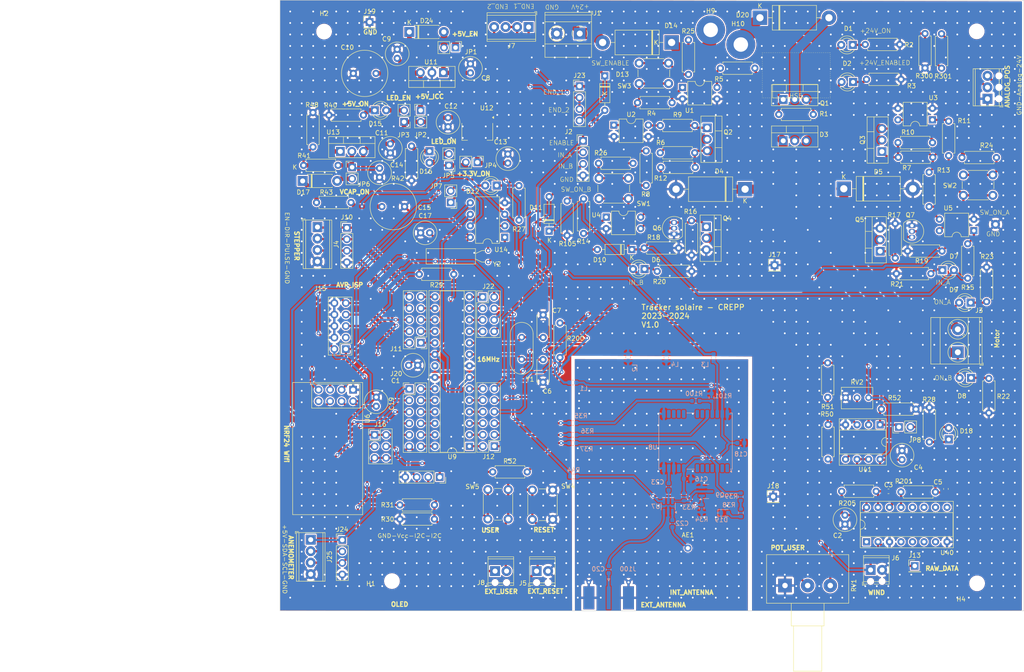
<source format=kicad_pcb>
(kicad_pcb (version 20240108) (generator "pcbnew") (generator_version "8.0")
  (layers (0 "F.Cu" signal) (31 "B.Cu" signal) (34 "B.Paste" user) (35 "F.Paste" user) (36 "B.SilkS" user "B.Silkscreen") (37 "F.SilkS" user "F.Silkscreen") (38 "B.Mask" user) (39 "F.Mask" user) (44 "Edge.Cuts" user))
  (net 0 "")
  (net 1 "+5V")
  (net 2 "GND")
  (net 3 "/Crystal/XTAl_1")
  (net 4 "Net-(D14-K)")
  (net 5 "+3.3V")
  (net 6 "+VCap")
  (net 7 "/Power_Supply/Vcapa")
  (net 8 "Net-(U7-RF2)")
  (net 9 "/Crystal/XTAl_2")
  (net 10 "Net-(D15-A)")
  (net 11 "+24V")
  (net 12 "/Motors/IN_A")
  (net 13 "Net-(D15-K)")
  (net 14 "Net-(D17-K)")
  (net 15 "Net-(D16-A)")
  (net 16 "/RST")
  (net 17 "Net-(D16-K)")
  (net 18 "Net-(U7-RF1)")
  (net 19 "Net-(JP2-A)")
  (net 20 "Net-(JP4-A)")
  (net 22 "Net-(J22-Pin_5)")
  (net 23 "Net-(U13-ADJ)")
  (net 24 "Net-(U7-RFC)")
  (net 25 "Net-(U14-X2)")
  (net 26 "Net-(U14-X1)")
  (net 27 "/UserActions/Button")
  (net 28 "/MCU/PD5-D5~")
  (net 29 "Net-(U40A-RCext)")
  (net 30 "Net-(D17-A)")
  (net 31 "+VCC_Motor")
  (net 32 "Net-(Q1-G)")
  (net 33 "Net-(Q3-G)")
  (net 34 "Net-(Q5-G)")
  (net 35 "Net-(D4-K)")
  (net 36 "Net-(D5-K)")
  (net 37 "Net-(D6-K)")
  (net 38 "Net-(D7-K)")
  (net 39 "Net-(D1-A)")
  (net 40 "Net-(D8-K)")
  (net 41 "Net-(SW2A-B)")
  (net 42 "Net-(SW3A-B)")
  (net 43 "Net-(SW1A-B)")
  (net 44 "Net-(J9-Pin_2)")
  (net 45 "Net-(D1-K)")
  (net 46 "Net-(D2-K)")
  (net 47 "Net-(R9-Pad1)")
  (net 48 "Net-(R12-Pad2)")
  (net 49 "Net-(R13-Pad2)")
  (net 50 "Net-(R15-Pad1)")
  (net 51 "Net-(D9-K)")
  (net 52 "Net-(R11-Pad1)")
  (net 53 "Net-(R10-Pad1)")
  (net 54 "Net-(R5-Pad1)")
  (net 55 "Net-(R4-Pad2)")
  (net 56 "/Motors/IN_B")
  (net 57 "Net-(D24-K)")
  (net 58 "Net-(D24-A)")
  (net 59 "Net-(R14-Pad2)")
  (net 60 "Net-(R8-Pad2)")
  (net 61 "/Motors/ENABLE")
  (net 62 "/GNSS/RX")
  (net 63 "/MCU/PD4-D4")
  (net 64 "/GNSS/TX")
  (net 65 "Net-(J100-In)")
  (net 66 "Net-(U41A-+)")
  (net 67 "Net-(JP7-B)")
  (net 68 "Net-(U40A-Q)")
  (net 69 "Net-(U41A--)")
  (net 70 "/MCU/PD3-D3-(INT1)~")
  (net 71 "/MCU/PB2-D10~")
  (net 72 "/MCU/PB1-D9~")
  (net 73 "/MCU/PB0-D8")
  (net 74 "Net-(U8-RF_IN)")
  (net 75 "Net-(J13-Pin_1)")
  (net 76 "/MCU/MOSI")
  (net 77 "/MCU/PC1-A1")
  (net 78 "/MCU/CLK")
  (net 80 "Net-(J23-Pin_2)")
  (net 81 "Net-(J23-Pin_1)")
  (net 82 "Net-(Q2-G)")
  (net 83 "Net-(Q4-G)")
  (net 84 "Net-(D12-K)")
  (net 85 "Net-(JP7-A)")
  (net 86 "Net-(U41B-+)")
  (net 87 "Net-(U41B--)")
  (net 88 "Net-(D18-K)")
  (net 89 "Net-(D18-A)")
  (net 91 "/MCU/MISO")
  (net 92 "Net-(AE1-A)")
  (net 93 "/MCU/PD2-D2-(INT0)")
  (net 94 "/MCU/PC0-A0")
  (net 95 "/GNSS/~{INTERNAL_ANTENNA}")
  (net 96 "Net-(U8-TIMEPULSE)")
  (net 97 "/MCU/PC3-A3")
  (net 98 "GND_GNSS")
  (net 99 "+3.3V_GNSS")
  (net 100 "/MCU/PD6-D6~")
  (net 101 "Net-(Q9-D)")
  (net 102 "/TIMEPULSE")
  (net 103 "Net-(U8-TXD{slash}SPI_MISO)")
  (net 104 "Net-(U8-RXD{slash}SPI_MOSI)")
  (net 105 "Net-(R38-Pad2)")
  (net 106 "Net-(D19-A)")
  (net 107 "/MCU/PB0")
  (net 108 "Net-(J11-Pin_3)")
  (net 109 "Net-(J11-Pin_9)")
  (net 110 "Net-(J11-Pin_7)")
  (net 111 "Net-(J11-Pin_1)")
  (net 112 "Net-(J11-Pin_5)")
  (net 113 "Net-(J12-Pin_2)")
  (net 114 "/V_{A_{2}}")
  (net 115 "Net-(J12-Pin_8)")
  (net 116 "Net-(J12-Pin_4)")
  (net 117 "Net-(J12-Pin_12)")
  (net 118 "Net-(J12-Pin_6)")
  (net 119 "Net-(J12-Pin_10)")
  (net 123 "Net-(J20-Pin_8)")
  (net 124 "Net-(J20-Pin_2)")
  (net 125 "Net-(J20-Pin_10)")
  (net 127 "Net-(J20-Pin_4)")
  (net 128 "Net-(J20-Pin_6)")
  (net 130 "Net-(J20-Pin_12)")
  (net 133 "Net-(J22-Pin_7)")
  (net 134 "Net-(J22-Pin_3)")
  (net 136 "/OLED/A")
  (net 137 "/OLED/B")
  (net 139 "Net-(R100-Pad1)")
  (net 140 "+VCap_GNSS")
  (net 141 "Net-(U40A-Cext)")
  (net 142 "/Anemometer/SCL")
  (net 143 "/Anemometer/SDA")
  (net 156 "/MCU/PD7-D7")
  (footprint "Package_DIP:DIP-4_W7.62mm" (layer "F.Cu") (at 186.415 51.685 180)
    (property "Reference" "U3")
    (property "Value" "PC817")
  )
  (footprint "Capacitor_SMD:C_0603_1608Metric" (layer "F.Cu") (at 176.715 133.78)
    (property "Reference" "C3")
    (property "Value" "100nF")
  )
  (footprint "Connector_PinHeader_2.54mm:PinHeader_1x02_P2.54mm_Vertical" (layer "F.Cu") (at 79.63 61.755 180)
    (property "Reference" "JP5")
    (property "Value" "Jumper")
  )
  (footprint "LED_THT:LED_D3.0mm" (layer "F.Cu") (at 90.19 66.2 180)
    (property "Reference" "D12")
    (property "Value" "LED")
  )
  (footprint "Connector_PinHeader_2.54mm:PinHeader_2x06_P2.54mm_Vertical" (layer "F.Cu") (at 70.88 111.15)
    (property "Reference" "J20")
    (property "Value" "Conn_02x06_Odd_Even")
  )
  (footprint "Capacitor_THT:C_Radial_D10.0mm_H16.0mm_P5.00mm" (layer "F.Cu") (at 63.53 41.42 180)
    (property "Reference" "C10")
    (property "Value" "1mF")
  )
  (footprint "Package_TO_SOT_THT:TO-220-3_Vertical" (layer "F.Cu") (at 136.67 53.435 -90)
    (property "Reference" "Q2")
    (property "Value" "IRF4905")
  )
  (footprint "Connector_PinHeader_2.54mm:PinHeader_1x02_P2.54mm_Vertical" (layer "F.Cu") (at 69.74 52.135 180)
    (property "Reference" "JP3")
    (property "Value" "Jumper")
  )
  (footprint "Resistor_THT:R_Axial_DIN0207_L6.3mm_D2.5mm_P7.62mm_Horizontal" (layer "F.Cu") (at 125.632 85.164)
    (property "Reference" "R20")
    (property "Value" "270")
  )
  (footprint "Diode_THT:D_DO-201AD_P15.24mm_Horizontal" (layer "F.Cu") (at 166.843 66.911)
    (property "Reference" "D5")
    (property "Value" "1N5408")
  )
  (footprint "Connector_PinHeader_2.54mm:PinHeader_2x05_P2.54mm_Vertical" (layer "F.Cu") (at 73.44 100.95 180)
    (property "Reference" "J11")
    (property "Value" "Conn_02x05_Odd_Even")
  )
  (footprint "Resistor_THT:R_Axial_DIN0207_L6.3mm_D2.5mm_P7.62mm_Horizontal" (layer "F.Cu") (at 171.577 35.026)
    (property "Reference" "R2")
    (property "Value" "3.3K")
  )
  (footprint "Resistor_THT:R_Axial_DIN0207_L6.3mm_D2.5mm_P7.62mm_Horizontal" (layer "F.Cu") (at 49.62 50.07 -90)
    (property "Reference" "R48")
    (property "Value" "100")
  )
  (footprint "Diode_THT:D_DO-41_SOD81_P7.62mm_Horizontal" (layer "F.Cu") (at 47.34 65.19)
    (property "Reference" "D17")
    (property "Value" "1N4818")
  )
  (footprint "Package_DIP:DIP-4_W7.62mm" (layer "F.Cu") (at 116.07 52.835)
    (property "Reference" "U2")
    (property "Value" "PC817")
  )
  (footprint "Connector_PinSocket_2.54mm:PinSocket_1x04_P2.54mm_Vertical" (layer "F.Cu") (at 77.61 130.64 -90)
    (property "Reference" "J14" (hide yes))
    (property "Value" "OLED_SOCKET")
  )
  (footprint "Resistor_THT:R_Axial_DIN0207_L6.3mm_D2.5mm_P7.62mm_Horizontal" (layer "F.Cu") (at 163.36 126.66 90)
    (property "Reference" "R50")
    (property "Value" "10k")
  )
  (footprint "Connector_PinHeader_2.54mm:PinHeader_1x01_P2.54mm_Vertical" (layer "F.Cu") (at 151.56 83.8)
    (property "Reference" "J17")
    (property "Value" "GND")
  )
  (footprint "Potentiometer_THT:Potentiometer_Alps_RK163_Single_Horizontal" (layer "F.Cu") (at 153.86 154.6 90)
    (property "Reference" "RV1")
    (property "Value" "R_Potentiometer")
  )
  (footprint "Resistor_THT:R_Axial_DIN0207_L6.3mm_D2.5mm_P7.62mm_Horizontal" (layer "F.Cu") (at 121.29 47.89)
    (property "Reference" "R4")
    (property "Value" "120")
  )
  (footprint "LED_THT:LED_D3.0mm" (layer "F.Cu") (at 168.812 35.126 180)
    (property "Reference" "D1")
    (property "Value" "LED")
  )
  (footprint "Package_DIP:DIP-4_W7.62mm" (layer "F.Cu") (at 131.22 44.524)
    (property "Reference" "U1")
    (property "Value" "PC817")
  )
  (footprint "HeatSink:HeastSink_MOSFET_15mm_10mm_20mm" (layer "F.Cu") (at 174.908 78.052 90)
    (property "Reference" "HS4")
    (property "Value" "Heatsink")
  )
  (footprint "Connector_PinHeader_2.54mm:PinHeader_1x02_P2.54mm_Vertical" (layer "F.Cu") (at 85.9175 61.06 -90)
    (property "Reference" "JP4")
    (property "Value" "Jumper")
  )
  (footprint "Resistor_THT:R_Axial_DIN0207_L6.3mm_D2.5mm_P7.62mm_Horizontal" (layer "F.Cu") (at 47.54 61.74)
    (property "Reference" "R41")
    (property "Value" "100")
  )
  (footprint "MountingHole:MountingHole_3mm" (layer "F.Cu") (at 196.28 154.12)
    (property "Reference" "H4")
    (property "Value" "MountingHole")
  )
  (footprint "Capacitor_THT:C_Radial_D10.0mm_H20.0mm_P5.00mm" (layer "F.Cu") (at 64.85 70.86)
    (property "Reference" "C15")
    (property "Value" "20F")
  )
  (footprint "HeatSink:HeastSink_MOSFET_15mm_10mm_20mm" (layer "F.Cu") (at 136.554 78.052 -90)
    (property "Reference" "HS2")
    (property "Value" "Heatsink")
  )
  (footprint "Resistor_THT:R_Axial_DIN0207_L6.3mm_D2.5mm_P7.62mm_Horizontal" (layer "F.Cu") (at 132.535 34.025 -90)
    (property "Reference" "R25")
    (property "Value" "1k")
  )
  (footprint "Diode_THT:D_DO-201AD_P15.24mm_Horizontal" (layer "F.Cu") (at 128.82 34.585 180)
    (property "Reference" "D14")
    (property "Value" "1N5408")
  )
  (footprint "Connector_PinHeader_2.54mm:PinHeader_1x02_P2.54mm_Vertical" (layer "F.Cu") (at 80.04 69.94 180)
    (property "Reference" "JP7")
    (property "Value" "Jumper")
  )
  (footprint "Capacitor_THT:C_Radial_D5.0mm_H11.0mm_P2.00mm" (layer "F.Cu") (at 72.75 105.925 180)
    (property "Reference" "C1")
    (property "Value" "100nF")
  )
  (footprint "Resistor_THT:R_Axial_DIN0207_L6.3mm_D2.5mm_P7.62mm_Horizontal" (layer "F.Cu") (at 182.77 115.62 180)
    (property "Reference" "R52")
    (property "Value" "10k")
  )
  (footprint "TerminalBlock_Phoenix:TerminalBlock_Phoenix_MPT-0,5-2-2.54_1x02_P2.54mm_Horizontal" (layer "F.Cu") (at 172.76 151.15)
    (property "Reference" "J6")
    (property "Value" "Wind")
  )
  (footprint "Connector_PinHeader_2.54mm:PinHeader_1x04_P2.54mm_Vertical" (layer "F.Cu") (at 56.09 144.53)
    (property "Reference" "J24")
    (property "Value" "PinHeader_Control")
  )
  (footprint "Connector_PinHeader_2.54mm:PinHeader_1x02_P2.54mm_Vertical" (layer "F.Cu") (at 81.095 35.72 -90)
    (property "Reference" "JP1")
    (property "Value" "Jumper")
  )
  (footprint "Connector_PinHeader_2.54mm:PinHeader_1x02_P2.54mm_Vertical" (layer "F.Cu") (at 73.4 49.59)
    (property "Reference" "JP2")
    (property "Value" "Jumper")
  )
  (footprint "Diode_THT:D_DO-201AD_P15.24mm_Horizontal" (layer "F.Cu") (at 148.32 29.12)
    (property "Reference" "D20")
    (property "Value" "1N5408")
  )
  (footprint "Resistor_THT:R_Axial_DIN0207_L6.3mm_D2.5mm_P7.62mm_Horizontal" (layer "F.Cu") (at 134.045 62.185 180)
    (property "Reference" "R12")
    (property "Value" "1K")
  )
  (footprint "Capacitor_THT:C_Disc_D4.7mm_W2.5mm_P5.00mm" (layer "F.Cu") (at 100.45 94.78 -90)
    (property "Reference" "C7")
    (property "Value" "22pF")
  )
  (footprint "Package_TO_SOT_THT:TO-220-3_Vertical" (layer "F.Cu") (at 153.465 47.185)
    (property "Reference" "Q1")
    (property "Value" "IRF4905")
  )
  (footprint "LED_THT:LED_D3.0mm" (layer "F.Cu") (at 168.895 43.31 180)
    (property "Reference" "D2")
    (property "Value" "LED")
  )
  (footprint "LED_THT:LED_D3.0mm" (layer "F.Cu") (at 122.838 84.656 180)
    (property "Reference" "D6")
    (property "Value" "LED")
  )
  (footprint "Resistor_THT:R_Axial_DIN0207_L6.3mm_D2.5mm_P7.62mm_Horizontal" (layer "F.Cu") (at 89.31 129.49)
    (property "Reference" "R32")
    (property "Value" "2.2k")
  )
  (footprint "Resistor_THT:R_Axial_DIN0207_L6.3mm_D2.5mm_P7.62mm_Horizontal" (layer "F.Cu") (at 133.93 58.96 180)
    (property "Reference" "R6")
    (property "Value" "1K")
  )
  (footprint "Package_DIP:DIP-16_W7.62mm_Socket" (layer "F.Cu") (at 171.86 144.94 90)
    (property "Reference" "U40")
    (property "Value" "74HC123")
  )
  (footprint "Package_DIP:DIP-4_W7.62mm" (layer "F.Cu") (at 114.37 73.185)
    (property "Reference" "U4")
    (property "Value" "PC817")
  )
  (footprint "Package_TO_SOT_THT:TO-220-3_Vertical" (layer "F.Cu") (at 55.66 58.67)
    (property "Reference" "U13")
    (property "Value" "LM317_TO-220")
  )
  (footprint "Resistor_THT:R_Axial_DIN0207_L6.3mm_D2.5mm_P7.62mm_Horizontal" (layer "F.Cu") (at 133.22 73.975 -90)
    (property "Reference" "R16")
    (property "Value" "100k")
  )
  (footprint "MountingHole:MountingHole_3mm" (layer "F.Cu") (at 67.06 153.62)
    (property "Reference" "H1")
    (property "Value" "MountingHole")
  )
  (footprint "Diode_THT:D_DO-35_SOD27_P7.62mm_Horizontal" (layer "F.Cu") (at 120.044 80.338 180)
    (property "Reference" "D10")
    (property "Value" "1N4148")
  )
  (footprint "Connector_PinHeader_2.54mm:PinHeader_2x06_P2.54mm_Vertical" (layer "F.Cu") (at 89.67 123.81 180)
    (property "Reference" "J12")
    (property "Value" "Conn_02x06_Odd_Even")
  )
  (footprint "TerminalBlock_Phoenix:TerminalBlock_Phoenix_MPT-0,5-4-2.54_1x04_P2.54mm_Horizontal" (layer "F.Cu") (at 49.12 144.47 -90)
    (property "Reference" "J25")
    (property "Value" "Anemometer")
  )
  (footprint "HeatSink:HeastSink_MOSFET_15mm_10mm_20mm" (layer "F.Cu") (at 136.808 56.208 -90)
    (property "Reference" "HS1")
    (property "Value" "Heatsink")
  )
  (footprint "TerminalBlock_Phoenix:TerminalBlock_Phoenix_MPT-0,5-4-2.54_1x04_P2.54mm_Horizontal" (layer "F.Cu") (at 50.61 75.38 -90)
    (property "Reference" "J4")
    (property "Value" "Stepper")
  )
  (footprint "Resistor_THT:R_Axial_DIN0207_L6.3mm_D2.5mm_P7.62mm_Horizontal" (layer "F.Cu") (at 185.74 122.88 90)
    (property "Reference" "R28")
    (property "Value" "270")
  )
  (footprint "Crystal:Crystal_AT310_D3.0mm_L10.0mm_Horizontal" (layer "F.Cu") (at 88.31 80.58 -90)
    (property "Reference" "Y2")
    (property "Value" "16MHz")
  )
  (footprint "Diode_THT:D_DO-41_SOD81_P7.62mm_Horizontal" (layer "F.Cu") (at 70.9 32.26)
    (property "Reference" "D24")
    (property "Value" "1N4818")
  )
  (footprint "Connector_PinHeader_2.54mm:PinHeader_1x01_P2.54mm_Vertical" (layer "F.Cu") (at 151.25 134.94)
    (property "Reference" "J18")
    (property "Value" "GND")
  )
  (footprint "Connector_PinHeader_2.54mm:PinHeader_1x02_P2.54mm_Vertical" (layer "F.Cu") (at 179.02 119.56 90)
    (property "Reference" "JP8")
    (property "Value" "Jumper")
  )
  (footprint "Capacitor_THT:C_Radial_D5.0mm_H11.0mm_P2.00mm" (layer "F.Cu") (at 63.59 114.98 90)
    (property "Reference" "C19")
    (property "Value" "100nF")
  )
  (footprint "Package_TO_SOT_THT:TO-220-3_Vertical" (layer "F.Cu") (at 174.868 80.73 90)
    (property "Reference" "Q5")
    (property "Value" "IRF520")
  )
  (footprint "Resistor_THT:R_Axial_DIN0207_L6.3mm_D2.5mm_P7.62mm_Horizontal" (layer "F.Cu") (at 123.195 66.17 90)
    (property "Reference" "R8")
    (property "Value" "120")
  )
  (footprint "MountingHole:MountingHole_3.2mm_M3_Pad" (layer "F.Cu") (at 144.1 35.04)
    (property "Reference" "H10")
    (property "Value" "MountingHole_Pad")
  )
  (footprint "Resistor_THT:R_Axial_DIN0207_L6.3mm_D2.5mm_P7.62mm_Horizontal" (layer "F.Cu") (at 126.31 52.935)
    (property "Reference" "R9")
    (property "Value" "2.2K")
  )
  (footprint "Resistor_THT:R_Axial_DIN0207_L6.3mm_D2.5mm_P7.62mm_Horizontal" (layer "F.Cu") (at 192.942 60.018)
    (property "Reference" "R24")
    (property "Value" "2.7k")
  )
  (footprint "Resistor_THT:R_Axial_DIN0207_L6.3mm_D2.5mm_P7.62mm_Horizontal" (layer "F.Cu") (at 95.11 66.22 -90)
    (property "Reference" "R27")
    (property "Value" "270")
  )
  (footprint "Resistor_THT:R_Axial_DIN0207_L6.3mm_D2.5mm_P7.62mm_Horizontal" (layer "F.Cu") (at 171.86 42.735)
    (property "Reference" "R3")
    (property "Value" "3.3K")
  )
  (footprint "Package_DIP:DIP-8_W7.62mm_Socket" (layer "F.Cu") (at 174.85 119.07 -90)
    (property "Reference" "U41")
    (property "Value" "LM358")
  )
  (footprint "Connector_PinHeader_2.54mm:PinHeader_1x04_P2.54mm_Vertical" (layer "F.Cu") (at 108.47 44.23)
    (property "Reference" "J23")
    (property "Value" "END_STOP_header")
  )
  (footprint "Capacitor_THT:C_Radial_D5.0mm_H11.0mm_P2.00mm" (layer "F.Cu") (at 92.6575 61.25 90)
    (property "Reference" "C13")
    (property "Value" "100nF")
  )
  (footprint "Resistor_THT:R_Axial_DIN0207_L6.3mm_D2.5mm_P7.62mm_Horizontal" (layer "F.Cu") (at 122.76 80.01)
    (property "Reference" "R18")
    (property "Value" "100k")
  )
  (footprint "Resistor_THT:R_Axial_DIN0207_L6.3mm_D2.5mm_P7.62mm_Horizontal" (layer "F.Cu") (at 105.74 69.624 -90)
    (property "Reference" "R105")
    (property "Value" "10k")
  )
  (footprint "Capacitor_THT:C_Radial_D5.0mm_H11.0mm_P2.00mm" (layer "F.Cu") (at 68.22 38.1 90)
    (property "Reference" "C9")
    (property "Value" "100nF")
  )
  (footprint "Resistor_THT:R_Axial_DIN0207_L6.3mm_D2.5mm_P7.62mm_Horizontal" (layer "F.Cu") (at 188.43 32.66 -90)
    (property "Reference" "R301")
    (property "Value" "10k")
  )
  (footprint "Button_Switch_THT:SW_PUSH_6mm_H8mm" (layer "F.Cu") (at 92.73 133.4 -90)
    (property "Reference" "SW5")
    (property "Value" "SW_User")
  )
  (footprint "Resistor_THT:R_Axial_DIN0207_L6.3mm_D2.5mm_P7.62mm_Horizontal" (layer "F.Cu") (at 60.76 50.64 180)
    (property "Reference" "R40")
    (property "Value" "270")
  )
  (footprint "LED_THT:LED_D3.0mm" (layer "F.Cu") (at 63.245 49.58)
    (property "Reference" "D15")
    (property "Value" "LED")
  )
  (footprint "MountingHole:MountingHole_3mm" (layer "F.Cu") (at 52.07 32.18)
    (property "Reference" "H2")
    (property "Value" "MountingHole")
  )
  (footprint "Resistor_THT:R_Axial_DIN0207_L6.3mm_D2.5mm_P7.62mm_Horizontal" (layer "F.Cu") (at 188.545 80.685 180)
    (property "Reference" "R19")
    (property "Value" "100k")
  )
  (footprint "Resistor_THT:R_Axial_DIN0207_L6.3mm_D2.5mm_P7.62mm_Horizontal" (layer "F.Cu") (at 68.82 136.79)
    (property "Reference" "R31")
    (property "Value" "1k")
  )
  (footprint "TerminalBlock_Phoenix:TerminalBlock_Phoenix_MPT-0,5-2-2.54_1x02_P2.54mm_Horizontal" (layer "F.Cu") (at 89.83 151.41)
    (property "Reference" "J8")
    (property "Value" "USR_BTN")
  )
  (footprint "Potentiometer_THT:Potentiometer_Bourns_3266Y_Vertical" (layer "F.Cu") (at 172.31 113.08)
    (property "Reference" "RV2")
    (property "Value" "R_Potentiometer")
  )
  (footprint "Resistor_THT:R_Axial_DIN0207_L6.3mm_D2.5mm_P7.62mm_Horizontal" (layer "F.Cu") (at 179.46 133.92)
    (property "Reference" "R201")
    (property "Value" "10k")
  )
  (footprint "Connector_PinHeader_2.54mm:PinHeader_1x02_P2.54mm_Vertical" (layer "F.Cu") (at 58.26 62.165)
    (property "Reference" "JP6")
    (property "Value" "Jumper")
  )
  (footprint "Package_TO_SOT_THT:TO-92_Inline" (layer "F.Cu") (at 129.355 76.905 90)
    (property "Reference" "Q6")
    (property "Value" "2N7000")
  )
  (footprint "MountingHole:MountingHole_3mm" (layer "F.Cu") (at -14.65 74.77 -90)
    (property "Reference" "H3" (hide yes))
    (property "Value" "MountingHole")
  )
  (footprint "HeatSink:HeastSink_MOSFET_15mm_10mm_20mm" (layer "F.Cu") (at 175.162 55.954 90)
    (property "Reference" "HS3")
    (property "Value" "Heatsink")
  )
  (footprint "LED_THT:LED_D3.0mm" (layer "F.Cu") (at 194.955 108.7 180)
    (property "Reference" "D8")
    (property "Value" "LED")
  )
  (footprint "Resistor_THT:R_Axial_DIN0207_L6.3mm_D2.5mm_P7.62mm_Horizontal" (layer "F.Cu") (at 186.43 56.71 180)
    (property "Reference" "R10")
    (property "Value" "2.2K")
  )
  (footprint "Resistor_THT:R_Axial_DIN0207_L6.3mm_D2.5mm_P7.62mm_Horizontal" (layer "F.Cu") (at 76.44 139.92 180)
    (property "Reference" "R30")
    (property "Value" "1k")
  )
  (footprint "HeatSink:HeastSink_MOSFET_15mm_10mm_20mm" (layer "F.Cu") (at 156.28 46.89)
    (property "Reference" "HS5")
    (property "Value" "Heatsink")
  )
  (footprint "Resistor_THT:R_Axial_DIN0207_L6.3mm_D2.5mm_P7.62mm_Horizontal" (layer "F.Cu") (at 120.298 61.288 180)
    (property "Reference" "R26")
    (property "Value" "2.7k")
  )
  (footprint "Resistor_THT:R_Axial_DIN0207_L6.3mm_D2.5mm_P7.62mm_Horizontal" (layer "F.Cu") (at 139.59 40.27)
    (property "Reference" "R5")
    (property "Value" "2.2K")
  )
  (footprint "Capacitor_THT:C_Radial_D5.0mm_H11.0mm_P2.00mm" (layer "F.Cu") (at 79.4475 51.22 -90)
    (property "Reference" "C12")
    (property "Value" "100nF")
  )
  (footprint "Holes:Hole_1mm_Scope" (layer "F.Cu") (at 200.35 74.79)
    (property "Reference" "H8" (hide yes))
    (property "Value" "Probe_GND")
  )
  (footprint "Package_TO_SOT_THT:TO-220-3_Vertical" (layer "F.Cu") (at 78.42 41.25 180)
    (property "Reference" "U11")
    (property "Value" "L7805")
  )
  (footprint "Resistor_THT:R_Axial_DIN0207_L6.3mm_D2.5mm_P7.62mm_Horizontal" (layer "F.Cu") (at 178.21 82.22 90)
    (property "Reference" "R17")
    (property "Value" "100k")
  )
  (footprint "Capacitor_THT:C_Radial_D5.0mm_H11.0mm_P2.00mm" (layer "F.Cu") (at 66.7 56.99 -90)
    (property "Reference" "C11")
    (property "Value" "100nF")
  )
  (footprint "LED_THT:LED_D3.0mm" (layer "F.Cu") (at 194.85 92.08 180)
    (property "Reference" "D9")
    (property "Value" "LED")
  )
  (footprint "Resistor_THT:R_Axial_DIN0207_L6.3mm_D2.5mm_P7.62mm_Horizontal" (layer "F.Cu") (at 198.38 91.87 90)
    (property "Reference" "R23")
    (property "Value" "3.3K")
  )
  (footprint "TerminalBlock_Phoenix:TerminalBlock_Phoenix_MKDS-3-2-5.08_1x02_P5.08mm_Horizontal" (layer "F.Cu") (at 192.02 103.05 90)
    (property "Reference" "J3")
    (property "Value" "Motor")
  )
  (footprint "LED_THT:LED_D3.0mm" (layer "F.Cu") (at 188.614 84.91)
    (property "Reference" "D7")
    (property "Value" "LED")
  )
  (footprint "Button_Switch_THT:SW_PUSH_6mm_H8mm" (layer "F.Cu") (at 199.748 68.364 180)
    (property "Reference" "SW2")
    (property "Value" "SW_B")
  )
  (footprint "LED_THT:LED_D3.0mm" (layer "F.Cu") (at 190.01 122.31 90)
    (property "Reference" "D18")
    (property "Value" "LED")
  )
  (footprint "TerminalBlock_Phoenix:TerminalBlock_Phoenix_MPT-0,5-2-2.54_1x02_P2.54mm_Horizontal" (layer "F.Cu") (at 99 151.41)
    (property "Reference" "J5")
    (property "Value" "USR_BTN")
  )
  (footprint "Package_TO_SOT_THT:TO-220-3_Vertical" (layer "F.Cu") (at 153.465 56.31)
    (property "Reference" "D3")
    (property "Value" "D_Dual_CommonCathode_AAK")
  )
  (footprint "Capacitor_THT:C_Radial_D5.0mm_H11.0mm_P2.00mm" (layer "F.Cu") (at 73.39 76.65)
    (property "Reference" "C17")
    (property "Value" "100nF")
  )
  (footprint "Diode_THT:D_DO-35_SOD27_P7.62mm_Horizontal" (layer "F.Cu") (at 101.756 76.274 90)
    (property "Reference" "D11")
    (property "Value" "1N4148")
  )
  (footprint "Resistor_THT:R_Axial_DIN0207_L6.3mm_D2.5mm_P7.62mm_Horizontal" (layer "F.Cu") (at 194.212 79.068 -90)
    (property "Reference" "R15")
    (property "Value" "120")
  )
  (footprint "Resistor_THT:R_Axial_DIN0207_L6.3mm_D2.5mm_P7.62mm_Horizontal" (layer "F.Cu") (at 198.87 108.83 -90)
    (property "Reference" "R22")
    (property "Value" "3.3K")
  )
  (footprint "Button_Switch_THT:SW_PUSH_6mm_H8mm" (layer "F.Cu") (at 119.282 69.09 180)
    (property "Reference" "SW1")
    (property "Value" "SW_A")
  )
  (footprint "Diode_THT:D_DO-35_SOD27_P7.62mm_Horizontal" (layer "F.Cu") (at 114.07 41.97 -90)
    (property "Reference" "D13")
    (property "Value" "1N4148")
  )
  (footprint "Package_DIP:DIP-28_W7.62mm_Socket" (layer "F.Cu") (at 84.17 123.83 180)
    (property "Reference" "U9")
    (property "Value" "ATmega328P-P")
  )
  (footprint "Resistor_THT:R_Axial_DIN0207_L6.3mm_D2.5mm_P7.62mm_Horizontal" (layer "F.Cu") (at 163.29 113.01 90)
    (property "Reference" "R51")
    (property "Value" "10k")
  )
  (footprint "TerminalBlock_Phoenix:TerminalBlock_Phoenix_MKDS-1,5-2-5.08_1x02_P5.08mm_Horizontal" (layer "F.Cu") (at 108.53 32.61 180)
    (property "Reference" "J1")
    (property "Value" "+24V")
  )
  (footprint "Capacitor_SMD:C_0603_1608Metric" (layer "F.Cu") (at 189.4 133.25 90)
    (property "Reference" "C5")
    (property "Value" "100nF")
  )
  (footprint "Connector_PinHeader_2.54mm:PinHeader_1x04_P2.54mm_Vertical" (layer "F.Cu") (at 109.26 56.33)
    (property "Reference" "J2")
    (property "Value" "PinHeader_Control")
  )
  (footprint "Connector_PinHeader_2.54mm:PinHeader_1x04_P2.54mm_Vertical" (layer "F.Cu") (at 57.1 75.54)
    (property "Reference" "J10")
    (property "Value" "PinHeader_Control")
  )
  (footprint "Resistor_THT:R_Axial_DIN0207_L6.3mm_D2.5mm_P7.62mm_Horizontal" (layer "F.Cu") (at 166.37 133.77)
    (property "Reference" "R205")
    (property "Value" "10k")
  )
  (footprint "Resistor_THT:R_Axial_DIN0207_L6.3mm_D2.5mm_P7.62mm_Horizontal" (layer "F.Cu") (at 185.685 63.25 -90)
    (property "Reference" "R13")
    (property "Value" "1K")
  )
  (footprint "TerminalBlock_Phoenix:TerminalBlock_Phoenix_MPT-0,5-3-2.54_1x03_P2.54mm_Horizontal" (layer "F.Cu") (at 198.57 47.03 90)
    (property "Reference" "J9" (hide yes))
    (property "Value" "Analog_Position")
  )
  (footprint "Capacitor_THT:C_Disc_D4.7mm_W2.5mm_P5.00mm" (layer "F.Cu") (at 100.43 109.67 90)
    (property "Reference" "C6")
    (property "Value" "22pF")
  )
  (footprint "Connector_PinHeader_2.54mm:PinHeader_2x05_P2.54mm_Vertical" (layer "F.Cu") (at 56.88 102.34 180)
    (property "Reference" "J15")
    (property "Value" "SPI_Programming")
  )
  (footprint "Package_DIP:DIP-4_W7.62mm" (layer "F.Cu") (at 195.57 76.185 180)
    (property "Reference" "U5")
    (property "Value" "PC817")
  )
  (footprint "Capacitor_THT:C_Radial_D5.0mm_H11.0mm_P2.00mm" (layer "F.Cu") (at 64.32 62.38 -90)
    (property "Reference" "C14")
    (property "Value" "100nF")
  )
  (footprint "Connector_PinHeader_2.54mm:PinHeader_2x04_P2.54mm_Vertical" (layer "F.Cu") (at 87.09 90.83)
    (property "Reference" "J22")
    (property "Value" "Conn_02x04_Odd_Even")
  )
  (footprint "MountingHole:MountingHole_3.2mm_M3_Pad" (layer "F.Cu") (at 137.44 31.81)
    (property "Reference" "H9")
    (property "Value" "MountingHole_Pad")
  )
  (footprint "Resistor_THT:R_Axial_DIN0207_L6.3mm_D2.5mm_P7.62mm_Horizontal" (layer "F.Cu") (at 80.71 85.82 180)
    (property "Reference" "R29")
    (property "Value" "10k")
  )
  (footprint "Resistor_THT:R_Axial_DIN0207_L6.3mm_D2.5mm_P7.62mm_Horizontal" (layer "F.Cu") (at 104.17 104.2 90)
    (property "Reference" "R200")
    (property "Value" "470k")
  )
  (footprint "Capacitor_THT:C_Radial_D5.0mm_H11.0mm_P2.00mm" (layer "F.Cu") (at 179.7 126.79 90)
    (property "Reference" "C4")
    (property "Value" "100nF")
  )
  (footprint "Resistor_THT:R_Axial_DIN0207_L6.3mm_D2.5mm_P7.62mm_Horizontal" (layer "F.Cu") (at 50.4 69.95)
    (property "Reference" "R43")
    (property "Value" "100")
  )
  (footprint "Package_TO_SOT_SMD:SOT-223-3_TabPin2" (layer "F.Cu") (at 85.91 54.29 -90)
    (property "Reference" "U12")
    (property "Value" "AMS1117-3.3")
  )
  (footprint "Connector_PinHeader_2.54mm:PinHeader_1x01_P2.54mm_Vertical" (layer "F.Cu") (at 62.13 30.07)
    (property "Reference" "J19")
    (property "Value" "GND")
  )
  (footprint "LED_THT:LED_D3.0mm" (layer "F.Cu") (at 75.35 58.62 -90)
    (property "Reference" "D16")
    (property "Value" "LED")
  )
  (footprint "Connector_PinHeader_2.54mm:PinHeader_1x01_P2.54mm_Vertical" (layer "F.Cu") (at 182.51 150.27)
    (property "Reference" "J13")
    (property "Value" "RAW_data_Wind")
  )
  (footprint "Button_Switch_THT:SW_PUSH_6mm_H8mm" (layer "F.Cu") (at 128.145 43.66 180)
    (property "Reference" "SW3")
    (property "Value" "SW_E")
  )
  (footprint "Package_TO_SOT_THT:TO-220-3_Vertical" (layer "F.Cu") (at 136.486 75.304 -90)
    (property "Reference" "Q4")
    (property "Value" "IRF520")
  )
  (footprint "Capacitor_THT:C_Radial_D5.0mm_H11.0mm_P2.00mm" (layer "F.Cu") (at 84.39 41.31 90)
    (property "Reference" "C8")
    (property "Value" "100nF")
  )
  (footprint "Crystal:Crystal_HC49-4H_Vertical" (layer "F.Cu") (at 95.71 99.73 -90)
    (property "Reference" "Y1")
    (property "Value" "16MHz")
  )
  (footprint "RF_Module:nRF24L01_Breakout" (layer "F.Cu") (at 58.48 111.33 -90)
    (property "Reference" "U6")
    (property "Value" "NRF24L01_Breakout")
  )
  (footprint "TerminalBlock_Phoenix:TerminalBlock_Phoenix_MPT-0,5-4-2.54_1x04_P2.54mm_Horizontal" (layer "F.Cu") (at 97.24 31.17 180)
    (property "Reference" "J7")
    (property "Value" "END_STOP_1_2")
  )
  (footprint "Package_TO_SOT_THT:TO-92_Inline" (layer "F.Cu") (at 181.895 75.06 -90)
    (property "Reference" "Q7")
    (property "Value" "2N7000")
  )
  (footprint "Resistor_THT:R_Axial_DIN0207_L6.3mm_D2.5mm_P7.62mm_Horizontal" (layer "F.Cu") (at 184.78 40.23 90)
    (property "Reference" "R300")
    (property "Value" "10k")
  )
  (footprint "Resistor_THT:R_Axial_DIN0207_L6.3mm_D2.5mm_P7.62mm_Horizontal" (layer "F.Cu") (at 71.39 57.49 -90)
    (property "Reference" "R42")
    (property "Value" "270")
  )
  (footprint "Resistor_THT:R_Axial_DIN0207_L6.3mm_D2.5mm_P7.62mm_Horizontal" (layer "F.Cu") (at 152.485 50.485)
    (property "Reference" "R1")
    (property "Value" "1k")
  )
  (footprint "Resistor_THT:R_Axial_DIN0207_L6.3mm_D2.5mm_P7.62mm_Horizontal" (layer "F.Cu") (at 109.376 69.162 -90)
    (property "Reference" "R14")
    (property "Value" "120")
  )
  (footprint "Package_DIP:DIP-8_W7.62mm" (layer "F.Cu") (at 91.98 77.64 180)
    (property "Reference" "U14")
    (property "Value" "DS1307+")
  )
  (footprint "Diode_THT:D_DO-201AD_P15.24mm_Horizontal" (layer "F.Cu") (at 145.04 67.01 180)
    (property "Reference" "D4")
    (property "Value" "1N5408")
  )
  (footprint "Resistor_THT:R_Axial_DIN0207_L6.3mm_D2.5mm_P7.62mm_Horizontal" (layer "F.Cu") (at 186.084 85.672 180)
    (property "Reference" "R21")
    (property "Value" "270")
  )
  (footprint "Resistor_THT:R_Axial_DIN0207_L6.3mm_D2.5mm_P7.62mm_Horizontal" (layer "F.Cu") (at 189.995 51.975 -90)
    (property "Reference" "R11")
    (property "Value" "120")
  )
  (footprint "Button_Switch_THT:SW_PUSH_6mm_H8mm" (layer "F.Cu") (at 102.56 133.5 -90)
    (property "Reference" "SW4")
    (property "Value" "SW_B")
  )
  (footprint "Package_TO_SOT_THT:TO-220-3_Vertical" (layer "F.Cu") (at 175.265 58.693 90)
    (property "Reference" "Q3")
    (property "Value" "IRF4905")
  )
  (footprint "MountingHole:MountingHole_2.2mm_M2_DIN965_Pad" (layer "F.Cu") (at 132.41 146.33)
    (property "Reference" "AE1")
    (property "Value" "Internal_antenna")
  )
  (footprint "Connector_PinHeader_2.54mm:PinHeader_2x03_P2.54mm_Vertical" (layer "F.Cu") (at 63.23 121.31)
    (property "Reference" "J16")
    (property "Value" "I2C_Selector")
  )
  (footprint "Resistor_THT:R_Axial_DIN0207_L6.3mm_D2.5mm_P7.62mm_Horizontal" (layer "F.Cu") (at 186.495 59.96 180)
    (property "Reference" "R7")
    (property "Value" "1K")
  )
  (footprint "Capacitor_THT:C_Radial_D5.0mm_H11.0mm_P2.00mm" (layer "F.Cu") (at 167.1 139.04 -90)
    (property "Reference" "C2")
    (property "Value" "100nF")
  )
  (footprint "Resistor_SMD:R_0603_1608Metric" (layer "B.Cu") (at 106.995 118.68)
    (property "Reference" "R35")
    (property "Value" "0")
  )
  (footprint "Resistor_SMD:R_0603_1608Metric" (layer "B.Cu") (at 144.11 138.535 90)
    (property "Reference" "R38")
    (property "Value" "330")
  )
  (footprint "Resistor_SMD:R_0603_1608Metric" (layer "B.Cu") (at 107.03 121.3)
    (property "Reference" "R36")
    (property "Value" "0")
  )
  (footprint "Inductor_SMD:L_0603_1608Metric" (layer "B.Cu") (at 138.08 104.26 -90)
    (property "Reference" "L3")
    (property "Value" "L")
  )
  (footprint "Resistor_SMD:R_0603_1608Metric" (layer "B.Cu") (at 134.165 113.79)
    (property "Reference" "R100")
    (property "Value" "1k")
  )
  (footprint "Package_TO_SOT_SMD:SOT-23-6" (layer "B.Cu") (at 128.0625 137.11 90)
    (property "Reference" "U7")
    (property "Value" "AS193-73")
  )
  (footprint "Inductor_SMD:L_0603_1608Metric" (layer "B.Cu") (at 127.65 104.25 -90)
    (property "Reference" "L4")
    (property "Value" "L")
  )
  (footprint "Resistor_SMD:R_0603_1608Metric" (layer "B.Cu") (at 135.45 137.585 90)
    (property "Reference" "R34")
    (property "Value" "10k")
  )
  (footprint "RF_GPS:ublox_NEO" (layer "B.Cu") (at 134.1 122.68 90)
    (property "Reference" "U8")
    (property "Value" "NEO-M8M")
  )
  (footprint "Resistor_SMD:R_0603_1608Metric" (layer "B.Cu") (at 137.63 113.015 90)
    (property "Reference" "R101")
    (property "Value" "1k")
  )
  (footprint "Capacitor_SMD:C_0603_1608Metric" (layer "B.Cu") (at 114.91 151.085 90)
    (property "Reference" "C20")
    (property "Value" "100pF")
  )
  (footprint "Resistor_SMD:R_0603_1608Metric" (layer "B.Cu") (at 107.155 130.5 180)
    (property "Reference" "R44")
    (property "Value" "0")
  )
  (footprint "Package_TO_SOT_SMD:SOT-23" (layer "B.Cu") (at 136.3875 133.82)
    (property "Reference" "Q9")
    (property "Value" "SI2302")
  )
  (footprint "Capacitor_SMD:C_0603_1608Metric" (layer "B.Cu") (at 132.285 131.03 180)
    (property "Reference" "C16")
    (property "Value" "100nF")
  )
  (footprint "Resistor_SMD:R_0603_1608Metric" (layer "B.Cu") (at 144.07 135 90)
    (property "Reference" "R39")
    (property "Value" "0")
  )
  (footprint "Inductor_SMD:L_0603_1608Metric" (layer "B.Cu") (at 119.21 104.18 -90)
    (property "Reference" "L2")
    (property "Value" "L")
  )
  (footprint "Connector_Coaxial:SMA_Molex_73251-1153_EdgeMount_Horizontal" (layer "B.Cu") (at 114.92 155.6 90)
    (property "Reference" "J100")
    (property "Value" "132134")
  )
  (footprint "Capacitor_SMD:C_0603_1608Metric" (layer "B.Cu") (at 128.99 140.925 90)
    (property "Reference" "C22")
    (property "Value" "100pF")
  )
  (footprint "Capacitor_SMD:C_0603_1608Metric" (layer "B.Cu") (at 128.15 132.76 90)
    (property "Reference" "C23")
    (property "Value" "100pF")
  )
  (footprint "Resistor_SMD:R_0603_1608Metric" (layer "B.Cu") (at 131.52 135.045 90)
    (property "Reference" "R33")
    (property "Value" "1k")
  )
  (footprint "Capacitor_SMD:C_0603_1608Metric" (layer "B.Cu") (at 144.1 123.09 180)
    (property "Reference" "C18")
    (property "Value" "100nF")
  )
  (footprint "Inductor_SMD:L_0603_1608Metric" (layer "B.Cu") (at 107.01 109.75)
    (property "Reference" "L1")
    (property "Value" "L")
  )
  (footprint "LED_SMD:LED_0603_1608Metric" (layer "B.Cu") (at 140.5225 138.55)
    (property "Reference" "D19")
    (property "Value" "LED")
  )
  (footprint "Resistor_SMD:R_0603_1608Metric" (layer "B.Cu") (at 106.98 123.11 180)
    (property "Reference" "R37")
    (property "Value" "0")
  )
  (gr_rect (start 42.34 25.25) (end 206.6 160.19) (stroke (width 0.1)) (fill none) (layer "Edge.Cuts"))
  (gr_text "GND" (at 198.24 77.5 0) (layer "F.SilkS") (effects (font (size 1 1) (thickness 0.1)) (justify left bottom)))
  (gr_text "+3.3V_ON" (at 81.25 64.17 0) (layer "F.SilkS") (effects (font (size 1 1) (thickness 0.25) (bold yes)) (justify left bottom)))
  (gr_text "RESET" (at 98.19 142.89 0) (layer "F.SilkS") (effects (font (size 1 1) (thickness 0.25) (bold yes)) (justify left bottom)))
  (gr_text "ANALOG_POS\n" (at 203.55 49.14 90) (layer "F.SilkS") (effects (font (size 1 1) (thickness 0.2) (bold yes)) (justify left bottom)))
  (gr_text "GND-Analog-24V" (at 206.12 50.77 90) (layer "F.SilkS") (effects (font (size 0.9 1) (thickness 0.125)) (justify left bottom)))
  (gr_text "AVR_ISP" (at 54.6 88.76 0) (layer "F.SilkS") (effects (font (size 1 1) (thickness 0.25) (bold yes)) (justify left bottom)))
  (gr_text "IN_B" (at 119.282 88.212 0) (layer "F.SilkS") (effects (font (size 1 1) (thickness 0.1)) (justify left bottom)))
  (gr_text "16MHz" (at 85.75 105.2 0) (layer "F.SilkS") (effects (font (size 1 1) (thickness 0.25) (bold yes)) (justify left bottom)))
  (gr_text "IN_A" (at 187.1 88.212 0) (layer "F.SilkS") (effects (font (size 1 1) (thickness 0.1)) (justify left bottom)))
  (gr_text "SW_ENABLE" (at 111.05 39.74 0) (layer "F.SilkS") (effects (font (size 1 1) (thickness 0.1)) (justify left bottom)))
  (gr_text "IN_B" (at 103.69 62.52 0) (layer "F.SilkS") (effects (font (size 1 1) (thickness 0.1)) (justify left bottom)))
  (gr_text "GND\n" (at 60.62 32.86 0) (layer "F.SilkS") (effects (font (size 1 1) (thickness 0.2) (bold yes)) (justify left bottom)))
  (gr_text "SW_ON_B" (at 104.296 67.638 0) (layer "F.SilkS") (effects (font (size 1 1) (thickness 0.1)) (justify left bottom)))
  (gr_text "LED_EN" (at 65.66 47.42 0) (layer "F.SilkS") (effects (font (size 1 1) (thickness 0.25) (bold yes)) (justify left bottom)))
  (gr_text "NRF24 Wifi" (at 43.19 119.02 270) (layer "F.SilkS") (effects (font (size 1 1) (thickness 0.25) (bold yes)) (justify left bottom)))
  (gr_text "EXT_ANTENNA" (at 121.86 159.47 0) (layer "F.SilkS") (effects (font (size 1 1) (thickness 0.25) (bold yes)) (justify left bottom)))
  (gr_text "END_1" (at 100.41 46.16 0) (layer "F.SilkS") (effects (font (size 1 1) (thickness 0.1)) (justify left bottom)))
  (gr_text "GND-Vcc-I2C-I2C" (at 63.79 144.14 0) (layer "F.SilkS") (effects (font (size 0.9 1) (thickness 0.125)) (justify left bottom)))
  (gr_text "OLED" (at 66.71 159.34 0) (layer "F.SilkS") (effects (font (size 1 1) (thickness 0.25) (bold yes)) (justify left bottom)))
  (gr_text "ON_A" (at 186.72 92.54 0) (layer "F.SilkS") (effects (font (size 1 1) (thickness 0.1)) (justify left bottom)))
  (gr_text "VCAP_ON\n" (at 55.38 68.2 0) (layer "F.SilkS") (effects (font (size 1 1) (thickness 0.25) (bold yes)) (justify left bottom)))
  (gr_text "+5V_ICC" (at 72.04 47.12 0) (layer "F.SilkS") (effects (font (size 1 1) (thickness 0.25) (bold yes)) (justify left bottom)))
  (gr_text "USER" (at 86.68 142.95 0) (layer "F.SilkS") (effects (font (size 1 1) (thickness 0.25) (bold yes)) (justify left bottom)))
  (gr_text "ON_B" (at 186.84 109.3 0) (layer "F.SilkS") (effects (font (size 1 1) (thickness 0.1)) (justify left bottom)))
  (gr_text "ANEMOMETER" (at 44.17 143.39 -90) (layer "F.SilkS") (effects (font (size 1 1) (thickness 0.25) (bold yes)) (justify left bottom)))
  (gr_text "LED_ON\n" (at 75.55 57.06 0) (layer "F.SilkS") (effects (font (size 1 1) (thickness 0.25) (bold yes)) (justify left bottom)))
  (gr_text "END_2" (at 92.81 26.03 180) (layer "F.SilkS") (effects (font (size 1 1) (thickness 0.1)) (justify left bottom)))
  (gr_text "+5V_ON" (at 55.86 48.74 0) (layer "F.SilkS") (effects (font (size 1 1) (thickness 0.25) (bold yes)) (justify left bottom)))
  (gr_text "GND\n" (at 104.06 65.46 0) (layer "F.SilkS") (effects (font (size 1 1) (thickness 0.1)) (justify left bottom)))
  (gr_text "WIND" (at 172.07 156.74 0) (layer "F.SilkS") (effects (font (size 1 1) (thickness 0.25) (bold yes)) (justify left bottom)))
  (gr_text "EXT_USER" (at 87.36 156.51 0) (layer "F.SilkS") (effects (font (size 1 1) (thickness 0.25) (bold yes)) (justify left bottom)))
  (gr_text "SW_ON_A" (at 196.8 72.74 0) (layer "F.SilkS") (effects (font (size 1 1) (thickness 0.1)) (justify left bottom)))
  (gr_text "EXT_RESET" (at 96.85 156.45 0) (layer "F.SilkS") (effects (font (size 1 1) (thickness 0.25) (bold yes)) (justify left bottom)))
  (gr_text "POT_USER" (at 150.57 146.84 0) (layer "F.SilkS") (effects (font (size 1 1) (thickness 0.25) (bold yes)) (justify left bottom)))
  (gr_text "ENABLE" (at 101.7 57.36 0) (layer "F.SilkS") (effects (font (size 1 1) (thickness 0.1)) (justify left bottom)))
  (gr_text "END_2" (at 101.54 50.08 0) (layer "F.SilkS") (effects (font (size 1 1) (thickness 0.1)) (justify left bottom)))
  (gr_text "INT_ANTENNA" (at 128.29 156.71 0) (layer "F.SilkS") (effects (font (size 1 1) (thickness 0.25) (bold yes)) (justify left bottom)))
  (gr_text "IN_A\n" (at 103.57 60.04 0) (layer "F.SilkS") (effects (font (size 1 1) (thickness 0.1)) (justify left bottom)))
  (gr_text "+24V_ENABLED" (at 170.17 39.67 0) (layer "F.SilkS") (effects (font (size 1 1) (thickness 0.1)) (justify left bottom)))
  (gr_text "Motor\n" (at 201.25 102.25 90) (layer "F.SilkS") (effects (font (size 1 1) (thickness 0.2) (bold yes)) (justify left bottom)))
  (gr_text "+24V" (at 110.73 26.13 180) (layer "F.SilkS") (effects (font (size 1 1) (thickness 0.1)) (justify left bottom)))
  (gr_text "STEPPER\n" (at 45.46 76.1 270) (layer "F.SilkS") (effects (font (size 1 1) (thickness 0.25) (bold yes)) (justify left bottom)))
  (gr_text "RAW_DATA" (at 184.75 151.42 0) (layer "F.SilkS") (effects (font (size 1 1) (thickness 0.25) (bold yes)) (justify left bottom)))
  (gr_text "END_1" (at 98.58 25.97 180) (layer "F.SilkS") (effects (font (size 1 1) (thickness 0.1)) (justify left bottom)))
  (gr_text "+24V_ON" (at 170.336 32.586 0) (layer "F.SilkS") (effects (font (size 1 1) (thickness 0.1)) (justify left bottom)))
  (gr_text "Tracker solaire - CREPP\n2023-2024\nV1.0" (at 122.04 97.67 0) (layer "F.SilkS") (effects (font (size 1.2 1.2) (thickness 0.2) (bold yes)) (justify left bottom)))
  (gr_text "EN-DIR-PULSE-GND" (at 43.38 71.98 270) (layer "F.SilkS") (effects (font (size 0.9 1) (thickness 0.125)) (justify left bottom)))
  (gr_text "GND" (at 103.99 26.16 180) (layer "F.SilkS") (effects (font (size 1 1) (thickness 0.1)) (justify left bottom)))
  (gr_text "+5V_EN" (at 80.15 33.29 0) (layer "F.SilkS") (effects (font (size 1 1) (thickness 0.25) (bold yes)) (justify left bottom)))
  (gr_text "+5V-SDA-SCL-GND\n" (at 42.86 140.99 270) (layer "F.SilkS") (effects (font (size 0.9 1) (thickness 0.125)) (justify left bottom)))
  (segment (start 71.36 133.74) (end 64.16 133.74) (width 0.5) (layer "F.Cu") (net 1))
  (segment (start 62.42 56.99) (end 66.7 56.99) (width 1) (layer "F.Cu") (net 1))
  (segment (start 174.95 126.79) (end 174.85 126.69) (width 0.5) (layer "F.Cu") (net 1))
  (segment (start 79.215 72.495) (end 80.085 72.495) (width 0.5) (layer "F.Cu") (net 1))
  (segment (start 171.86 131.66) (end 174.87 128.65) (width 0.5) (layer "F.Cu") (net 1))
  (segment (start 92.07 108.59) (end 84.17 108.59) (width 0.5) (layer "F.Cu") (net 1))
  (segment (start 81.41 126.42) (end 81.41 111.35) (width 0.5) (layer "F.Cu") (net 1))
  (segment (start 80.58 126.42) (end 81.41 126.42) (width 0.5) (layer "F.Cu") (net 1))
  (segment (start 76.48 126.3) (end 80.46 126.3) (width 0.5) (layer "F.Cu") (net 1))
  (segment (start 76.55 103.51) (end 73.165 103.51) (width 0.5) (layer "F.Cu") (net 1))
  (segment (start 166.37 133.77) (end 166.37 138.31) (width 0.5) (layer "F.Cu") (net 1))
  (segment (start 92.19 140.44) (end 92.73 139.9) (width 0.5) (layer "F.Cu") (net 1))
  (segment (start 72.53 130.64) (end 72.53 132.57) (width 0.5) (layer "F.Cu") (net 1))
  (segment (start 81.89 69.98) (end 85.67 66.2) (width 0.5) (layer "F.Cu") (net 1))
  (segment (start 92.73 133.4) (end 92.73 139.9) (width 0.5) (layer "F.Cu") (net 1))
  (segment (start 84.35 77.65) (end 84.36 77.64) (width 0.5) (layer "F.Cu") (net 1))
  (segment (start 159.09 92.86) (end 172.35 106.12) (width 0.5) (layer "F.Cu") (net 1))
  (segment (start 84.36 77.64) (end 79.215 72.495) (width 0.5) (layer "F.Cu") (net 1))
  (segment (start 64.88 68.27) (end 75.44 68.27) (width 1) (layer "F.Cu") (net 1))
  (segment (start 163.86 140.82) (end 166.37 138.31) (width 0.5) (layer "F.Cu") (net 1))
  (segment (start 73.395 52.135) (end 73.4 52.13) (width 1) (layer "F.Cu") (net 1))
  (segment (start 64.83 68.22) (end 64.88 68.27) (width 1) (layer "F.Cu") (net 1))
  (segment (start 167.1 139.04) (end 170.14 139.04) (width 0.5) (layer "F.Cu") (net 1))
  (segment (start 79.5275 51.14) (end 79.4475 51.22) (width 1) (layer "F.Cu") (net 1))
  (segment (start 88.88 126.42) (end 92.73 130.27) (width 0.5) (layer "F.Cu") (net 1))
  (segment (start 72.53 130.64) (end 70.7 128.81) (width 0.5) (layer "F.Cu") (net 1))
  (segment (start 92.19 151.23) (end 92.19 140.44) (width 0.5) (layer "F.Cu") (net 1))
  (segment (start 76.15 52.13) (end 73.4 52.13) (width 1) (layer "F.Cu") (net 1))
  (segment (start 174.85 128.63) (end 174.85 126.69) (width 0.5) (layer "F.Cu") (net 1))
  (segment (start 60.74 58.67) (end 62.42 56.99) (width 1) (layer "F.Cu") (net 1))
  (segment (start 76.39 77.65) (end 84.35 77.65) (width 0.5) (layer "F.Cu") (net 1))
  (segment (start 92.73 130.27) (end 92.73 133.4) (width 0.5) (layer "F.Cu") (net 1))
  (segment (start 72.53 132.57) (end 71.72 133.38) (width 0.5) (layer "F.Cu") (net 1))
  (segment (start 104.17 104.2) (end 104.17 105.99) (width 0.5) (layer "F.Cu") (net 1))
  (segment (start 71.72 133.38) (end 71.36 133.74) (width 0.5) (layer "F.Cu") (net 1))
  (segment (start 171.86 137.32) (end 171.86 131.66) (width 0.5) (layer "F.Cu") (net 1))
  (segment (start 166.37 138.31) (end 167.1 139.04) (width 0.5) (layer "F.Cu") (net 1))
  (segment (start 80.66 81.34) (end 80.66 82.04) (width 0.5) (layer "F.Cu") (net 1))
  (segment (start 75.44 68.27) (end 77.89 70.72) (width 1) (layer "F.Cu") (net 1))
  (segment (start 96.53 109.3) (end 96.52 109.29) (width 0.5) (layer "F.Cu") (net 1))
  (segment (start 84.36 77.64) (end 80.66 81.34) (width 0.5) (layer "F.Cu") (net 1))
  (segment (start 92.87 109.29) (end 92.12 108.54) (width 0.5) (layer "F.Cu") (net 1))
  (segment (start 60.74 58.67) (end 60.74 64.13) (width 1) (layer "F.Cu") (net 1))
  (segment (start 163.86 154.6) (end 163.86 140.82) (width 0.5) (layer "F.Cu") (net 1))
  (segment (start 83.61 51.14) (end 79.5275 51.14) (width 1) (layer "F.Cu") (net 1))
  (segment (start 98.76 107.41) (end 96.87 109.3) (width 0.5) (layer "F.Cu") (net 1))
  (segment (start 102.75 107.41) (end 98.76 107.41) (width 0.5) (layer "F.Cu") (net 1))
  (segment (start 70.7 128.81) (end 70.7 127.16) (width 0.5) (layer "F.Cu") (net 1))
  (segment (start 69.74 52.135) (end 69.74 53.95) (width 1) (layer "F.Cu") (net 1))
  (segment (start 69.74 52.135) (end 73.395 52.135) (width 1) (layer "F.Cu") (net 1))
  (segment (start 81.89 70.69) (end 81.89 69.98) (width 0.5) (layer "F.Cu") (net 1))
  (segment (start 80.66 82.04) (end 80.71 82.09) (width 0.5) (layer "F.Cu") (net 1))
  (segment (start 75.39 76.65) (end 76.39 77.65) (width 0.5) (layer "F.Cu") (net 1))
  (segment (start 96.87 109.3) (end 96.53 109.3) (width 0.5) (layer "F.Cu") (net 1))
  (segment (start 71.17 126.69) (end 76.09 126.69) (width 0.5) (layer "F.Cu") (net 1))
  (segment (start 92.12 108.54) (end 92.07 108.59) (width 0.5) (layer "F.Cu") (net 1))
  (segment (start 69.74 53.95) (end 66.7 56.99) (width 1) (layer "F.Cu") (net 1))
  (segment (start 96.52 109.29) (end 92.87 109.29) (width 0.5) (layer "F.Cu") (net 1))
  (segment (start 92.37 151.41) (end 92.19 151.23) (width 0.5) (layer "F.Cu") (net 1))
  (segment (start 104.17 105.99) (end 102.75 107.41) (width 0.5) (layer "F.Cu") (net 1))
  (segment (start 85.67 66.2) (end 87.65 66.2) (width 0.5) (layer "F.Cu") (net 1))
  (segment (start 73.165 103.51) (end 70.75 105.925) (width 0.5) (layer "F.Cu") (net 1))
  (segment (start 116.39 92.86) (end 159.09 92.86) (width 0.5) (layer "F.Cu") (net 1))
  (segment (start 80.71 82.09) (end 80.71 85.82) (width 0.5) (layer "F.Cu") (net 1))
  (segment (start 79.215 72.495) (end 77.89 71.17) (width 0.5) (layer "F.Cu") (net 1))
  (segment (start 77.89 71.17) (end 77.89 70.72) (width 0.5) (layer "F.Cu") (net 1))
  (segment (start 70.7 127.16) (end 71.17 126.69) (width 0.5) (layer "F.Cu") (net 1))
  (segment (start 76.09 126.69) (end 76.48 126.3) (width 0.5) (layer "F.Cu") (net 1))
  (segment (start 80.02 100.04) (end 76.55 103.51) (width 0.5) (layer "F.Cu") (net 1))
  (segment (start 179.7 126.79) (end 174.95 126.79) (width 0.5) (layer "F.Cu") (net 1))
  (segment (start 81.41 126.42) (end 88.88 126.42) (width 0.5) (layer "F.Cu") (net 1))
  (segment (start 81.41 111.35) (end 84.17 108.59) (width 0.5) (layer "F.Cu") (net 1))
  (segment (start 77.06 51.22) (end 76.15 52.13) (width 1) (layer "F.Cu") (net 1))
  (segment (start 80.02 91.28) (end 80.02 100.04) (width 0.5) (layer "F.Cu") (net 1))
  (segment (start 80.46 126.3) (end 80.58 126.42) (width 0.5) (layer "F.Cu") (net 1))
  (segment (start 79.4475 51.22) (end 77.06 51.22) (width 1) (layer "F.Cu") (net 1))
  (segment (start 80.085 72.495) (end 81.89 70.69) (width 0.5) (layer "F.Cu") (net 1))
  (segment (start 170.14 139.04) (end 171.86 137.32) (width 0.5) (layer "F.Cu") (net 1))
  (segment (start 60.74 64.13) (end 64.83 68.22) (width 1) (layer "F.Cu") (net 1))
  (segment (start 174.87 128.65) (end 174.85 128.63) (width 0.5) (layer "F.Cu") (net 1))
  (via (at 80.02 91.28) (size 0.8) (drill 0.4) (layers "F.Cu" "B.Cu") (net 1))
  (via (at 116.39 92.86) (size 0.8) (drill 0.4) (layers "F.Cu" "B.Cu") (net 1))
  (via (at 172.35 106.12) (size 0.8) (drill 0.4) (layers "F.Cu" "B.Cu") (net 1))
  (via (at 64.16 133.74) (size 0.8) (drill 0.4) (layers "F.Cu" "B.Cu") (net 1))
  (segment (start 62.92 137.7) (end 56.09 144.53) (width 0.5) (layer "B.Cu") (net 1))
  (segment (start 172.31 106.16) (end 172.31 113.08) (width 0.5) (layer "B.Cu") (net 1))
  (segment (start 115.51 92.86) (end 116.39 92.86) (width 0.5) (layer "B.Cu") (net 1))
  (segment (start 79.37 111.44) (end 82.34 111.44) (width 0.5) (layer "B.Cu") (net 1))
  (segment (start 175.38 113.08) (end 176.84 114.54) (width 0.5) (layer "B.Cu") (net 1))
  (segment (start 80.71 90.59) (end 80.02 91.28) (width 0.5) (layer "B.Cu") (net 1))
  (segment (start 80.71 85.82) (end 80.71 90.59) (width 0.5) (layer "B.Cu") (net 1))
  (segment (start 172.35 106.12) (end 172.31 106.16) (width 0.5) (layer "B.Cu") (net 1))
  (segment (start 49.18 144.53) (end 49.12 144.47) (width 0.5) (layer "B.Cu") (net 1))
  (segment (start 104.17 104.2) (end 115.51 92.86) (width 0.5) (layer "B.Cu") (net 1))
  (segment (start 172.31 113.08) (end 175.38 113.08) (width 0.5) (layer "B.Cu") (net 1))
  (segment (start 82.34 111.44) (end 82.34 110.42) (width 0.5) (layer "B.Cu") (net 1))
  (segment (start 176.84 124.7) (end 174.85 126.69) (width 0.5) (layer "B.Cu") (net 1))
  (segment (start 56.09 144.53) (end 49.18 144.53) (width 0.5) (layer "B.Cu") (net 1))
  (segment (start 63.95 133.74) (end 62.92 134.77) (width 0.5) (layer "B.Cu") (net 1))
  (segment (start 64.16 133.74) (end 63.95 133.74) (width 0.5) (layer "B.Cu") (net 1))
  (segment (start 176.84 114.54) (end 176.84 124.7) (width 0.5) (layer "B.Cu") (net 1))
  (segment (start 62.92 134.77) (end 62.92 137.7) (width 0.5) (layer "B.Cu") (net 1))
  (segment (start 76.55 103.51) (end 78.38 105.34) (width 0.5) (layer "B.Cu") (net 1))
  (segment (start 78.38 110.45) (end 79.37 111.44) (width 0.5) (layer "B.Cu") (net 1))
  (segment (start 78.38 105.34) (end 78.38 110.45) (width 0.5) (layer "B.Cu") (net 1))
  (segment (start 82.34 110.42) (end 84.17 108.59) (width 0.5) (layer "B.Cu") (net 1))
  (via (at 54.75 63.3) (size 0.8) (drill 0.4) (layers "F.Cu" "B.Cu") (net 2))
  (via (at 62.37 27.74) (size 0.8) (drill 0.4) (layers "F.Cu" "B.Cu") (net 2))
  (via (at 57.29 139.5) (size 0.8) (drill 0.4) (layers "F.Cu" "B.Cu") (net 2))
  (via (at 141.11 70.92) (size 0.8) (drill 0.4) (layers "F.Cu" "B.Cu") (net 2))
  (via (at 151.27 116.64) (size 0.8) (drill 0.4) (layers "F.Cu" "B.Cu") (net 2))
  (via (at 146.19 78.54) (size 0.8) (drill 0.4) (layers "F.Cu" "B.Cu") (net 2))
  (via (at 151.27 109.02) (size 0.8) (drill 0.4) (layers "F.Cu" "B.Cu") (net 2))
  (via (at 125.87 27.74) (size 0.8) (drill 0.4) (layers "F.Cu" "B.Cu") (net 2))
  (via (at 196.99 121.72) (size 0.8) (drill 0.4) (layers "F.Cu" "B.Cu") (net 2))
  (via (at 151.27 114.1) (size 0.8) (drill 0.4) (layers "F.Cu" "B.Cu") (net 2))
  (via (at 82.69 116.64) (size 0.8) (drill 0.4) (layers "F.Cu" "B.Cu") (net 2))
  (via (at 100.47 131.88) (size 0.8) (drill 0.4) (layers "F.Cu" "B.Cu") (net 2))
  (via (at 90.31 131.88) (size 0.8) (drill 0.4) (layers "F.Cu" "B.Cu") (net 2))
  (via (at 161.43 58.22) (size 0.8) (drill 0.4) (layers "F.Cu" "B.Cu") (net 2))
  (via (at 136.03 42.98) (size 0.8) (drill 0.4) (layers "F.Cu" "B.Cu") (net 2))
  (via (at 47.13 30.28) (size 0.8) (drill 0.4) (layers "F.Cu" "B.Cu") (net 2))
  (via (at 44.59 32.82) (size 0.8) (drill 0.4) (layers "F.Cu" "B.Cu") (net 2))
  (via (at 64.91 131.88) (size 0.8) (drill 0.4) (layers "F.Cu" "B.Cu") (net 2))
  (via (at 179.21 152.2) (size 0.8) (drill 0.4) (layers "F.Cu" "B.Cu") (net 2))
  (via (at 49.67 131.88) (size 0.8) (drill 0.4) (layers "F.Cu" "B.Cu") (net 2))
  (via (at 202.07 114.1) (size 0.8) (drill 0.4) (layers "F.Cu" "B.Cu") (net 2))
  (via (at 169.05 154.74) (size 0.8) (drill 0.4) (layers "F.Cu" "B.Cu") (net 2))
  (via (at 130.95 42.98) (size 0.8) (drill 0.4) (layers "F.Cu" "B.Cu") (net 2))
  (via (at 123.33 98.86) (size 0.8) (drill 0.4) (layers "F.Cu" "B.Cu") (net 2))
  (via (at 189.37 152.2) (size 0.8) (drill 0.4) (layers "F.Cu" "B.Cu") (net 2))
  (via (at 204.61 149.66) (size 0.8) (drill 0.4) (layers "F.Cu" "B.Cu") (net 2))
  (via (at 97.93 55.68) (size 0.8) (drill 0.4) (layers "F.Cu" "B.Cu") (net 2))
  (via (at 100.47 53.14) (size 0.8) (drill 0.4) (layers "F.Cu" "B.Cu") (net 2))
  (via (at 44.59 37.9) (size 0.8) (drill 0.4) (layers "F.Cu" "B.Cu") (net 2))
  (via (at 204.61 93.78) (size 0.8) (drill 0.4) (layers "F.Cu" "B.Cu") (net 2))
  (via (at 158.89 131.88) (size 0.8) (drill 0.4) (layers "F.Cu" "B.Cu") (net 2))
  (via (at 158.89 149.66) (size 0.8) (drill 0.4) (layers "F.Cu" "B.Cu") (net 2))
  (via (at 118.25 70.92) (size 0.8) (drill 0.4) (layers "F.Cu" "B.Cu") (net 2))
  (via (at 179.21 103.94) (size 0.8) (drill 0.4) (layers "F.Cu" "B.Cu") (net 2))
  (via (at 67.45 63.3) (size 0.8) (drill 0.4) (layers "F.Cu" "B.Cu") (net 2))
  (via (at 125.87 91.24) (size 0.8) (drill 0.4) (layers "F.Cu" "B.Cu") (net 2))
  (via (at 171.59 101.4) (size 0.8) (drill 0.4) (layers "F.Cu" "B.Cu") (net 2))
  (via (at 103.01 37.9) (size 0.8) (drill 0.4) (layers "F.Cu" "B.Cu") (net 2))
  (via (at 100.47 116.64) (size 0.8) (drill 0.4) (layers "F.Cu" "B.Cu") (net 2))
  (via (at 204.61 157.28) (size 0.8) (drill 0.4) (layers "F.Cu" "B.Cu") (net 2))
  (via (at 44.59 42.98) (size 0.8) (drill 0.4) (layers "F.Cu" "B.Cu") (net 2))
  (via (at 191.91 131.88) (size 0.8) (drill 0.4) (layers "F.Cu" "B.Cu") (net 2))
  (via (at 136.03 48.06) (size 0.8) (drill 0.4) (layers "F.Cu" "B.Cu") (net 2))
  (via (at 118.25 40.44) (size 0.8) (drill 0.4) (layers "F.Cu" "B.Cu") (net 2))
  (via (at 57.29 35.36) (size 0.8) (drill 0.4) (layers "F.Cu" "B.Cu") (net 2))
  (via (at 90.31 142.04) (size 0.8) (drill 0.4) (layers "F.Cu" "B.Cu") (net 2))
  (via (at 64.91 111.56) (size 0.8) (drill 0.4) (layers "F.Cu" "B.Cu") (net 2))
  (via (at 97.93 124.26) (size 0.8) (drill 0.4) (layers "F.Cu" "B.Cu") (net 2))
  (via (at 151.27 144.58) (size 0.8) (drill 0.4) (layers "F.Cu" "B.Cu") (net 2))
  (via (at 105.55 42.98) (size 0.8) (drill 0.4) (layers "F.Cu" "B.Cu") (net 2))
  (via (at 176.67 42.98) (size 0.8) (drill 0.4) (layers "F.Cu" "B.Cu") (net 2))
  (via (at 141.11 86.16) (size 0.8) (drill 0.4) (layers "F.Cu" "B.Cu") (net 2))
  (via (at 113.17 27.74) (size 0.8) (drill 0.4) (layers "F.Cu" "B.Cu") (net 2))
  (via (at 148.73 48.06) (size 0.8) (drill 0.4) (layers "F.Cu" "B.Cu") (net 2))
  (via (at 181.75 154.74) (size 0.8) (drill 0.4) (layers "F.Cu" "B.Cu") (net 2))
  (via (at 77.61 45.52) (size 0.8) (drill 0.4) (layers "F.Cu" "B.Cu") (net 2))
  (via (at 151.27 42.98) (size 0.8) (drill 0.4) (layers "F.Cu" "B.Cu") (net 2))
  (via (at 166.51 63.3) (size 0.8) (drill 0.4) (layers "F.Cu" "B.Cu") (net 2))
  (via (at 143.65 86.16) (size 0.8) (drill 0.4) (layers "F.Cu" "B.Cu") (net 2))
  (via (at 47.13 40.44) (size 0.8) (drill 0.4) (layers "F.Cu" "B.Cu") (net 2))
  (via (at 169.05 48.06) (size 0.8) (drill 0.4) (layers "F.Cu" "B.Cu") (net 2))
  (via (at 105.55 152.2) (size 0.8) (drill 0.4) (layers "F.Cu" "B.Cu") (net 2))
  (via (at 90.31 40.44) (size 0.8) (drill 0.4) (layers "F.Cu" "B.Cu") (net 2))
  (via (at 52.21 48.06) (size 0.8) (drill 0.4) (layers "F.Cu" "B.Cu") (net 2))
  (via (at 103.01 142.04) (size 0.8) (drill 0.4) (layers "F.Cu" "B.Cu") (net 2))
  (via (at 82.69 55.68) (size 0.8) (drill 0.4) (layers "F.Cu" "B.Cu") (net 2))
  (via (at 166.51 93.78) (size 0.8) (drill 0.4) (layers "F.Cu" "B.Cu") (net 2))
  (via (at 123.33 30.28) (size 0.8) (drill 0.4) (layers "F.Cu" "B.Cu") (net 2))
  (via (at 108.09 65.84) (size 0.8) (drill 0.4) (layers "F.Cu" "B.Cu") (net 2))
  (via (at 47.13 35.36) (size 0.8) (drill 0.4) (layers "F.Cu" "B.Cu") (net 2))
  (via (at 189.37 101.4) (size 0.8) (drill 0.4) (layers "F.Cu" "B.Cu") (net 2))
  (via (at 67.45 42.98) (size 0.8) (drill 0.4) (layers "F.Cu" "B.Cu") (net 2))
  (via (at 59.83 27.74) (size 0.8) (drill 0.4) (layers "F.Cu" "B.Cu") (net 2))
  (via (at 196.99 106.48) (size 0.8) (drill 0.4) (layers "F.Cu" "B.Cu") (net 2))
  (via (at 77.61 53.14) (size 0.8) (drill 0.4) (layers "F.Cu" "B.Cu") (net 2))
  (via (at 158.89 157.28) (size 0.8) (drill 0.4) (layers "F.Cu" "B.Cu") (net 2))
  (via (at 146.19 60.76) (size 0.8) (drill 0.4) (layers "F.Cu" "B.Cu") (net 2))
  (via (at 143.65 27.74) (size 0.8) (drill 0.4) (layers "F.Cu" "B.Cu") (net 2))
  (via (at 49.67 73.46) (size 0.8) (drill 0.4) (layers "F.Cu" "B.Cu") (net 2))
  (via (at 125.87 35.36) (size 0.8) (drill 0.4) (layers "F.Cu" "B.Cu") (net 2))
  (via (at 69.99 144.58) (size 0.8) (drill 0.4) (layers "F.Cu" "B.Cu") (net 2))
  (via (at 204.61 139.5) (size 0.8) (drill 0.4) (layers "F.Cu" "B.Cu") (net 2))
  (via (at 153.81 96.32) (size 0.8) (drill 0.4) (layers "F.Cu" "B.Cu") (net 2))
  (via (at 156.35 65.84) (size 0.8) (drill 0.4) (layers "F.Cu" "B.Cu") (net 2))
  (via (at 171.59 81.08) (size 0.8) (drill 0.4) (layers "F.Cu" "B.Cu") (net 2))
  (via (at 128.41 91.24) (size 0.8) (drill 0.4) (layers "F.Cu" "B.Cu") (net 2))
  (via (at 161.43 88.7) (size 0.8) (drill 0.4) (layers "F.Cu" "B.Cu") (net 2))
  (via (at 169.05 111.56) (size 0.8) (drill 0.4) (layers "F.Cu" "B.Cu") (net 2))
  (via (at 75.07 30.28) (size 0.8) (drill 0.4) (layers "F.Cu" "B.Cu") (net 2))
  (via (at 204.61 124.26) (size 0.8) (drill 0.4) (layers "F.Cu" "B.Cu") (net 2))
  (via (at 108.09 83.62) (size 0.8) (drill 0.4) (layers "F.Cu" "B.Cu") (net 2))
  (via (at 176.67 111.56) (size 0.8) (drill 0.4) (layers "F.Cu" "B.Cu") (net 2))
  (via (at 186.83 147.12) (size 0.8) (drill 0.4) (layers "F.Cu" "B.Cu") (net 2))
  (via (at 169.05 157.28) (size 0.8) (drill 0.4) (layers "F.Cu" "B.Cu") (net 2))
  (via (at 171.59 37.9) (size 0.8) (drill 0.4) (layers "F.Cu" "B.Cu") (net 2))
  (via (at 54.75 68.38) (size 0.8) (drill 0.4) (layers "F.Cu" "B.Cu") (net 2))
  (via (at 181.75 50.6) (size 0.8) (drill 0.4) (layers "F.Cu" "B.Cu") (net 2))
  (via (at 202.07 60.76) (size 0.8) (drill 0.4) (layers "F.Cu" "B.Cu") (net 2))
  (via (at 179.21 45.52) (size 0.8) (drill 0.4) (layers "F.Cu" "B.Cu") (net 2))
  (via (at 166.51 96.32) (size 0.8) (drill 0.4) (layers "F.Cu" "B.Cu") (net 2))
  (via (at 120.79 98.86) (size 0.8) (drill 0.4) (layers "F.Cu" "B.Cu") (net 2))
  (via (at 67.45 147.12) (size 0.8) (drill 0.4) (layers "F.Cu" "B.Cu") (net 2))
  (via (at 191.91 144.58) (size 0.8) (drill 0.4) (layers "F.Cu" "B.Cu") (net 2))
  (via (at 97.93 111.56) (size 0.8) (drill 0.4) (layers "F.Cu" "B.Cu") (net 2))
  (via (at 130.95 91.24) (size 0.8) (drill 0.4) (layers "F.Cu" "B.Cu") (net 2))
  (via (at 153.81 30.28) (size 0.8) (drill 0.4) (layers "F.Cu" "B.Cu") (net 2))
  (via (at 72.53 60.76) (size 0.8) (drill 0.4) (layers "F.Cu" "B.Cu") (net 2))
  (via (at 158.89 139.5) (size 0.8) (drill 0.4) (layers "F.Cu" "B.Cu") (net 2))
  (via (at 125.87 55.68) (size 0.8) (drill 0.4) (layers "F.Cu" "B.Cu") (net 2))
  (via (at 148.73 91.24) (size 0.8) (drill 0.4) (layers "F.Cu" "B.Cu") (net 2))
  (via (at 184.29 131.88) (size 0.8) (drill 0.4) (layers "F.Cu" "B.Cu") (net 2))
  (via (at 194.45 70.92) (size 0.8) (drill 0.4) (layers "F.Cu" "B.Cu") (net 2))
  (via (at 82.69 144.58) (size 0.8) (drill 0.4) (layers "F.Cu" "B.Cu") (net 2))
  (via (at 163.97 129.34) (size 0.8) (drill 0.4) (layers "F.Cu" "B.Cu") (net 2))
  (via (at 92.85 55.68) (size 0.8) (drill 0.4) (layers "F.Cu" "B.Cu") (net 2))
  (via (at 174.13 114.1) (size 0.8) (drill 0.4) (layers "F.Cu" "B.Cu") (net 2))
  (via (at 174.13 157.28) (size 0.8) (drill 0.4) (layers "F.Cu" "B.Cu") (net 2))
  (via (at 85.23 134.42) (size 0.8) (drill 0.4) (layers "F.Cu" "B.Cu") (net 2))
  (via (at 75.07 32.82) (size 0.8) (drill 0.4) (layers "F.Cu" "B.Cu") (net 2))
  (via (at 161.43 101.4) (size 0.8) (drill 0.4) (layers "F.Cu" "B.Cu") (net 2))
  (via (at 153.81 81.08) (size 0.8) (drill 0.4) (layers "F.Cu" "B.Cu") (net 2))
  (via (at 49.67 32.82) (size 0.8) (drill 0.4) (layers "F.Cu" "B.Cu") (net 2))
  (via (at 184.29 45.52) (size 0.8) (drill 0.4) (layers "F.Cu" "B.Cu") (net 2))
  (via (at 90.31 50.6) (size 0.8) (drill 0.4) (layers "F.Cu" "B.Cu") (net 2))
  (via (at 87.77 53.14) (size 0.8) (drill 0.4) (layers "F.Cu" "B.Cu") (net 2))
  (via (at 204.61 144.58) (size 0.8) (drill 0.4) (layers "F.Cu" "B.Cu") (net 2))
  (via (at 196.99 119.18) (size 0.8) (drill 0.4) (layers "F.Cu" "B.Cu") (net 2))
  (via (at 125.87 98.86) (size 0.8) (drill 0.4) (layers "F.Cu" "B.Cu") (net 2))
  (via (at 105.55 81.08) (size 0.8) (drill 0.4) (layers "F.Cu" "B.Cu") (net 2))
  (via (at 49.67 124.26) (size 0.8) (drill 0.4) (layers "F.Cu" "B.Cu") (net 2))
  (via (at 92.85 81.08) (size 0.8) (drill 0.4) (layers "F.Cu" "B.Cu") (net 2))
  (via (at 141.11 27.74) (size 0.8) (drill 0.4) (layers "F.Cu" "B.Cu") (net 2))
  (via (at 72.53 142.04) (size 0.8) (drill 0.4) (layers "F.Cu" "B.Cu") (net 2))
  (via (at 156.35 73.46) (size 0.8) (drill 0.4) (layers "F.Cu" "B.Cu") (net 2))
  (via (at 57.29 27.74) (size 0.8) (drill 0.4) (layers "F.Cu" "B.Cu") (net 2))
  (via (at 174.13 68.38) (size 0.8) (drill 0.4) (layers "F.Cu" "B.Cu") (net 2))
  (via (at 181.75 142.04) (size 0.8) (drill 0.4) (layers "F.Cu" "B.Cu") (net 2))
  (via (at 202.07 93.78) (size 0.8) (drill 0.4) (layers "F.Cu" "B.Cu") (net 2))
  (via (at 136.03 83.62) (size 0.8) (drill 0.4) (layers "F.Cu" "B.Cu") (net 2))
  (via (at 52.21 134.42) (size 0.8) (drill 0.4) (layers "F.Cu" "B.Cu") (net 2))
  (via (at 92.85 53.14) (size 0.8) (drill 0.4) (layers "F.Cu" "B.Cu") (net 2))
  (via (at 204.61 70.92) (size 0.8) (drill 0.4) (layers "F.Cu" "B.Cu") (net 2))
  (via (at 148.73 63.3) (size 0.8) (drill 0.4) (layers "F.Cu" "B.Cu") (net 2))
  (via (at 151.27 154.74) (size 0.8) (drill 0.4) (layers "F.Cu" "B.Cu") (net 2))
  (via (at 156.35 144.58) (size 0.8) (drill 0.4) (layers "F.Cu" "B.Cu") (net 2))
  (via (at 194.45 144.58) (size 0.8) (drill 0.4) (layers "F.Cu" "B.Cu") (net 2))
  (via (at 148.73 152.2) (size 0.8) (drill 0.4) (layers "F.Cu" "B.Cu") (net 2))
  (via (at 136.03 91.24) (size 0.8) (drill 0.4) (layers "F.Cu" "B.Cu") (net 2))
  (via (at 105.55 139.5) (size 0.8) (drill 0.4) (layers "F.Cu" "B.Cu") (net 2))
  (via (at 75.07 152.2) (size 0.8) (drill 0.4) (layers "F.Cu" "B.Cu") (net 2))
  (via (at 184.29 121.72) (size 0.8) (drill 0.4) (layers "F.Cu" "B.Cu") (net 2))
  (via (at 176.67 70.92) (size 0.8) (drill 0.4) (layers "F.Cu" "B.Cu") (net 2))
  (via (at 179.21 114.1) (size 0.8) (drill 0.4) (layers "F.Cu" "B.Cu") (net 2))
  (via (at 176.67 35.36) (size 0.8) (drill 0.4) (layers "F.Cu" "B.Cu") (net 2))
  (via (at 151.27 76) (size 0.8) (drill 0.4) (layers "F.Cu" "B.Cu") (net 2))
  (via (at 196.99 144.58) (size 0.8) (drill 0.4) (layers "F.Cu" "B.Cu") (net 2))
  (via (at 151.27 111.56) (size 0.8) (drill 0.4) (layers "F.Cu" "B.Cu") (net 2))
  (via (at 92.85 91.24) (size 0.8) (drill 0.4) (layers "F.Cu" "B.Cu") (net 2))
  (via (at 143.65 40.44) (size 0.8) (drill 0.4) (layers "F.Cu" "B.Cu") (net 2))
  (via (at 67.45 142.04) (size 0.8) (drill 0.4) (layers "F.Cu" "B.Cu") (net 2))
  (via (at 151.27 152.2) (size 0.8) (drill 0.4) (layers "F.Cu" "B.Cu") (net 2))
  (via (at 176.67 142.04) (size 0.8) (drill 0.4) (layers "F.Cu" "B.Cu") (net 2))
  (via (at 151.27 81.08) (size 0.8) (drill 0.4) (layers "F.Cu" "B.Cu") (net 2))
  (via (at 105.55 50.6) (size 0.8) (drill 0.4) (layers "F.Cu" "B.Cu") (net 2))
  (via (at 161.43 154.74) (size 0.8) (drill 0.4) (layers "F.Cu" "B.Cu") (net 2))
  (via (at 64.91 65.84) (size 0.8) (drill 0.4) (layers "F.Cu" "B.Cu") (net 2))
  (via (at 85.23 48.06) (size 0.8) (drill 0.4) (layers "F.Cu" "B.Cu") (net 2))
  (via (at 90.31 55.68) (size 0.8) (drill 0.4) (layers "F.Cu" "B.Cu") (net 2))
  (via (at 90.31 136.96) (size 0.8) (drill 0.4) (layers "F.Cu" "B.Cu") (net 2))
  (via (at 199.53 152.2) (size 0.8) (drill 0.4) (layers "F.Cu" "B.Cu") (net 2))
  (via (at 166.51 27.74) (size 0.8) (drill 0.4) (layers "F.Cu" "B.Cu") (net 2))
  (via (at 186.83 154.74) (size 0.8) (drill 0.4) (layers "F.Cu" "B.Cu") (net 2))
  (via (at 161.43 78.54) (size 0.8) (drill 0.4) (layers "F.Cu" "B.Cu") (net 2))
  (via (at 133.49 76) (size 0.8) (drill 0.4) (layers "F.Cu" "B.Cu") (net 2))
  (via (at 146.19 50.6) (size 0.8) (drill 0.4) (layers "F.Cu" "B.Cu") (net 2))
  (via (at 166.51 30.28) (size 0.8) (drill 0.4) (layers "F.Cu" "B.Cu") (net 2))
  (via (at 123.33 68.38) (size 0.8) (drill 0.4) (layers "F.Cu" "B.Cu") (net 2))
  (via (at 57.29 55.68) (size 0.8) (drill 0.4) (layers "F.Cu" "B.Cu") (net 2))
  (via (at 59.83 149.66) (size 0.8) (drill 0.4) (layers "F.Cu" "B.Cu") (net 2))
  (via (at 163.97 32.82) (size 0.8) (drill 0.4) (layers "F.Cu" "B.Cu") (net 2))
  (via (at 136.03 86.16) (size 0.8) (drill 0.4) (layers "F.Cu" "B.Cu") (net 2))
  (via (at 169.05 32.82) (size 0.8) (drill 0.4) (layers "F.Cu" "B.Cu") (net 2))
  (via (at 156.35 30.28) (size 0.8) (drill 0.4) (layers "F.Cu" "B.Cu") (net 2))
  (via (at 95.39 152.2) (size 0.8) (drill 0.4) (layers "F.Cu" "B.Cu") (net 2))
  (via (at 138.57 91.24) (size 0.8) (drill 0.4) (layers "F.Cu" "B.Cu") (net 2))
  (via (at 47.13 55.68) (size 0.8) (drill 0.4) (layers "F.Cu" "B.Cu") (net 2))
  (via (at 62.37 55.68) (size 0.8) (drill 0.4) (layers "F.Cu" "B.Cu") (net 2))
  (via (at 57.29 50.6) (size 0.8) (drill 0.4) (layers "F.Cu" "B.Cu") (net 2))
  (via (at 49.67 129.34) (size 0.8) (drill 0.4) (layers "F.Cu" "B.Cu") (net 2))
  (via (at 191.91 30.28) (size 0.8) (drill 0.4) (layers "F.Cu" "B.Cu") (net 2))
  (via (at 85.23 131.88) (size 0.8) (drill 0.4) (layers "F.Cu" "B.Cu") (net 2))
  (via (at 47.13 86.16) (size 0.8) (drill 0.4) (layers "F.Cu" "B.Cu") (net 2))
  (via (at 196.99 81.08) (size 0.8) (drill 0.4) (layers "F.Cu" "B.Cu") (net 2))
  (via (at 59.83 154.74) (size 0.8) (drill 0.4) (layers "F.Cu" "B.Cu") (net 2))
  (via (at 196.99 131.88) (size 0.8) (drill 0.4) (layers "F.Cu" "B.Cu") (net 2))
  (via (at 100.47 147.12) (size 0.8) (drill 0.4) (layers "F.Cu" "B.Cu") (net 2))
  (via (at 174.13 124.26) (size 0.8) (drill 0.4) (layers "F.Cu" "B.Cu") (net 2))
  (via (at 191.91 116.64) (size 0.8) (drill 0.4) (layers "F.Cu" "B.Cu") (net 2))
  (via (at 166.51 147.12) (size 0.8) (drill 0.4) (layers "F.Cu" "B.Cu") (net 2))
  (via (at 204.61 27.74) (size 0.8) (drill 0.4) (layers "F.Cu" "B.Cu") (net 2))
  (via (at 202.07 81.08) (size 0.8) (drill 0.4) (layers "F.Cu" "B.Cu") (net 2))
  (via (at 202.07 98.86) (size 0.8) (drill 0.4) (layers "F.Cu" "B.Cu") (net 2))
  (via (at 176.67 48.06) (size 0.8) (drill 0.4) (layers "F.Cu" "B.Cu") (net 2))
  (via (at 47.13 111.56) (size 0.8) (drill 0.4) (layers "F.Cu" "B.Cu") (net 2))
  (via (at 156.35 91.24) (size 0.8) (drill 0.4) (layers "F.Cu" "B.Cu") (net 2))
  (via (at 57.29 30.28) (size 0.8) (drill 0.4) (layers "F.Cu" "B.Cu") (net 2))
  (via (at 115.71 65.84) (size 0.8) (drill 0.4) (layers "F.Cu" "B.Cu") (net 2))
  (via (at 82.69 152.2) (size 0.8) (drill 0.4) (layers "F.Cu" "B.Cu") (net 2))
  (via (at 179.21 129.34) (size 0.8) (drill 0.4) (layers "F.Cu" "B.Cu") (net 2))
  (via (at 85.23 35.36) (size 0.8) (drill 0.4) (layers "F.Cu" "B.Cu") (net 2))
  (via (at 47.13 48.06) (size 0.8) (drill 0.4) (layers "F.Cu" "B.Cu") (net 2))
  (via (at 115.71 83.62) (size 0.8) (drill 0.4) (layers "F.Cu" "B.Cu") (net 2))
  (via (at 49.67 45.52) (size 0.8) (drill 0.4) (layers "F.Cu" "B.Cu") (net 2))
  (via (at 128.41 70.92) (size 0.8) (drill 0.4) (layers "F.Cu" "B.Cu") (net 2))
  (via (at 184.29 111.56) (size 0.8) (drill 0.4) (layers "F.Cu" "B.Cu") (net 2))
  (via (at 184.29 106.48) (size 0.8) (drill 0.4) (layers "F.Cu" "B.Cu") (net 2))
  (via (at 204.61 91.24) (size 0.8) (drill 0.4) (layers "F.Cu" "B.Cu") (net 2))
  (via (at 196.99 96.32) (size 0.8) (drill 0.4) (layers "F.Cu" "B.Cu") (net 2))
  (via (at 72.53 144.58) (size 0.8) (drill 0.4) (layers "F.Cu" "B.Cu") (net 2))
  (via (at 153.81 119.18) (size 0.8) (drill 0.4) (layers "F.Cu" "B.Cu") (net 2))
  (via (at 161.43 147.12) (size 0.8) (drill 0.4) (layers "F.Cu" "B.Cu") (net 2))
  (via (at 49.67 142.04) (size 0.8) (drill 0.4) (layers "F.Cu" "B.Cu") (net 2))
  (via (at 130.95 83.62) (size 0.8) (drill 0.4) (layers "F.Cu" "B.Cu") (net 2))
  (via (at 47.13 88.7) (size 0.8) (drill 0.4) (layers "F.Cu" "B.Cu") (net 2))
  (via (at 118.25 91.24) (size 0.8) (drill 0.4) (layers "F.Cu" "B.Cu") (net 2))
  (via (at 105.55 88.7) (size 0.8) (drill 0.4) (layers "F.Cu" "B.Cu") (net 2))
  (via (at 156.35 81.08) (size 0.8) (drill 0.4) (layers "F.Cu" "B.Cu") (net 2))
  (via (at 202.07 55.68) (size 0.8) (drill 0.4) (layers "F.Cu" "B.Cu") (net 2))
  (via (at 100.47 55.68) (size 0.8) (drill 0.4) (layers "F.Cu" "B.Cu") (net 2))
  (via (at 62.37 116.64) (size 0.8) (drill 0.4) (layers "F.Cu" "B.Cu") (net 2))
  (via (at 204.61 119.18) (size 0.8) (drill 0.4) (layers "F.Cu" "B.Cu") (net 2))
  (via (at 199.53 124.26) (size 0.8) (drill 0.4) (layers "F.Cu" "B.Cu") (net 2))
  (via (at 153.81 83.62) (size 0.8) (drill 0.4) (layers "F.Cu" "B.Cu") (net 2))
  (via (at 171.59 65.84) (size 0.8) (drill 0.4) (layers "F.Cu" "B.Cu") (net 2))
  (via (at 118.25 78.54) (size 0.8) (drill 0.4) (layers "F.Cu" "B.Cu") (net 2))
  (via (at 194.45 88.7) (size 0.8) (drill 0.4) (layers "F.Cu" "B.Cu") (net 2))
  (via (at 87.77 55.68) (size 0.8) (drill 0.4) (layers "F.Cu" "B.Cu") (net 2))
  (via (at 171.59 48.06) (size 0.8) (drill 0.4) (layers "F.Cu" "B.Cu") (net 2))
  (via (at 202.07 124.26) (size 0.8) (drill 0.4) (layers "F.Cu" "B.Cu") (net 2))
  (via (at 52.21 139.5) (size 0.8) (drill 0.4) (layers "F.Cu" "B.Cu") (net 2))
  (via (at 199.53 149.66) (size 0.8) (drill 0.4) (layers "F.Cu" "B.Cu") (net 2))
  (via (at 105.55 116.64) (size 0.8) (drill 0.4) (layers "F.Cu" "B.Cu") (net 2))
  (via (at 75.07 154.74) (size 0.8) (drill 0.4) (layers "F.Cu" "B.Cu") (net 2))
  (via (at 64.91 147.12) (size 0.8) (drill 0.4) (layers "F.Cu" "B.Cu") (net 2))
  (via (at 64.91 48.06) (size 0.8) (drill 0.4) (layers "F.Cu" "B.Cu") (net 2))
  (via (at 90.31 42.98) (size 0.8) (drill 0.4) (layers "F.Cu" "B.Cu") (net 2))
  (via (at 47.13 70.92) (size 0.8) (drill 0.4) (layers "F.Cu" "B.Cu") (net 2))
  (via (at 64.91 30.28) (size 0.8) (drill 0.4) (layers "F.Cu" "B.Cu") (net 2))
  (via (at 163.97 157.28) (size 0.8) (drill 0.4) (layers "F.Cu" "B.Cu") (net 2))
  (via (at 47.13 96.32) (size 0.8) (drill 0.4) (layers "F.Cu" "B.Cu") (net 2))
  (via (at 174.13 37.9) (size 0.8) (drill 0.4) (layers "F.Cu" "B.Cu") (net 2))
  (via (at 75.07 63.3) (size 0.8) (drill 0.4) (layers "F.Cu" "B.Cu") (net 2))
  (via (at 82.69 98.86) (size 0.8) (drill 0.4) (layers "F.Cu" "B.Cu") (net 2))
  (via (at 125.87 45.52) (size 0.8) (drill 0.4) (layers "F.Cu" "B.Cu") (net 2))
  (via (at 52.21 103.94) (size 0.8) (drill 0.4) (layers "F.Cu" "B.Cu") (net 2))
  (via (at 123.33 45.52) (size 0.8) (drill 0.4) (layers "F.Cu" "B.Cu") (net 2))
  (via (at 174.13 32.82) (size 0.8) (drill 0.4) (layers "F.Cu" "B.Cu") (net 2))
  (via (at 138.57 86.16) (size 0.8) (drill 0.4) (layers "F.Cu" "B.Cu") (net 2))
  (via (at 194.45 37.9) (size 0.8) (drill 0.4) (layers "F.Cu" "B.Cu") (net 2))
  (via (at 85.23 81.08) (size 0.8) (drill 0.4) (layers "F.Cu" "B.Cu") (net 2))
  (via (at 151.27 139.5) (size 0.8) (drill 0.4) (layers "F.Cu" "B.Cu") (net 2))
  (via (at 156.35 60.76) (size 0.8) (drill 0.4) (layers "F.Cu" "B.Cu") (net 2))
  (via (at 181.75 42.98) (size 0.8) (drill 0.4) (layers "F.Cu" "B.Cu") (net 2))
  (via (at 92.85 48.06) (size 0.8) (drill 0.4) (layers "F.Cu" "B.Cu") (net 2))
  (via (at 184.29 98.86) (size 0.8) (drill 0.4) (layers "F.Cu" "B.Cu") (net 2))
  (via (at 189.37 129.34) (size 0.8) (drill 0.4) (layers "F.Cu" "B.Cu") (net 2))
  (via (at 204.61 42.98) (size 0.8) (drill 0.4) (layers "F.Cu" "B.Cu") (net 2))
  (via (at 189.37 154.74) (size 0.8) (drill 0.4) (layers "F.Cu" "B.Cu") (net 2))
  (via (at 181.75 126.8) (size 0.8) (drill 0.4) (layers "F.Cu" "B.Cu") (net 2))
  (via (at 128.41 27.74) (size 0.8) (drill 0.4) (layers "F.Cu" "B.Cu") (net 2))
  (via (at 72.53 30.28) (size 0.8) (drill 0.4) (layers "F.Cu" "B.Cu") (net 2))
  (via (at 52.21 45.52) (size 0.8) (drill 0.4) (layers "F.Cu" "B.Cu") (net 2))
  (via (at 97.93 114.1) (size 0.8) (drill 0.4) (layers "F.Cu" "B.Cu") (net 2))
  (via (at 153.81 124.26) (size 0.8) (drill 0.4) (layers "F.Cu" "B.Cu") (net 2))
  (via (at 90.31 83.62) (size 0.8) (drill 0.4) (layers "F.Cu" "B.Cu") (net 2))
  (via (at 199.53 144.58) (size 0.8) (drill 0.4) (layers "F.Cu" "B.Cu") (net 2))
  (via (at 47.13 126.8) (size 0.8) (drill 0.4) (layers "F.Cu" "B.Cu") (net 2))
  (via (at 82.69 136.96) (size 0.8) (drill 0.4) (layers "F.Cu" "B.Cu") (net 2))
  (via (at 148.73 93.78) (size 0.8) (drill 0.4) (layers "F.Cu" "B.Cu") (net 2))
  (via (at 196.99 93.78) (size 0.8) (drill 0.4) (layers "F.Cu" "B.Cu") (net 2))
  (via (at 118.25 76) (size 0.8) (drill 0.4) (layers "F.Cu" "B.Cu") (net 2))
  (via (at 189.37 48.06) (size 0.8) (drill 0.4) (layers "F.Cu" "B.Cu") (net 2))
  (via (at 199.53 50.6) (size 0.8) (drill 0.4) (layers "F.Cu" "B.Cu") (net 2))
  (via (at 123.33 35.36) (size 0.8) (drill 0.4) (layers "F.Cu" "B.Cu") (net 2))
  (via (at 130.95 70.92) (size 0.8) (drill 0.4) (layers "F.Cu" "B.Cu") (net 2))
  (via (at 52.21 126.8) (size 0.8) (drill 0.4) (layers "F.Cu" "B.Cu") (net 2))
  (via (at 199.53 119.18) (size 0.8) (drill 0.4) (layers "F.Cu" "B.Cu") (net 2))
  (via (at 189.37 139.5) (size 0.8) (drill 0.4) (layers "F.Cu" "B.Cu") (net 2))
  (via (at 204.61 109.02) (size 0.8) (drill 0.4) (layers "F.Cu" "B.Cu") (net 2))
  (via (at 151.27 91.24) (size 0.8) (drill 0.4) (layers "F.Cu" "B.Cu") (net 2))
  (via (at 186.83 83.62) (size 0.8) (drill 0.4) (layers "F.Cu" "B.Cu") (net 2))
  (via (at 90.31 73.46) (size 0.8) (drill 0.4) (layers "F.Cu" "B.Cu") (net 2))
  (via (at 186.83 32.82) (size 0.8) (drill 0.4) (layers "F.Cu" "B.Cu") (net 2))
  (via (at 67.45 103.94) (size 0.8) (drill 0.4) (layers "F.Cu" "B.Cu") (net 2))
  (via (at 143.65 55.68) (size 0.8) (drill 0.4) (layers "F.Cu" "B.Cu") (net 2))
  (via (at 184.29 42.98) (size 0.8) (drill 0.4) (layers "F.Cu" "B.Cu") (net 2))
  (via (at 191.91 157.28) (size 0.8) (drill 0.4) (layers "F.Cu" "B.Cu") (net 2))
  (via (at 196.99 111.56) (size 0.8) (drill 0.4) (layers "F.Cu" "B.Cu") (net 2))
  (via (at 64.91 152.2) (size 0.8) (drill 0.4) (layers "F.Cu" "B.Cu") (net 2))
  (via (at 202.07 76) (size 0.8) (drill 0.4) (layers "F.Cu" "B.Cu") (net 2))
  (via (at 204.61 147.12) (size 0.8) (drill 0.4) (layers "F.Cu" "B.Cu") (net 2))
  (via (at 82.69 48.06) (size 0.8) (drill 0.4) (layers "F.Cu" "B.Cu") (net 2))
  (via (at 186.83 53.14) (size 0.8) (drill 0.4) (layers "F.Cu" "B.Cu") (net 2))
  (via (at 75.07 109.02) (size 0.8) (drill 0.4) (layers "F.Cu" "B.Cu") (net 2))
  (via (at 57.29 42.98) (size 0.8) (drill 0.4) (layers "F.Cu" "B.Cu") (net 2))
  (via (at 176.67 149.66) (size 0.8) (drill 0.4) (layers "F.Cu" "B.Cu") (net 2))
  (via (at 141.11 73.46) (size 0.8) (drill 0.4) (layers "F.Cu" "B.Cu") (net 2))
  (via (at 204.61 101.4) (size 0.8) (drill 0.4) (layers "F.Cu" "B.Cu") (net 2))
  (via (at 199.53 93.78) (size 0.8) (drill 0.4) (layers "F.Cu" "B.Cu") (net 2))
  (via (at 184.29 154.74) (size 0.8) (drill 0.4) (layers "F.Cu" "B.Cu") (net 2))
  (via (at 136.03 40.44) (size 0.8) (drill 0.4) (layers "F.Cu" "B.Cu") (net 2))
  (via (at 108.09 93.78) (size 0.8) (drill 0.4) (layers "F.Cu" "B.Cu") (net 2))
  (via (at 57.29 53.14) (size 0.8) (drill 0.4) (layers "F.Cu" "B.Cu") (net 2))
  (via (at 136.03 60.76) (size 0.8) (drill 0.4) (layers "F.Cu" "B.Cu") (net 2))
  (via (at 204.61 81.08) (size 0.8) (drill 0.4) (layers "F.Cu" "B.Cu") (net 2))
  (via (at 174.13 91.24) (size 0.8) (drill 0.4) (layers "F.Cu" "B.Cu") (net 2))
  (via (at 80.15 152.2) (size 0.8) (drill 0.4) (layers "F.Cu" "B.Cu") (net 2))
  (via (at 47.13 53.14) (size 0.8) (drill 0.4) (layers "F.Cu" "B.Cu") (net 2))
  (via (at 202.07 144.58) (size 0.8) (drill 0.4) (layers "F.Cu" "B.Cu") (net 2))
  (via (at 171.59 88.7) (size 0.8) (drill 0.4) (layers "F.Cu" "B.Cu") (net 2))
  (via (at 130.95 73.46) (size 0.8) (drill 0.4) (layers "F.Cu" "B.Cu") (net 2))
  (via (at 57.29 37.9) (size 0.8) (drill 0.4) (layers "F.Cu" "B.Cu") (net 2))
  (via (at 174.13 40.44) (size 0.8) (drill 0.4) (layers "F.Cu" "B.Cu") (net 2))
  (via (at 67.45 60.76) (size 0.8) (drill 0.4) (layers "F.Cu" "B.Cu") (net 2))
  (via (at 151.27 65.84) (size 0.8) (drill 0.4) (layers "F.Cu" "B.Cu") (net 2))
  (via (at 100.47 96.32) (size 0.8) (drill 0.4) (layers "F.Cu" "B.Cu") (net 2))
  (via (at 95.39 144.58) (size 0.8) (drill 0.4) (layers "F.Cu" "B.Cu") (net 2))
  (via (at 196.99 40.44) (size 0.8) (drill 0.4) (layers "F.Cu" "B.Cu") (net 2))
  (via (at 82.69 119.18) (size 0.8) (drill 0.4) (layers "F.Cu" "B.Cu") (net 2))
  (via (at 186.83 65.84) (size 0.8) (drill 0.4) (layers "F.Cu" "B.Cu") (net 2))
  (via (at 194.45 142.04) (size 0.8) (drill 0.4) (layers "F.Cu" "B.Cu") (net 2))
  (via (at 105.55 58.22) (size 0.8) (drill 0.4) (layers "F.Cu" "B.Cu") (net 2))
  (via (at 161.43 103.94) (size 0.8) (drill 0.4) (layers "F.Cu" "B.Cu") (net 2))
  (via (at 166.51 109.02) (size 0.8) (drill 0.4) (layers "F.Cu" "B.Cu") (net 2))
  (via (at 191.91 27.74) (size 0.8) (drill 0.4) (layers "F.Cu" "B.Cu") (net 2))
  (via (at 156.35 154.74) (size 0.8) (drill 0.4) (layers "F.Cu" "B.Cu") (net 2))
  (via (at 174.13 142.04) (size 0.8) (drill 0.4) (layers "F.Cu" "B.Cu") (net 2))
  (via (at 146.19 53.14) (size 0.8) (drill 0.4) (layers "F.Cu" "B.Cu") (net 2))
  (via (at 166.51 91.24) (size 0.8) (drill 0.4) (layers "F.Cu" "B.Cu") (net 2))
  (via (at 148.73 40.44) (size 0.8) (drill 0.4) (layers "F.Cu" "B.Cu") (net 2))
  (via (at 151.27 121.72) (size 0.8) (drill 0.4) (layers "F.Cu" "B.Cu") (net 2))
  (via (at 141.11 48.06) (size 0.8) (drill 0.4) (layers "F.Cu" "B.Cu") (net 2))
  (via (at 77.61 154.74) (size 0.8) (drill 0.4) (layers "F.Cu" "B.Cu") (net 2))
  (via (at 156.35 27.74) (size 0.8) (drill 0.4) (layers "F.Cu" "B.Cu") (net 2))
  (via (at 169.05 93.78) (size 0.8) (drill 0.4) (layers "F.Cu" "B.Cu") (net 2))
  (via (at 52.21 93.78) (size 0.8) (drill 0.4) (layers "F.Cu" "B.Cu") (net 2))
  (via (at 156.35 58.22) (size 0.8) (drill 0.4) (layers "F.Cu" "B.Cu") (net 2))
  (via (at 184.29 139.5) (size 0.8) (drill 0.4) (layers "F.Cu" "B.Cu") (net 2))
  (via (at 87.77 48.06) (size 0.8) (drill 0.4) (layers "F.Cu" "B.Cu") (net 2))
  (via (at 169.05 152.2) (size 0.8) (drill 0.4) (layers "F.Cu" "B.Cu") (net 2))
  (via (at 97.93 157.28) (size 0.8) (drill 0.4) (layers "F.Cu" "B.Cu") (net 2))
  (via (at 161.43 121.72) (size 0.8) (drill 0.4) (layers "F.Cu" "B.Cu") (net 2))
  (via (at 105.55 147.12) (size 0.8) (drill 0.4) (layers "F.Cu" "B.Cu") (net 2))
  (via (at 82.69 93.78) (size 0.8) (drill 0.4) (layers "F.Cu" "B.Cu") (net 2))
  (via (at 105.55 142.04) (size 0.8) (drill 0.4) (layers "F.Cu" "B.Cu") (net 2))
  (via (at 87.77 37.9) (size 0.8) (drill 0.4) (layers "F.Cu" "B.Cu") (net 2))
  (via (at 52.21 40.44) (size 0.8) (drill 0.4) (layers "F.Cu" "B.Cu") (net 2))
  (via (at 199.53 106.48) (size 0.8) (drill 0.4) (layers "F.Cu" "B.Cu") (net 2))
  (via (at 151.27 96.32) (size 0.8) (drill 0.4) (layers "F.Cu" "B.Cu") (net 2))
  (via (at 141.11 42.98) (size 0.8) (drill 0.4) (layers "F.Cu" "B.Cu") (net 2))
  (via (at 100.47 58.22) (size 0.8) (drill 0.4) (layers "F.Cu" "B.Cu") (net 2))
  (via (at 171.59 139.5) (size 0.8) (drill 0.4) (layers "F.Cu" "B.Cu") (net 2))
  (via (at 108.09 73.46) (size 0.8) (drill 0.4) (layers "F.Cu" "B.Cu") (net 2))
  (via (at 196.99 126.8) (size 0.8) (drill 0.4) (layers "F.Cu" "B.Cu") (net 2))
  (via (at 82.69 45.52) (size 0.8) (drill 0.4) (layers "F.Cu" "B.Cu") (net 2))
  (via (at 161.43 106.48) (size 0.8) (drill 0.4) (layers "F.Cu" "B.Cu") (net 2))
  (via (at 80.15 147.12) (size 0.8) (drill 0.4) (layers "F.Cu" "B.Cu") (net 2))
  (via (at 141.11 40.44) (size 0.8) (drill 0.4) (layers "F.Cu" "B.Cu") (net 2))
  (via (at 174.13 106.48) (size 0.8) (drill 0.4) (layers "F.Cu" "B.Cu") (net 2))
  (via (at 47.13 98.86) (size 0.8) (drill 0.4) (layers "F.Cu" "B.Cu") (net 2))
  (via (at 47.13 142.04) (size 0.8) (drill 0.4) (layers "F.Cu" "B.Cu") (net 2))
  (via (at 204.61 30.28) (size 0.8) (drill 0.4) (layers "F.Cu" "B.Cu") (net 2))
  (via (at 80.15 37.9) (size 0.8) (drill 0.4) (layers "F.Cu" "B.Cu") (net 2))
  (via (at 118.25 27.74) (size 0.8) (drill 0.4) (layers "F.Cu" "B.Cu") (net 2))
  (via (at 125.87 32.82) (size 0.8) (drill 0.4) (layers "F.Cu" "B.Cu") (net 2))
  (via (at 54.75 129.34) (size 0.8) (drill 0.4) (layers "F.Cu" "B.Cu") (net 2))
  (via (at 194.45 124.26) (size 0.8) (drill 0.4) (layers "F.Cu" "B.Cu") (net 2))
  (via (at 194.45 60.76) (size 0.8) (drill 0.4) (layers "F.Cu" "B.Cu") (net 2))
  (via (at 148.73 149.66) (size 0.8) (drill 0.4) (layers "F.Cu" "B.Cu") (net 2))
  (via (at 141.11 50.6) (size 0.8) (drill 0.4) (layers "F.Cu" "B.Cu") (net 2))
  (via (at 199.53 142.04) (size 0.8) (drill 0.4) (layers "F.Cu" "B.Cu") (net 2))
  (via (at 151.27 93.78) (size 0.8) (drill 0.4) (layers "F.Cu" "B.Cu") (net 2))
  (via (at 189.37 114.1) (size 0.8) (drill 0.4) (layers "F.Cu" "B.Cu") (net 2))
  (via (at 90.31 139.5) (size 0.8) (drill 0.4) (layers "F.Cu" "B.Cu") (net 2))
  (via (at 100.47 114.1) (size 0.8) (drill 0.4) (layers "F.Cu" "B.Cu") (net 2))
  (via (at 108.09 27.74) (size 0.8) (drill 0.4) (layers "F.Cu" "B.Cu") (net 2))
  (via (at 85.23 147.12) (size 0.8) (drill 0.4) (layers "F.Cu" "B.Cu") (net 2))
  (via (at 191.91 111.56) (size 0.8) (drill 0.4) (layers "F.Cu" "B.Cu") (net 2))
  (via (at 47.13 32.82) (size 0.8) (drill 0.4) (layers "F.Cu" "B.Cu") (net 2))
  (via (at 191.91 53.14) (size 0.8) (drill 0.4) (layers "F.Cu" "B.Cu") (net 2))
  (via (at 69.99 147.12) (size 0.8) (drill 0.4) (layers "F.Cu" "B.Cu") (net 2))
  (via (at 194.45 83.62) (size 0.8) (drill 0.4) (layers "F.Cu" "B.Cu") (net 2))
  (via (at 80.15 129.34) (size 0.8) (drill 0.4) (layers "F.Cu" "B.Cu") (net 2))
  (via (at 138.57 98.86) (size 0.8) (drill 0.4) (layers "F.Cu" "B.Cu") (net 2))
  (via (at 204.61 121.72) (size 0.8) (drill 0.4) (layers "F.Cu" "B.Cu") (net 2))
  (via (at 202.07 58.22) (size 0.8) (drill 0.4) (layers "F.Cu" "B.Cu") (net 2))
  (via (at 169.05 96.32) (size 0.8) (drill 0.4) (layers "F.Cu" "B.Cu") (net 2))
  (via (at 181.75 48.06) (size 0.8) (drill 0.4) (layers "F.Cu" "B.Cu") (net 2))
  (via (at 100.47 136.96) (size 0.8) (drill 0.4) (layers "F.Cu" "B.Cu") (net 2))
  (via (at 49.67 40.44) (size 0.8) (drill 0.4) (layers "F.Cu" "B.Cu") (net 2))
  (via (at 163.97 63.3) (size 0.8) (drill 0.4) (layers "F.Cu" "B.Cu") (net 2))
  (via (at 161.43 45.52) (size 0.8) (drill 0.4) (layers "F.Cu" "B.Cu") (net 2))
  (via (at 153.81 37.9) (size 0.8) (drill 0.4) (layers "F.Cu" "B.Cu") (net 2))
  (via (at 186.83 139.5) (size 0.8) (drill 0.4) (layers "F.Cu" "B.Cu") (net 2))
  (via (at 118.25 55.68) (size 0.8) (drill 0.4) (layers "F.Cu" "B.Cu") (net 2))
  (via (at 44.59 53.14) (size 0.8) (drill 0.4) (layers "F.Cu" "B.Cu") (net 2))
  (via (at 87.77 70.92) (size 0.8) (drill 0.4) (layers "F.Cu" "B.Cu") (net 2))
  (via (at 49.67 30.28) (size 0.8) (drill 0.4) (layers "F.Cu" "B.Cu") (net 2))
  (via (at 75.07 86.16) (size 0.8) (drill 0.4) (layers "F.Cu" "B.Cu") (net 2))
  (via (at 72.53 63.3) (size 0.8) (drill 0.4) (layers "F.Cu" "B.Cu") (net 2))
  (via (at 161.43 48.06) (size 0.8) (drill 0.4) (layers "F.Cu" "B.Cu") (net 2))
  (via (at 95.39 55.68) (size 0.8) (drill 0.4) (layers "F.Cu" "B.Cu") (net 2))
  (via (at 92.85 126.8) (size 0.8) (drill 0.4) (layers "F.Cu" "B.Cu") (net 2))
  (via (at 176.67 27.74) (size 0.8) (drill 0.4) (layers "F.Cu" "B.Cu") (net 2))
  (via (at 90.31 58.22) (size 0.8) (drill 0.4) (layers "F.Cu" "B.Cu") (net 2))
  (via (at 52.21 131.88) (size 0.8) (drill 0.4) (layers "F.Cu" "B.Cu") (net 2))
  (via (at 161.43 136.96) (size 0.8) (drill 0.4) (layers "F.Cu" "B.Cu") (net 2))
  (via (at 64.91 129.34) (size 0.8) (drill 0.4) (layers "F.Cu" "B.Cu") (net 2))
  (via (at 100.47 142.04) (size 0.8) (drill 0.4) (layers "F.Cu" "B.Cu") (net 2))
  (via (at 148.73 86.16) (size 0.8) (drill 0.4) (layers "F.Cu" "B.Cu") (net 2))
  (via (at 151.27 40.44) (size 0.8) (drill 0.4) (layers "F.Cu" "B.Cu") (net 2))
  (via (at 199.53 27.74) (size 0.8) (drill 0.4) (layers "F.Cu" "B.Cu") (net 2))
  (via (at 49.67 42.98) (size 0.8) (drill 0.4) (layers "F.Cu" "B.Cu") (net 2))
  (via (at 143.65 81.08) (size 0.8) (drill 0.4) (layers "F.Cu" "B.Cu") (net 2))
  (via (at 166.51 124.26) (size 0.8) (drill 0.4) (layers "F.Cu" "B.Cu") (net 2))
  (via (at 151.27 124.26) (size 0.8) (drill 0.4) (layers "F.Cu" "B.Cu") (net 2))
  (via (at 189.37 91.24) (size 0.8) (drill 0.4) (layers "F.Cu" "B.Cu") (net 2))
  (via (at 184.29 48.06) (size 0.8) (drill 0.4) (layers "F.Cu" "B.Cu") (net 2))
  (via (at 194.45 30.28) (size 0.8) (drill 0.4) (layers "F.Cu" "B.Cu") (net 2))
  (via (at 202.07 139.5) (size 0.8) (drill 0.4) (layers "F.Cu" "B.Cu") (net 2))
  (via (at 103.01 154.74) (size 0.8) (drill 0.4) (layers "F.Cu" "B.Cu") (net 2))
  (via (at 191.91 73.46) (size 0.8) (drill 0.4) (layers "F.Cu" "B.Cu") (net 2))
  (via (at 176.67 93.78) (size 0.8) (drill 0.4) (layers "F.Cu" "B.Cu") (net 2))
  (via (at 196.99 37.9) (size 0.8) (drill 0.4) (layers "F.Cu" "B.Cu") (net 2))
  (via (at 194.45 152.2) (size 0.8) (drill 0.4) (layers "F.Cu" "B.Cu") (net 2))
  (via (at 202.07 40.44) (size 0.8) (drill 0.4) (layers "F.Cu" "B.Cu") (net 2))
  (via (at 161.43 142.04) (size 0.8) (drill 0.4) (layers "F.Cu" "B.Cu") (net 2))
  (via (at 82.69 35.36) (size 0.8) (drill 0.4) (layers "F.Cu" "B.Cu") (net 2))
  (via (at 194.45 81.08) (size 0.8) (drill 0.4) (layers "F.Cu" "B.Cu") (net 2))
  (via (at 72.53 27.74) (size 0.8) (drill 0.4) (layers "F.Cu" "B.Cu") (net 2))
  (via (at 64.91 73.46) (size 0.8) (drill 0.4) (layers "F.Cu" "B.Cu") (net 2))
  (via (at 105.55 63.3) (size 0.8) (drill 0.4) (layers "F.Cu" "B.Cu") (net 2))
  (via (at 103.01 83.62) (size 0.8) (drill 0.4) (layers "F.Cu" "B.Cu") (net 2))
  (via (at 47.13 139.5) (size 0.8) (drill 0.4) (layers "F.Cu" "B.Cu") (net 2))
  (via (at 176.67 76) (size 0.8) (drill 0.4) (layers "F.Cu" "B.Cu") (net 2))
  (via (at 54.75 73.46) (size 0.8) (drill 0.4) (layers "F.Cu" "B.Cu") (net 2))
  (via (at 156.35 68.38) (size 0.8) (drill 0.4) (layers "F.Cu" "B.Cu") (net 2))
  (via (at 199.53 58.22) (size 0.8) (drill 0.4) (layers "F.Cu" "B.Cu") (net 2))
  (via (at 103.01 81.08) (size 0.8) (drill 0.4) (layers "F.Cu" "B.Cu") (net 2))
  (via (at 100.47 63.3) (size 0.8) (drill 0.4) (layers "F.Cu" "B.Cu") (net 2))
  (via (at 158.89 109.02) (size 0.8) (drill 0.4) (layers "F.Cu" "B.Cu") (net 2))
  (via (at 103.01 55.68) (size 0.8) (drill 0.4) (layers "F.Cu" "B.Cu") (net 2))
  (via (at 90.31 45.52) (size 0.8) (drill 0.4) (layers "F.Cu" "B.Cu") (net 2))
  (via (at 179.21 157.28) (size 0.8) (drill 0.4) (layers "F.Cu" "B.Cu") (net 2))
  (via (at 189.37 147.12) (size 0.8) (drill 0.4) (layers "F.Cu" "B.Cu") (net 2))
  (via (at 108.09 88.7) (size 0.8) (drill 0.4) (layers "F.Cu" "B.Cu") (net 2))
  (via (at 163.97 88.7) (size 0.8) (drill 0.4) (layers "F.Cu" "B.Cu") (net 2))
  (via (at 171.59 73.46) (size 0.8) (drill 0.4) (layers "F.Cu" "B.Cu") (net 2))
  (via (at 202.07 142.04) (size 0.8) (drill 0.4) (layers "F.Cu" "B.Cu") (net 2))
  (via (at 105.55 114.1) (size 0.8) (drill 0.4) (layers "F.Cu" "B.Cu") (net 2))
  (via (at 199.53 139.5) (size 0.8) (drill 0.4) (layers "F.Cu" "B.Cu") (net 2))
  (via (at 92.85 42.98) (size 0.8) (drill 0.4) (layers "F.Cu" "B.Cu") (net 2))
  (via (at 118.25 35.36) (size 0.8) (drill 0.4) (layers "F.Cu" "B.Cu") (net 2))
  (via (at 194.45 55.68) (size 0.8) (drill 0.4) (layers "F.Cu" "B.Cu") (net 2))
  (via (at 128.41 86.16) (size 0.8) (drill 0.4) (layers "F.Cu" "B.Cu") (net 2))
  (via (at 199.53 78.54) (size 0.8) (drill 0.4) (layers "F.Cu" "B.Cu") (net 2))
  (via (at 118.25 37.9) (size 0.8) (drill 0.4) (layers "F.Cu" "B.Cu") (net 2))
  (via (at 169.05 142.04) (size 0.8) (drill 0.4) (layers "F.Cu" "B.Cu") (net 2))
  (via (at 120.79 53.14) (size 0.8) (drill 0.4) (layers "F.Cu" "B.Cu") (net 2))
  (via (at 153.81 86.16) (size 0.8) (drill 0.4) (layers "F.Cu" "B.Cu") (net 2))
  (via (at 174.13 42.98) (size 0.8) (drill 0.4) (layers "F.Cu" "B.Cu") (net 2))
  (via (at 133.49 48.06) (size 0.8) (drill 0.4) (layers "F.Cu" "B.Cu") (net 2))
  (via (at 153.81 109.02) (size 0.8) (drill 0.4) (layers "F.Cu" "B.Cu") (net 2))
  (via (at 103.01 129.34) (size 0.8) (drill 0.4) (layers "F.Cu" "B.Cu") (net 2))
  (via (at 163.97 73.46) (size 0.8) (drill 0.4) (layers "F.Cu" "B.Cu") (net 2))
  (via (at 92.85 50.6) (size 0.8) (drill 0.4) (layers "F.Cu" "B.Cu") (net 2))
  (via (at 75.07 42.98) (size 0.8) (drill 0.4) (layers "F.Cu" "B.Cu") (net 2))
  (via (at 115.71 60.76) (size 0.8) (drill 0.4) (layers "F.Cu" "B.Cu") (net 2))
  (via (at 202.07 101.4) (size 0.8) (drill 0.4) (layers "F.Cu" "B.Cu") (net 2))
  (via (at 176.67 139.5) (size 0.8) (drill 0.4) (layers "F.Cu" "B.Cu") (net 2))
  (via (at 54.75 37.9) (size 0.8) (drill 0.4) (layers "F.Cu" "B.Cu") (net 2))
  (via (at 151.27 35.36) (size 0.8) (drill 0.4) (layers "F.Cu" "B.Cu") (net 2))
  (via (at 69.99 63.3) (size 0.8) (drill 0.4) (layers "F.Cu" "B.Cu") (net 2))
  (via (at 138.57 76) (size 0.8) (drill 0.4) (layers "F.Cu" "B.Cu") (net 2))
  (via (at 133.49 27.74) (size 0.8) (drill 0.4) (layers "F.Cu" "B.Cu") (net 2))
  (via (at 141.11 91.24) (size 0.8) (drill 0.4) (layers "F.Cu" "B.Cu") (net 2))
  (via (at 64.91 42.98) (size 0.8) (drill 0.4) (layers "F.Cu" "B.Cu") (net 2))
  (via (at 85.23 42.98) (size 0.8) (drill 0.4) (layers "F.Cu" "B.Cu") (net 2))
  (via (at 161.43 68.38) (size 0.8) (drill 0.4) (layers "F.Cu" "B.Cu") (net 2))
  (via (at 174.13 154.74) (size 0.8) (drill 0.4) (layers "F.Cu" "B.Cu") (net 2))
  (via (at 191.91 136.96) (size 0.8) (drill 0.4) (layers "F.Cu" "B.Cu") (net 2))
  (via (at 181.75 70.92) (size 0.8) (drill 0.4) (layers "F.Cu" "B.Cu") (net 2))
  (via (at 174.13 103.94) (size 0.8) (drill 0.4) (layers "F.Cu" "B.Cu") (net 2))
  (via (at 136.03 98.86) (size 0.8) (drill 0.4) (layers "F.Cu" "B.Cu") (net 2))
  (via (at 59.83 152.2) (size 0.8) (drill 0.4) (layers "F.Cu" "B.Cu") (net 2))
  (via (at 105.55 83.62) (size 0.8) (drill 0.4) (layers "F.Cu" "B.Cu") (net 2))
  (via (at 191.91 154.74) (size 0.8) (drill 0.4) (layers "F.Cu" "B.Cu") (net 2))
  (via (at 153.81 136.96) (size 0.8) (drill 0.4) (layers "F.Cu" "B.Cu") (net 2))
  (via (at 59.83 65.84) (size 0.8) (drill 0.4) (layers "F.Cu" "B.Cu") (net 2))
  (via (at 179.21 27.74) (size 0.8) (drill 0.4) (layers "F.Cu" "B.Cu") (net 2))
  (via (at 97.93 63.3) (size 0.8) (drill 0.4) (layers "F.Cu" "B.Cu") (net 2))
  (via (at 204.61 68.38) (size 0.8) (drill 0.4) (layers "F.Cu" "B.Cu") (net 2))
  (via (at 196.99 114.1) (size 0.8) (drill 0.4) (layers "F.Cu" "B.Cu") (net 2))
  (via (at 143.65 98.86) (size 0.8) (drill 0.4) (layers "F.Cu" "B.Cu") (net 2))
  (via (at 189.37 88.7) (size 0.8) (drill 0.4) (layers "F.Cu" "B.Cu") (net 2))
  (via (at 181.75 111.56) (size 0.8) (drill 0.4) (layers "F.Cu" "B.Cu") (net 2))
  (via (at 158.89 111.56) (size 0.8) (drill 0.4) (layers "F.Cu" "B.Cu") (net 2))
  (via (at 184.29 68.38) (size 0.8) (drill 0.4) (layers "F.Cu" "B.Cu") (net 2))
  (via (at 146.19 83.62) (size 0.8) (drill 0.4) (layers "F.Cu" "B.Cu") (net 2))
  (via (at 103.01 147.12) (size 0.8) (drill 0.4) (layers "F.Cu" "B.Cu") (net 2))
  (via (at 163.97 81.08) (size 0.8) (drill 0.4) (layers "F.Cu" "B.Cu") (net 2))
  (via (at 156.35 70.92) (size 0.8) (drill 0.4) (layers "F.Cu" "B.Cu") (net 2))
  (via (at 85.23 32.82) (size 0.8) (drill 0.4) (layers "F.Cu" "B.Cu") (net 2))
  (via (at 49.67 86.16) (size 0.8) (drill 0.4) (layers "F.Cu" "B.Cu") (net 2))
  (via (at 118.25 98.86) (size 0.8) (drill 0.4) (layers "F.Cu" "B.Cu") (net 2))
  (via (at 174.13 35.36) (size 0.8) (drill 0.4) (layers "F.Cu" "B.Cu") (net 2))
  (via (at 138.57 63.3) (size 0.8) (drill 0.4) (layers "F.Cu" "B.Cu") (net 2))
  (via (at 44.59 35.36) (size 0.8) (drill 0.4) (layers "F.Cu" "B.Cu") (net 2))
  (via (at 184.29 30.28) (size 0.8) (drill 0.4) (layers "F.Cu" "B.Cu") (net 2))
  (via (at 186.83 152.2) (size 0.8) (drill 0.4) (layers "F.Cu" "B.Cu") (net 2))
  (via (at 118.25 58.22) (size 0.8) (drill 0.4) (layers "F.Cu" "B.Cu") (net 2))
  (via (at 97.93 53.14) (size 0.8) (drill 0.4) (layers "F.Cu" "B.Cu") (net 2))
  (via (at 75.07 142.04) (size 0.8) (drill 0.4) (layers "F.Cu" "B.Cu") (net 2))
  (via (at 181.75 91.24) (size 0.8) (drill 0.4) (layers "F.Cu" "B.Cu") (net 2))
  (via (at 90.31 144.58) (size 0.8) (drill 0.4) (layers "F.Cu" "B.Cu") (net 2))
  (via (at 54.75 154.74) (size 0.8) (drill 0.4) (layers "F.Cu" "B.Cu") (net 2))
  (via (at 49.67 55.68) (size 0.8) (drill 0.4) (layers "F.Cu" "B.Cu") (net 2))
  (via (at 151.27 119.18) (size 0.8) (drill 0.4) (layers "F.Cu" "B.Cu") (net 2))
  (via (at 54.75 70.92) (size 0.8) (drill 0.4) (layers "F.Cu" "B.Cu") (net 2))
  (via (at 153.81 35.36) (size 0.8) (drill 0.4) (layers "F.Cu" "B.Cu") (net 2))
  (via (at 105.55 157.28) (size 0.8) (drill 0.4) (layers "F.Cu" "B.Cu") (net 2))
  (via (at 148.73 35.36) (size 0.8) (drill 0.4) (layers "F.Cu" "B.Cu") (net 2))
  (via (at 118.25 73.46) (size 0.8) (drill 0.4) (layers "F.Cu" "B.Cu") (net 2))
  (via (at 67.45 149.66) (size 0.8) (drill 0.4) (layers "F.Cu" "B.Cu") (net 2))
  (via (at 90.31 53.14) (size 0.8) (drill 0.4) (layers "F.Cu" "B.Cu") (net 2))
  (via (at 95.39 139.5) (size 0.8) (drill 0.4) (layers "F.Cu" "B.Cu") (net 2))
  (via (at 75.07 70.92) (size 0.8) (drill 0.4) (layers "F.Cu" "B.Cu") (net 2))
  (via (at 151.27 37.9) (size 0.8) (drill 0.4) (layers "F.Cu" "B.Cu") (net 2))
  (via (at 141.11 98.86) (size 0.8) (drill 0.4) (layers "F.Cu" "B.Cu") (net 2))
  (via (at 52.21 53.14) (size 0.8) (drill 0.4) (layers "F.Cu" "B.Cu") (net 2))
  (via (at 186.83 91.24) (size 0.8) (drill 0.4) (layers "F.Cu" "B.Cu") (net 2))
  (via (at 118.25 88.7) (size 0.8) (drill 0.4) (layers "F.Cu" "B.Cu") (net 2))
  (via (at 174.13 48.06) (size 0.8) (drill 0.4) (layers "F.Cu" "B.Cu") (net 2))
  (via (at 141.11 63.3) (size 0.8) (drill 0.4) (layers "F.Cu" "B.Cu") (net 2))
  (via (at 176.67 73.46) (size 0.8) (drill 0.4) (layers "F.Cu" "B.Cu") (net 2))
  (via (at 115.71 30.28) (size 0.8) (drill 0.4) (layers "F.Cu" "B.Cu") (net 2))
  (via (at 186.83 98.86) (size 0.8) (drill 0.4) (layers "F.Cu" "B.Cu") (net 2))
  (via (at 54.75 30.28) (size 0.8) (drill 0.4) (layers "F.Cu" "B.Cu") (net 2))
  (via (at 191.91 129.34) (size 0.8) (drill 0.4) (layers "F.Cu" "B.Cu") (net 2))
  (via (at 176.67 40.44) (size 0.8) (drill 0.4) (layers "F.Cu" "B.Cu") (net 2))
  (via (at 184.29 101.4) (size 0.8) (drill 0.4) (layers "F.Cu" "B.Cu") (net 2))
  (via (at 169.05 50.6) (size 0.8) (drill 0.4) (layers "F.Cu" "B.Cu") (net 2))
  (via (at 166.51 106.48) (size 0.8) (drill 0.4) (layers "F.Cu" "B.Cu") (net 2))
  (via (at 191.91 48.06) (size 0.8) (drill 0.4) (layers "F.Cu" "B.Cu") (net 2))
  (via (at 47.13 50.6) (size 0.8) (drill 0.4) (layers "F.Cu" "B.Cu") (net 2))
  (via (at 62.37 42.98) (size 0.8) (drill 0.4) (layers "F.Cu" "B.Cu") (net 2))
  (via (at 87.77 144.58) (size 0.8) (drill 0.4) (layers "F.Cu" "B.Cu") (net 2))
  (via (at 146.19 55.68) (size 0.8) (drill 0.4) (layers "F.Cu" "B.Cu") (net 2))
  (via (at 146.19 86.16) (size 0.8) (drill 0.4) (layers "F.Cu" "B.Cu") (net 2))
  (via (at 179.21 30.28) (size 0.8) (drill 0.4) (layers "F.Cu" "B.Cu") (net 2))
  (via (at 49.67 63.3) (size 0.8) (drill 0.4) (layers "F.Cu" "B.Cu") (net 2))
  (via (at 128.41 60.76) (size 0.8) (drill 0.4) (layers "F.Cu" "B.Cu") (net 2))
  (via (at 54.75 139.5) (size 0.8) (drill 0.4) (layers "F.Cu" "B.Cu") (net 2))
  (via (at 85.23 139.5) (size 0.8) (drill 0.4) (layers "F.Cu" "B.Cu") (net 2))
  (via (at 194.45 131.88) (size 0.8) (drill 0.4) (layers "F.Cu" "B.Cu") (net 2))
  (via (at 52.21 96.32) (size 0.8) (drill 0.4) (layers "F.Cu" "B.Cu") (net 2))
  (via (at 169.05 27.74) (size 0.8) (drill 0.4) (layers "F.Cu" "B.Cu") (net 2))
  (via (at 176.67 106.48) (size 0.8) (drill 0.4) (layers "F.Cu" "B.Cu") (net 2))
  (via (at 85.23 152.2) (size 0.8) (drill 0.4) (layers "F.Cu" "B.Cu") (net 2))
  (via (at 158.89 76) (size 0.8) (drill 0.4) (layers "F.Cu" "B.Cu") (net 2))
  (via (at 54.75 48.06) (size 0.8) (drill 0.4) (layers "F.Cu" "B.Cu") (net 2))
  (via (at 194.45 98.86) (size 0.8) (drill 0.4) (layers "F.Cu" "B.Cu") (net 2))
  (via (at 82.69 53.14) (size 0.8) (drill 0.4) (layers "F.Cu" "B.Cu") (net 2))
  (via (at 148.73 76) (size 0.8) (drill 0.4) (layers "F.Cu" "B.Cu") (net 2))
  (via (at 176.67 78.54) (size 0.8) (drill 0.4) (layers "F.Cu" "B.Cu") (net 2))
  (via (at 151.27 48.06) (size 0.8) (drill 0.4) (layers "F.Cu" "B.Cu") (net 2))
  (via (at 64.91 53.14) (size 0.8) (drill 0.4) (layers "F.Cu" "B.Cu") (net 2))
  (via (at 194.45 116.64) (size 0.8) (drill 0.4) (layers "F.Cu" "B.Cu") (net 2))
  (via (at 138.57 83.62) (size 0.8) (drill 0.4) (layers "F.Cu" "B.Cu") (net 2))
  (via (at 156.35 93.78) (size 0.8) (drill 0.4) (layers "F.Cu" "B.Cu") (net 2))
  (via (at 196.99 116.64) (size 0.8) (drill 0.4) (layers "F.Cu" "B.Cu") (net 2))
  (via (at 123.33 63.3) (size 0.8) (drill 0.4) (layers "F.Cu" "B.Cu") (net 2))
  (via (at 176.67 109.02) (size 0.8) (drill 0.4) (layers "F.Cu" "B.Cu") (net 2))
  (via (at 169.05 40.44) (size 0.8) (drill 0.4) (layers "F.Cu" "B.Cu") (net 2))
  (via (at 87.77 32.82) (size 0.8) (drill 0.4) (layers "F.Cu" "B.Cu") (net 2))
  (via (at 62.37 147.12) (size 0.8) (drill 0.4) (layers "F.Cu" "B.Cu") (net 2))
  (via (at 196.99 58.22) (size 0.8) (drill 0.4) (layers "F.Cu" "B.Cu") (net 2))
  (via (at 143.65 48.06) (size 0.8) (drill 0.4) (layers "F.Cu" "B.Cu") (net 2))
  (via (at 59.83 30.28) (size 0.8) (drill 0.4) (layers "F.Cu" "B.Cu") (net 2))
  (via (at 113.17 98.86) (size 0.8) (drill 0.4) (layers "F.Cu" "B.Cu") (net 2))
  (via (at 67.45 73.46) (size 0.8) (drill 0.4) (layers "F.Cu" "B.Cu") (net 2))
  (via (at 184.29 134.42) (size 0.8) (drill 0.4) (layers "F.Cu" "B.Cu") (net 2))
  (via (at 181.75 63.3) (size 0.8) (drill 0.4) (layers "F.Cu" "B.Cu") (net 2))
  (via (at 179.21 131.88) (size 0.8) (drill 0.4) (layers "F.Cu" "B.Cu") (net 2))
  (via (at 184.29 114.1) (size 0.8) (drill 0.4) (layers "F.Cu" "B.Cu") (net 2))
  (via (at 52.21 129.34) (size 0.8) (drill 0.4) (layers "F.Cu" "B.Cu") (net 2))
  (via (at 120.79 27.74) (size 0.8) (drill 0.4) (layers "F.Cu" "B.Cu") (net 2))
  (via (at 169.05 136.96) (size 0.8) (drill 0.4) (layers "F.Cu" "B.Cu") (net 2))
  (via (at 87.77 142.04) (size 0.8) (drill 0.4) (layers "F.Cu" "B.Cu") (net 2))
  (via (at 105.55 149.66) (size 0.8) (drill 0.4) (layers "F.Cu" "B.Cu") (net 2))
  (via (at 181.75 114.1) (size 0.8) (drill 0.4) (layers "F.Cu" "B.Cu") (net 2))
  (via (at 75.07 35.36) (size 0.8) (drill 0.4) (layers "F.Cu" "B.Cu") (net 2))
  (via (at 146.19 63.3) (size 0.8) (drill 0.4) (layers "F.Cu" "B.Cu") (net 2))
  (via (at 105.55 91.24) (size 0.8) (drill 0.4) (layers "F.Cu" "B.Cu") (net 2))
  (via (at 151.27 129.34) (size 0.8) (drill 0.4) (layers "F.Cu" "B.Cu") (net 2))
  (via (at 52.21 136.96) (size 0.8) (drill 0.4) (layers "F.Cu" "B.Cu") (net 2))
  (via (at 82.69 154.74) (size 0.8) (drill 0.4) (layers "F.Cu" "B.Cu") (net 2))
  (via (at 62.37 144.58) (size 0.8) (drill 0.4) (layers "F.Cu" "B.Cu") (net 2))
  (via (at 181.75 139.5) (size 0.8) (drill 0.4) (layers "F.Cu" "B.Cu") (net 2))
  (via (at 69.99 27.74) (size 0.8) (drill 0.4) (layers "F.Cu" "B.Cu") (net 2))
  (via (at 161.43 129.34) (size 0.8) (drill 0.4) (layers "F.Cu" "B.Cu") (net 2))
  (via (at 141.11 83.62) (size 0.8) (drill 0.4) (layers "F.Cu" "B.Cu") (net 2))
  (via (at 196.99 60.76) (size 0.8) (drill 0.4) (layers "F.Cu" "B.Cu") (net 2))
  (via (at 191.91 55.68) (size 0.8) (drill 0.4) (layers "F.Cu" "B.Cu") (net 2))
  (via (at 141.11 45.52) (size 0.8) (drill 0.4) (layers "F.Cu" "B.Cu") (net 2))
  (via (at 151.27 131.88) (size 0.8) (drill 0.4) (layers "F.Cu" "B.Cu") (net 2))
  (via (at 204.61 37.9) (size 0.8) (drill 0.4) (layers "F.Cu" "B.Cu") (net 2))
  (via (at 47.13 129.34) (size 0.8) (drill 0.4) (layers "F.Cu" "B.Cu") (net 2))
  (via (at 47.13 68.38) (size 0.8) (drill 0.4) (layers "F.Cu" "B.Cu") (net 2))
  (via (at 148.73 53.14) (size 0.8) (drill 0.4) (layers "F.Cu" "B.Cu") (net 2))
  (via (at 54.75 106.48) (size 0.8) (drill 0.4) (layers "F.Cu" "B.Cu") (net 2))
  (via (at 191.91 45.52) (size 0.8) (drill 0.4) (layers "F.Cu" "B.Cu") (net 2))
  (via (at 125.87 83.62) (size 0.8) (drill 0.4) (layers "F.Cu" "B.Cu") (net 2))
  (via (at 199.53 101.4) (size 0.8) (drill 0.4) (layers "F.Cu" "B.Cu") (net 2))
  (via (at 130.95 27.74) (size 0.8) (drill 0.4) (layers "F.Cu" "B.Cu") (net 2))
  (via (at 52.21 27.74) (size 0.8) (drill 0.4) (layers "F.Cu" "B.Cu") (net 2))
  (via (at 163.97 131.88) (size 0.8) (drill 0.4) (layers "F.Cu" "B.Cu") (net 2))
  (via (at 181.75 152.2) (size 0.8) (drill 0.4) (layers "F.Cu" "B.Cu") (net 2))
  (via (at 161.43 60.76) (size 0.8) (drill 0.4) (layers "F.Cu" "B.Cu") (net 2))
  (via (at 62.37 76) (size 0.8) (drill 0.4) (layers "F.Cu" "B.Cu") (net 2))
  (via (at 80.15 154.74) (size 0.8) (drill 0.4) (layers "F.Cu" "B.Cu") (net 2))
  (via (at 189.37 98.86) (size 0.8) (drill 0.4) (layers "F.Cu" "B.Cu") (net 2))
  (via (at 194.45 129.34) (size 0.8) (drill 0.4) (layers "F.Cu" "B.Cu") (net 2))
  (via (at 204.61 103.94) (size 0.8) (drill 0.4) (layers "F.Cu" "B.Cu") (net 2))
  (via (at 103.01 157.28) (size 0.8) (drill 0.4) (layers "F.Cu" "B.Cu") (net 2))
  (via (at 103.01 116.64) (size 0.8) (drill 0.4) (layers "F.Cu" "B.Cu") (net 2))
  (via (at 202.07 134.42) (size 0.8) (drill 0.4) (layers "F.Cu" "B.Cu") (net 2))
  (via (at 153.81 129.34) (size 0.8) (drill 0.4) (layers "F.Cu" "B.Cu") (net 2))
  (via (at 204.61 53.14) (size 0.8) (drill 0.4) (layers "F.Cu" "B.Cu") (net 2))
  (via (at 171.59 124.26) (size 0.8) (drill 0.4) (layers "F.Cu" "B.Cu") (net 2))
  (via (at 151.27 60.76) (size 0.8) (drill 0.4) (layers "F.Cu" "B.Cu") (net 2))
  (via (at 202.07 131.88) (size 0.8) (drill 0.4) (layers "F.Cu" "B.Cu") (net 2))
  (via (at 186.83 149.66) (size 0.8) (drill 0.4) (layers "F.Cu" "B.Cu") (net 2))
  (via (at 191.91 126.8) (size 0.8) (drill 0.4) (layers "F.Cu" "B.Cu") (net 2))
  (via (at 161.43 131.88) (size 0.8) (drill 0.4) (layers "F.Cu" "B.Cu") (net 2))
  (via (at 148.73 83.62) (size 0.8) (drill 0.4) (layers "F.Cu" "B.Cu") (net 2))
  (via (at 113.17 91.24) (size 0.8) (drill 0.4) (layers "F.Cu" "B.Cu") (net 2))
  (via (at 69.99 154.74) (size 0.8) (drill 0.4) (layers "F.Cu" "B.Cu") (net 2))
  (via (at 158.89 136.96) (size 0.8) (drill 0.4) (layers "F.Cu" "B.Cu") (net 2))
  (via (at 141.11 81.08) (size 0.8) (drill 0.4) (layers "F.Cu" "B.Cu") (net 2))
  (via (at 54.75 42.98) (size 0.8) (drill 0.4) (layers "F.Cu" "B.Cu") (net 2))
  (via (at 202.07 78.54) (size 0.8) (drill 0.4) (layers "F.Cu" "B.Cu") (net 2))
  (via (at 169.05 98.86) (size 0.8) (drill 0.4) (layers "F.Cu" "B.Cu") (net 2))
  (via (at 191.91 142.04) (size 0.8) (drill 0.4) (layers "F.Cu" "B.Cu") (net 2))
  (via (at 49.67 53.14) (size 0.8) (drill 0.4) (layers "F.Cu" "B.Cu") (net 2))
  (via (at 82.69 114.1) (size 0.8) (drill 0.4) (layers "F.Cu" "B.Cu") (net 2))
  (via (at 87.77 149.66) (size 0.8) (drill 0.4) (layers "F.Cu" "B.Cu") (net 2))
  (via (at 191.91 42.98) (size 0.8) (drill 0.4) (layers "F.Cu" "B.Cu") (net 2))
  (via (at 194.45 119.18) (size 0.8) (drill 0.4) (layers "F.Cu" "B.Cu") (net 2))
  (via (at 166.51 111.56) (size 0.8) (drill 0.4) (layers "F.Cu" "B.Cu") (net 2))
  (via (at 143.65 83.62) (size 0.8) (drill 0.4) (layers "F.Cu" "B.Cu") (net 2))
  (via (at 174.13 65.84) (size 0.8) (drill 0.4) (layers "F.Cu" "B.Cu") (net 2))
  (via (at 52.21 65.84) (size 0.8) (drill 0.4) (layers "F.Cu" "B.Cu") (net 2))
  (via (at 110.63 27.74) (size 0.8) (drill 0.4) (layers "F.Cu" "B.Cu") (net 2))
  (via (at 120.79 63.3) (size 0.8) (drill 0.4) (layers "F.Cu" "B.Cu") (net 2))
  (via (at 54.75 50.6) (size 0.8) (drill 0.4) (layers "F.Cu" "B.Cu") (net 2))
  (via (at 49.67 48.06) (size 0.8) (drill 0.4) (layers "F.Cu" "B.Cu") (net 2))
  (via (at 204.61 116.64) (size 0.8) (drill 0.4) (layers "F.Cu" "B.Cu") (net 2))
  (via (at 80.15 42.98) (size 0.8) (drill 0.4) (layers "F.Cu" "B.Cu") (net 2))
  (via (at 103.01 35.36) (size 0.8) (drill 0.4) (layers "F.Cu" "B.Cu") (net 2))
  (via (at 204.61 76) (size 0.8) (drill 0.4) (layers "F.Cu" "B.Cu") (net 2))
  (via (at 148.73 70.92) (size 0.8) (drill 0.4) (layers "F.Cu" "B.Cu") (net 2))
  (via (at 202.07 32.82) (size 0.8) (drill 0.4) (layers "F.Cu" "B.Cu") (net 2))
  (via (at 64.91 139.5) (size 0.8) (drill 0.4) (layers "F.Cu" "B.Cu") (net 2))
  (via (at 72.53 152.2) (size 0.8) (drill 0.4) (layers "F.Cu" "B.Cu") (net 2))
  (via (at 199.53 70.92) (size 0.8) (drill 0.4) (layers "F.Cu" "B.Cu") (net 2))
  (via (at 54.75 136.96) (size 0.8) (drill 0.4) (layers "F.Cu" "B.Cu") (net 2))
  (via (at 47.13 131.88) (size 0.8) (drill 0.4) (layers "F.Cu" "B.Cu") (net 2))
  (via (at 153.81 139.5) (size 0.8) (drill 0.4) (layers "F.Cu" "B.Cu") (net 2))
  (via (at 189.37 142.04) (size 0.8) (drill 0.4) (layers "F.Cu" "B.Cu") (net 2))
  (via (at 118.25 48.06) (size 0.8) (drill 0.4) (layers "F.Cu" "B.Cu") (net 2))
  (via (at 49.67 121.72) (size 0.8) (drill 0.4) (layers "F.Cu" "B.Cu") (net 2))
  (via (at 69.99 78.54) (size 0.8) (drill 0.4) (layers "F.Cu" "B.Cu") (net 2))
  (via (at 92.85 88.7) (size 0.8) (drill 0.4) (layers "F.Cu" "B.Cu") (net 2))
  (via (at 153.81 147.12) (size 0.8) (drill 0.4) (layers "F.Cu" "B.Cu") (net 2))
  (via (at 110.63 70.92) (size 0.8) (drill 0.4) (layers "F.Cu" "B.Cu") (net 2))
  (via (at 169.05 58.22) (size 0.8) (drill 0.4) (layers "F.Cu" "B.Cu") (net 2))
  (via (at 128.41 98.86) (size 0.8) (drill 0.4) (layers "F.Cu" "B.Cu") (net 2))
  (via (at 69.99 42.98) (size 0.8) (drill 0.4) (layers "F.Cu" "B.Cu") (net 2))
  (via (at 161.43 119.18) (size 0.8) (drill 0.4) (layers "F.Cu" "B.Cu") (net 2))
  (via (at 196.99 27.74) (size 0.8) (drill 0.4) (layers "F.Cu" "B.Cu") (net 2))
  (via (at 169.05 147.12) (size 0.8) (drill 0.4) (layers "F.Cu" "B.Cu") (net 2))
  (via (at 204.61 35.36) (size 0.8) (drill 0.4) (layers "F.Cu" "B.Cu") (net 2))
  (via (at 196.99 78.54) (size 0.8) (drill 0.4) (layers "F.Cu" "B.Cu") (net 2))
  (via (at 115.71 40.44) (size 0.8) (drill 0.4) (layers "F.Cu" "B.Cu") (net 2))
  (via (at 123.33 60.76) (size 0.8) (drill 0.4) (layers "F.Cu" "B.Cu") (net 2))
  (via (at 95.39 149.66) (size 0.8) (drill 0.4) (layers "F.Cu" "B.Cu") (net 2))
  (via (at 161.43 63.3) (size 0.8) (drill 0.4) (layers "F.Cu" "B.Cu") (net 2))
  (via (at 47.13 37.9) (size 0.8) (drill 0.4) (layers "F.Cu" "B.Cu") (net 2))
  (via (at 44.59 48.06) (size 0.8) (drill 0.4) (layers "F.Cu" "B.Cu") (net 2))
  (via (at 146.19 45.52) (size 0.8) (drill 0.4) (layers "F.Cu" "B.Cu") (net 2))
  (via (at 181.75 37.9) (size 0.8) (drill 0.4) (layers "F.Cu" "B.Cu") (net 2))
  (via (at 158.89 27.74) (size 0.8) (drill 0.4) (layers "F.Cu" "B.Cu") (net 2))
  (via (at 158.89 121.72) (size 0.8) (drill 0.4) (layers "F.Cu" "B.Cu") (net 2))
  (via (at 153.81 111.56) (size 0.8) (drill 0.4) (layers "F.Cu" "B.Cu") (net 2))
  (via (at 95.39 136.96) (size 0.8) (drill 0.4) (layers "F.Cu" "B.Cu") (net 2))
  (via (at 191.91 147.12) (size 0.8) (drill 0.4) (layers "F.Cu" "B.Cu") (net 2))
  (via (at 113.17 83.62) (size 0.8) (drill 0.4) (layers "F.Cu" "B.Cu") (net 2))
  (via (at 189.37 55.68) (size 0.8) (drill 0.4) (layers "F.Cu" "B.Cu") (net 2))
  (via (at 151.27 126.8) (size 0.8) (drill 0.4) (layers "F.Cu" "B.Cu") (net 2))
  (via (at 191.91 32.82) (size 0.8) (drill 0.4) (layers "F.Cu" "B.Cu") (net 2))
  (via (at 161.43 35.36) (size 0.8) (drill 0.4) (layers "F.Cu" "B.Cu") (net 2))
  (via (at 191.91 134.42) (size 0.8) (drill 0.4) (layers "F.Cu" "B.Cu") (net 2))
  (via (at 179.21 70.92) (size 0.8) (drill 0.4) (layers "F.Cu" "B.Cu") (net 2))
  (via (at 100.47 139.5) (size 0.8) (drill 0.4) (layers "F.Cu" "B.Cu") (net 2))
  (via (at 166.51 58.22) (size 0.8) (drill 0.4) (layers "F.Cu" "B.Cu") (net 2))
  (via (at 47.13 152.2) (size 0.8) (drill 0.4) (layers "F.Cu" "B.Cu") (net 2))
  (via (at 44.59 40.44) (size 0.8) (drill 0.4) (layers "F.Cu" "B.Cu") (net 2))
  (via (at 166.51 154.74) (size 0.8) (drill 0.4) (layers "F.Cu" "B.Cu") (net 2))
  (via (at 158.89 98.86) (size 0.8) (drill 0.4) (layers "F.Cu" "B.Cu") (net 2))
  (via (at 179.21 106.48) (size 0.8) (drill 0.4) (layers "F.Cu" "B.Cu") (net 2))
  (via (at 202.07 27.74) (size 0.8) (drill 0.4) (layers "F.Cu" "B.Cu") (net 2))
  (via (at 72.53 149.66) (size 0.8) (drill 0.4) (layers "F.Cu" "B.Cu") (net 2))
  (via (at 52.21 42.98) (size 0.8) (drill 0.4) (layers "F.Cu" "B.Cu") (net 2))
  (via (at 153.81 45.52) (size 0.8) (drill 0.4) (layers "F.Cu" "B.Cu") (net 2))
  (via (at 103.01 114.1) (size 0.8) (drill 0.4) (layers "F.Cu" "B.Cu") (net 2))
  (via (at 44.59 45.52) (size 0.8) (drill 0.4) (layers "F.Cu" "B.Cu") (net 2))
  (via (at 171.59 50.6) (size 0.8) (drill 0.4) (layers "F.Cu" "B.Cu") (net 2))
  (via (at 72.53 55.68) (size 0.8) (drill 0.4) (layers "F.Cu" "B.Cu") (net 2))
  (via (at 189.37 111.56) (size 0.8) (drill 0.4) (layers "F.Cu" "B.Cu") (net 2))
  (via (at 153.81 157.28) (size 0.8) (drill 0.4) (layers "F.Cu" "B.Cu") (net 2))
  (via (at 196.99 86.16) (size 0.8) (drill 0.4) (layers "F.Cu" "B.Cu") (net 2))
  (via (at 120.79 91.24) (size 0.8) (drill 0.4) (layers "F.Cu" "B.Cu") (net 2))
  (via (at 151.27 106.48) (size 0.8) (drill 0.4) (layers "F.Cu" "B.Cu") (net 2))
  (via (at 179.21 109.02) (size 0.8) (drill 0.4) (layers "F.Cu" "B.Cu") (net 2))
  (via (at 52.21 109.02) (size 0.8) (drill 0.4) (layers "F.Cu" "B.Cu") (net 2))
  (via (at 199.53 131.88) (size 0.8) (drill 0.4) (layers "F.Cu" "B.Cu") (net 2))
  (via (at 169.05 134.42) (size 0.8) (drill 0.4) (layers "F.Cu" "B.Cu") (net 2))
  (via (at 115.71 37.9) (size 0.8) (drill 0.4) (layers "F.Cu" "B.Cu") (net 2))
  (via (at 169.05 109.02) (size 0.8) (drill 0.4) (layers "F.Cu" "B.Cu") (net 2))
  (via (at 52.21 142.04) (size 0.8) (drill 0.4) (layers "F.Cu" "B.Cu") (net 2))
  (via (at 204.61 129.34) (size 0.8) (drill 0.4) (layers "F.Cu" "B.Cu") (net 2))
  (via (at 49.67 37.9) (size 0.8) (drill 0.4) (layers "F.Cu" "B.Cu") (net 2))
  (via (at 202.07 116.64) (size 0.8) (drill 0.4) (layers "F.Cu" "B.Cu") (net 2))
  (via (at 191.91 50.6) (size 0.8) (drill 0.4) (layers "F.Cu" "B.Cu") (net 2))
  (via (at 133.49 78.54) (size 0.8) (drill 0.4) (layers "F.Cu" "B.Cu") (net 2))
  (via (at 181.75 60.76) (size 0.8) (drill 0.4) (layers "F.Cu" "B.Cu") (net 2))
  (via (at 151.27 149.66) (size 0.8) (drill 0.4) (layers "F.Cu" "B.Cu") (net 2))
  (via (at 179.21 147.12) (size 0.8) (drill 0.4) (layers "F.Cu" "B.Cu") (net 2))
  (via (at 194.45 121.72) (size 0.8) (drill 0.4) (layers "F.Cu" "B.Cu") (net 2))
  (via (at 64.91 37.9) (size 0.8) (drill 0.4) (layers "F.Cu" "B.Cu") (net 2))
  (via (at 115.71 32.82) (size 0.8) (drill 0.4) (layers "F.Cu" "B.Cu") (net 2))
  (via (at 64.91 55.68) (size 0.8) (drill 0.4) (layers "F.Cu" "B.Cu") (net 2))
  (via (at 110.63 91.24) (size 0.8) (drill 0.4) (layers "F.Cu" "B.Cu") (net 2))
  (via (at 156.35 63.3) (size 0.8) (drill 0.4) (layers "F.Cu" "B.Cu") (net 2))
  (via (at 87.77 154.74) (size 0.8) (drill 0.4) (layers "F.Cu" "B.Cu") (net 2))
  (via (at 204.61 88.7) (size 0.8) (drill 0.4) (layers "F.Cu" "B.Cu") (net 2))
  (via (at 62.37 91.24) (size 0.8) (drill 0.4) (layers "F.Cu" "B.Cu") (net 2))
  (via (at 49.67 35.36) (size 0.8) (drill 0.4) (layers "F.Cu" "B.Cu") (net 2))
  (via (at 199.53 114.1) (size 0.8) (drill 0.4) (layers "F.Cu" "B.Cu") (net 2))
  (via (at 75.07 81.08) (size 0.8) (drill 0.4) (layers "F.Cu" "B.Cu") (net 2))
  (via (at 54.75 45.52) (size 0.8) (drill 0.4) (layers "F.Cu" "B.Cu") (net 2))
  (via (at 153.81 93.78) (size 0.8) (drill 0.4) (layers "F.Cu" "B.Cu") (net 2))
  (via (at 194.45 45.52) (size 0.8) (drill 0.4) (layers "F.Cu" "B.Cu") (net 2))
  (via (at 103.01 144.58) (size 0.8) (drill 0.4) (layers "F.Cu" "B.Cu") (net 2))
  (via (at 113.17 70.92) (size 0.8) (drill 0.4) (layers "F.Cu" "B.Cu") (net 2))
  (via (at 49.67 139.5) (size 0.8) (drill 0.4) (layers "F.Cu" "B.Cu") (net 2))
  (via (at 184.29 147.12) (size 0.8) (drill 0.4) (layers "F.Cu" "B.Cu") (net 2))
  (via (at 146.19 48.06) (size 0.8) (drill 0.4) (layers "F.Cu" "B.Cu") (net 2))
  (via (at 85.23 144.58) (size 0.8) (drill 0.4) (layers "F.Cu" "B.Cu") (net 2))
  (via (at 196.99 157.28) (size 0.8) (drill 0.4) (layers "F.Cu" "B.Cu") (net 2))
  (via (at 184.29 88.7) (size 0.8) (drill 0.4) (layers "F.Cu" "B.Cu") (net 2))
  (via (at 118.25 42.98) (size 0.8) (drill 0.4) (layers "F.Cu" "B.Cu") (net 2))
  (via (at 153.81 142.04) (size 0.8) (drill 0.4) (layers "F.Cu" "B.Cu") (net 2))
  (via (at 138.57 37.9) (size 0.8) (drill 0.4) (layers "F.Cu" "B.Cu") (net 2))
  (via (at 204.61 40.44) (size 0.8) (drill 0.4) (layers "F.Cu" "B.Cu") (net 2))
  (via (at 174.13 63.3) (size 0.8) (drill 0.4) (layers "F.Cu" "B.Cu") (net 2))
  (via (at 125.87 37.9) (size 0.8) (drill 0.4) (layers "F.Cu" "B.Cu") (net 2))
  (via (at 166.51 103.94) (size 0.8) (drill 0.4) (layers "F.Cu" "B.Cu") (net 2))
  (via (at 100.47 32.82) (size 0.8) (drill 0.4) (layers "F.Cu" "B.Cu") (net 2))
  (via (at 90.31 86.16) (size 0.8) (drill 0.4) (layers "F.Cu" "B.Cu") (net 2))
  (via (at 171.59 98.86) (size 0.8) (drill 0.4) (layers "F.Cu" "B.Cu") (net 2))
  (via (at 163.97 109.02) (size 0.8) (drill 0.4) (layers "F.Cu" "B.Cu") (net 2))
  (via (at 179.21 88.7) (size 0.8) (drill 0.4) (layers "F.Cu" "B.Cu") (net 2))
  (via (at 161.43 42.98) (size 0.8) (drill 0.4) (layers "F.Cu" "B.Cu") (net 2))
  (via (at 110.63 30.28) (size 0.8) (drill 0.4) (layers "F.Cu" "B.Cu") (net 2))
  (via (at 179.21 40.44) (size 0.8) (drill 0.4) (layers "F.Cu" "B.Cu") (net 2))
  (via (at 204.61 114.1) (size 0.8) (drill 0.4) (layers "F.Cu" "B.Cu") (net 2))
  (via (at 186.83 157.28) (size 0.8) (drill 0.4) (layers "F.Cu" "B.Cu") (net 2))
  (via (at 95.39 68.38) (size 0.8) (drill 0.4) (layers "F.Cu" "B.Cu") (net 2))
  (via (at 151.27 157.28) (size 0.8) (drill 0.4) (layers "F.Cu" "B.Cu") (net 2))
  (via (at 191.91 119.18) (size 0.8) (drill 0.4) (layers "F.Cu" "B.Cu") (net 2))
  (via (at 153.81 40.44) (size 0.8) (drill 0.4) (layers "F.Cu" "B.Cu") (net 2))
  (via (at 158.89 129.34) (size 0.8) (drill 0.4) (layers "F.Cu" "B.Cu") (net 2))
  (via (at 148.73 60.76) (size 0.8) (drill 0.4) (layers "F.Cu" "B.Cu") (net 2))
  (via (at 151.27 58.22) (size 0.8) (drill 0.4) (layers "F.Cu" "B.Cu") (net 2))
  (via (at 181.75 98.86) (size 0.8) (drill 0.4) (layers "F.Cu" "B.Cu") (net 2))
  (via (at 110.63 88.7) (size 0.8) (drill 0.4) (layers "F.Cu" "B.Cu") (net 2))
  (via (at 196.99 50.6) (size 0.8) (drill 0.4) (layers "F.Cu" "B.Cu") (net 2))
  (via (at 105.55 48.06) (size 0.8) (drill 0.4) (layers "F.Cu" "B.Cu") (net 2))
  (via (at 163.97 60.76) (size 0.8) (drill 0.4) (layers "F.Cu" "B.Cu") (net 2))
  (via (at 194.45 96.32) (size 0.8) (drill 0.4) (layers "F.Cu" "B.Cu") (net 2))
  (via (at 47.13 81.08) (size 0.8) (drill 0.4) (layers "F.Cu" "B.Cu") (net 2))
  (via (at 120.79 70.92) (size 0.8) (drill 0.4) (layers "F.Cu" "B.Cu") (net 2))
  (via (at 113.17 58.22) (size 0.8) (drill 0.4) (layers "F.Cu" "B.Cu") (net 2))
  (via (at 174.13 73.46) (size 0.8) (drill 0.4) (layers "F.Cu" "B.Cu") (net 2))
  (via (at 204.61 142.04) (size 0.8) (drill 0.4) (layers "F.Cu" "B.Cu") (net 2))
  (via (at 163.97 35.36) (size 0.8) (drill 0.4) (layers "F.Cu" "B.Cu") (net 2))
  (via (at 166.51 157.28) (size 0.8) (drill 0.4) (layers "F.Cu" "B.Cu") (net 2))
  (via (at 95.39 50.6) (size 0.8) (drill 0.4) (layers "F.Cu" "B.Cu") (net 2))
  (via (at 161.43 149.66) (size 0.8) (drill 0.4) (layers "F.Cu" "B.Cu") (net 2))
  (via (at 194.45 35.36) (size 0.8) (drill 0.4) (layers "F.Cu" "B.Cu") (net 2))
  (via (at 143.65 91.24) (size 0.8) (drill 0.4) (layers "F.Cu" "B.Cu") (net 2))
  (via (at 123.33 37.9) (size 0.8) (drill 0.4) (layers "F.Cu" "B.Cu") (net 2))
  (via (at 85.23 154.74) (size 0.8) (drill 0.4) (layers "F.Cu" "B.Cu") (net 2))
  (via (at 95.39 142.04) (size 0.8) (drill 0.4) (layers "F.Cu" "B.Cu") (net 2))
  (via (at 128.41 45.52) (size 0.8) (drill 0.4) (layers "F.Cu" "B.Cu") (net 2))
  (via (at 191.91 139.5) (size 0.8) (drill 0.4) (layers "F.Cu" "B.Cu") (net 2))
  (via (at 123.33 32.82) (size 0.8) (drill 0.4) (layers "F.Cu" "B.Cu") (net 2))
  (via (at 161.43 139.5) (size 0.8) (drill 0.4) (layers "F.Cu" "B.Cu") (net 2))
  (via (at 125.87 40.44) (size 0.8) (drill 0.4) (layers "F.Cu" "B.Cu") (net 2))
  (via (at 204.61 152.2) (size 0.8) (drill 0.4) (layers "F.Cu" "B.Cu") (net 2))
  (via (at 69.99 149.66) (size 0.8) (drill 0.4) (layers "F.Cu" "B.Cu") (net 2))
  (via (at 191.91 149.66) (size 0.8) (drill 0.4) (layers "F.Cu" "B.Cu") (net 2))
  (via (at 90.31 68.38) (size 0.8) (drill 0.4) (layers "F.Cu" "B.Cu") (net 2))
  (via (at 67.45 70.92) (size 0.8) (drill 0.4) (layers "F.Cu" "B.Cu") (net 2))
  (via (at 146.19 91.24) (size 0.8) (drill 0.4) (layers "F.Cu" "B.Cu") (net 2))
  (via (at 141.11 53.14) (size 0.8) (drill 0.4) (layers "F.Cu" "B.Cu") (net 2))
  (via (at 161.43 98.86) (size 0.8) (drill 0.4) (layers "F.Cu" "B.Cu") (net 2))
  (via (at 202.07 83.62) (size 0.8) (drill 0.4) (layers "F.Cu" "B.Cu") (net 2))
  (via (at 189.37 149.66) (size 0.8) (drill 0.4) (layers "F.Cu" "B.Cu") (net 2))
  (via (at 120.79 30.28) (size 0.8) (drill 0.4) (layers "F.Cu" "B.Cu") (net 2))
  (via (at 54.75 32.82) (size 0.8) (drill 0.4) (layers "F.Cu" "B.Cu") (net 2))
  (via (at 151.27 86.16) (size 0.8) (drill 0.4) (layers "F.Cu" "B.Cu") (net 2))
  (via (at 110.63 37.9) (size 0.8) (drill 0.4) (layers "F.Cu" "B.Cu") (net 2))
  (via (at 151.27 27.74) (size 0.8) (drill 0.4) (layers "F.Cu" "B.Cu") (net 2))
  (via (at 181.75 109.02) (size 0.8) (drill 0.4) (layers "F.Cu" "B.Cu") (net 2))
  (via (at 202.07 149.66) (size 0.8) (drill 0.4) (layers "F.Cu" "B.Cu") (net 2))
  (via (at 47.13 73.46) (size 0.8) (drill 0.4) (layers "F.Cu" "B.Cu") (net 2))
  (via (at 69.99 142.04) (size 0.8) (drill 0.4) (layers "F.Cu" "B.Cu") (net 2))
  (via (at 169.05 131.88) (size 0.8) (drill 0.4) (layers "F.Cu" "B.Cu") (net 2))
  (via (at 202.07 37.9) (size 0.8) (drill 0.4) (layers "F.Cu" "B.Cu") (net 2))
  (via (at 158.89 134.42) (size 0.8) (drill 0.4) (layers "F.Cu" "B.Cu") (net 2))
  (via (at 199.53 32.82) (size 0.8) (drill 0.4) (layers "F.Cu" "B.Cu") (net 2))
  (via (at 163.97 111.56) (size 0.8) (drill 0.4) (layers "F.Cu" "B.Cu") (net 2))
  (via (at 156.35 157.28) (size 0.8) (drill 0.4) (layers "F.Cu" "B.Cu") (net 2))
  (via (at 141.11 76) (size 0.8) (drill 0.4) (layers "F.Cu" "B.Cu") (net 2))
  (via (at 199.53 157.28) (size 0.8) (drill 0.4) (layers "F.Cu" "B.Cu") (net 2))
  (via (at 87.77 147.12) (size 0.8) (drill 0.4) (layers "F.Cu" "B.Cu") (net 2))
  (via (at 204.61 73.46) (size 0.8) (drill 0.4) (layers "F.Cu" "B.Cu") (net 2))
  (via (at 52.21 55.68) (size 0.8) (drill 0.4) (layers "F.Cu" "B.Cu") (net 2))
  (via (at 199.53 103.94) (size 0.8) (drill 0.4) (layers "F.Cu" "B.Cu") (net 2))
  (via (at 143.65 73.46) (size 0.8) (drill 0.4) (layers "F.Cu" "B.Cu") (net 2))
  (via (at 204.61 60.76) (size 0.8) (drill 0.4) (layers "F.Cu" "B.Cu") (net 2))
  (via (at 75.07 149.66) (size 0.8) (drill 0.4) (layers "F.Cu" "B.Cu") (net 2))
  (via (at 204.61 86.16) (size 0.8) (drill 0.4) (layers "F.Cu" "B.Cu") (net 2))
  (via (at 189.37 157.28) (size 0.8) (drill 0.4) (layers "F.Cu" "B.Cu") (net 2))
  (via (at 161.43 70.92) (size 0.8) (drill 0.4) (layers "F.Cu" "B.Cu") (net 2))
  (via (at 90.31 147.12) (size 0.8) (drill 0.4) (layers "F.Cu" "B.Cu") (net 2))
  (via (at 179.21 63.3) (size 0.8) (drill 0.4) (layers "F.Cu" "B.Cu") (net 2))
  (via (at 77.61 149.66) (size 0.8) (drill 0.4) (layers "F.Cu" "B.Cu") (net 2))
  (via (at 80.15 124.26) (size 0.8) (drill 0.4) (layers "F.Cu" "B.Cu") (net 2))
  (via (at 148.73 37.9) (size 0.8) (drill 0.4) (layers "F.Cu" "B.Cu") (net 2))
  (via (at 130.95 78.54) (size 0.8) (drill 0.4) (layers "F.Cu" "B.Cu") (net 2))
  (via (at 189.37 27.74) (size 0.8) (drill 0.4) (layers "F.Cu" "B.Cu") (net 2))
  (via (at 103.01 30.28) (size 0.8) (drill 0.4) (layers "F.Cu" "B.Cu") (net 2))
  (via (at 138.57 70.92) (size 0.8) (drill 0.4) (layers "F.Cu" "B.Cu") (net 2))
  (via (at 176.67 45.52) (size 0.8) (drill 0.4) (layers "F.Cu" "B.Cu") (net 2))
  (via (at 69.99 35.36) (size 0.8) (drill 0.4) (layers "F.Cu" "B.Cu") (net 2))
  (via (at 108.09 91.24) (size 0.8) (drill 0.4) (layers "F.Cu" "B.Cu") (net 2))
  (via (at 143.65 63.3) (size 0.8) (drill 0.4) (layers "F.Cu" "B.Cu") (net 2))
  (via (at 153.81 121.72) (size 0.8) (drill 0.4) (layers "F.Cu" "B.Cu") (net 2))
  (via (at 176.67 103.94) (size 0.8) (drill 0.4) (layers "F.Cu" "B.Cu") (net 2))
  (via (at 57.29 48.06) (size 0.8) (drill 0.4) (layers "F.Cu" "B.Cu") (net 2))
  (via (at 105.55 134.42) (size 0.8) (drill 0.4) (layers "F.Cu" "B.Cu") (net 2))
  (via (at 169.05 144.58) (size 0.8) (drill 0.4) (layers "F.Cu" "B.Cu") (net 2))
  (via (at 97.93 48.06) (size 0.8) (drill 0.4) (layers "F.Cu" "B.Cu") (net 2))
  (via (at 130.95 76) (size 0.8) (drill 0.4) (layers "F.Cu" "B.Cu") (net 2))
  (via (at 204.61 134.42) (size 0.8) (drill 0.4) (layers "F.Cu" "B.Cu") (net 2))
  (via (at 67.45 106.48) (size 0.8) (drill 0.4) (layers "F.Cu" "B.Cu") (net 2))
  (via (at 133.49 91.24) (size 0.8) (drill 0.4) (layers "F.Cu" "B.Cu") (net 2))
  (via (at 143.65 53.14) (size 0.8) (drill 0.4) (layers "F.Cu" "B.Cu") (net 2))
  (via (at 75.07 50.6) (size 0.8) (drill 0.4) (layers "F.Cu" "B.Cu") (net 2))
  (via (at 199.53 154.74) (size 0.8) (drill 0.4) (layers "F.Cu" "B.Cu") (net 2))
  (via (at 199.53 88.7) (size 0.8) (drill 0.4) (layers "F.Cu" "B.Cu") (net 2))
  (via (at 158.89 103.94) (size 0.8) (drill 0.4) (layers "F.Cu" "B.Cu") (net 2))
  (via (at 100.47 60.76) (size 0.8) (drill 0.4) (layers "F.Cu" "B.Cu") (net 2))
  (via (at 120.79 32.82) (size 0.8) (drill 0.4) (layers "F.Cu" "B.Cu") (net 2))
  (via (at 181.75 30.28) (size 0.8) (drill 0.4) (layers "F.Cu" "B.Cu") (net 2))
  (via (at 196.99 147.12) (size 0.8) (drill 0.4) (layers "F.Cu" "B.Cu") (net 2))
  (via (at 174.13 27.74) (size 0.8) (drill 0.4) (layers "F.Cu" "B.Cu") (net 2))
  (via (at 103.01 149.66) (size 0.8) (drill 0.4) (layers "F.Cu" "B.Cu") (net 2))
  (via (at 64.91 154.74) (size 0.8) (drill 0.4) (layers "F.Cu" "B.Cu") (net 2))
  (via (at 194.45 111.56) (size 0.8) (drill 0.4) (layers "F.Cu" "B.Cu") (net 2))
  (via (at 181.75 157.28) (size 0.8) (drill 0.4) (layers "F.Cu" "B.Cu") (net 2))
  (via (at 184.29 86.16) (size 0.8) (drill 0.4) (layers "F.Cu" "B.Cu") (net 2))
  (via (at 105.55 93.78) (size 0.8) (drill 0.4) (layers "F.Cu" "B.Cu") (net 2))
  (via (at 204.61 58.22) (size 0.8) (drill 0.4) (layers "F.Cu" "B.Cu") (net 2))
  (via (at 179.21 116.64) (size 0.8) (drill 0.4) (layers "F.Cu" "B.Cu") (net 2))
  (via (at 95.39 60.76) (size 0.8) (drill 0.4) (layers "F.Cu" "B.Cu") (net 2))
  (via (at 47.13 63.3) (size 0.8) (drill 0.4) (layers "F.Cu" "B.Cu") (net 2))
  (via (at 47.13 42.98) (size 0.8) (drill 0.4) (layers "F.Cu" "B.Cu") (net 2))
  (via (at 123.33 48.06) (size 0.8) (drill 0.4) (layers "F.Cu" "B.Cu") (net 2))
  (via (at 191.91 40.44) (size 0.8) (drill 0.4) (layers "F.Cu" "B.Cu") (net 2))
  (via (at 47.13 106.48) (size 0.8) (drill 0.4) (layers "F.Cu" "B.Cu") (net 2))
  (via (at 184.29 78.54) (size 0.8) (drill 0.4) (layers "F.Cu" "B.Cu") (net 2))
  (via (at 171.59 70.92) (size 0.8) (drill 0.4) (layers "F.Cu" "B.Cu") (net 2))
  (via (at 161.43 124.26) (size 0.8) (drill 0.4) (layers "F.Cu" "B.Cu") (net 2))
  (via (at 169.05 121.72) (size 0.8) (drill 0.4) (layers "F.Cu" "B.Cu") (net 2))
  (via (at 100.47 129.34) (size 0.8) (drill 0.4) (layers "F.Cu" "B.Cu") (net 2))
  (via (at 64.91 76) (size 0.8) (drill 0.4) (layers "F.Cu" "B.Cu") (net 2))
  (via (at 72.53 78.54) (size 0.8) (drill 0.4) (layers "F.Cu" "B.Cu") (net 2))
  (via (at 163.97 70.92) (size 0.8) (drill 0.4) (layers "F.Cu" "B.Cu") (net 2))
  (via (at 82.69 91.24) (size 0.8) (drill 0.4) (layers "F.Cu" "B.Cu") (net 2))
  (via (at 64.91 109.02) (size 0.8) (drill 0.4) (layers "F.Cu" "B.Cu") (net 2))
  (via (at 196.99 103.94) (size 0.8) (drill 0.4) (layers "F.Cu" "B.Cu") (net 2))
  (via (at 181.75 88.7) (size 0.8) (drill 0.4) (layers "F.Cu" "B.Cu") (net 2))
  (via (at 54.75 53.14) (size 0.8) (drill 0.4) (layers "F.Cu" "B.Cu") (net 2))
  (via (at 75.07 48.06) (size 0.8) (drill 0.4) (layers "F.Cu" "B.Cu") (net 2))
  (via (at 191.91 114.1) (size 0.8) (drill 0.4) (layers "F.Cu" "B.Cu") (net 2))
  (via (at 143.65 60.76) (size 0.8) (drill 0.4) (layers "F.Cu" "B.Cu") (net 2))
  (via (at 161.43 27.74) (size 0.8) (drill 0.4) (layers "F.Cu" "B.Cu") (net 2))
  (via (at 47.13 78.54) (size 0.8) (drill 0.4) (layers "F.Cu" "B.Cu") (net 2))
  (via (at 174.13 101.4) (size 0.8) (drill 0.4) (layers "F.Cu" "B.Cu") (net 2))
  (via (at 204.61 65.84) (size 0.8) (drill 0.4) (layers "F.Cu" "B.Cu") (net 2))
  (via (at 194.45 147.12) (size 0.8) (drill 0.4) (layers "F.Cu" "B.Cu") (net 2))
  (via (at 158.89 101.4) (size 0.8) (drill 0.4) (layers "F.Cu" "B.Cu") (net 2))
  (via (at 64.91 45.52) (size 0.8) (drill 0.4) (layers "F.Cu" "B.Cu") (net 2))
  (via (at 153.81 126.8) (size 0.8) (drill 0.4) (layers "F.Cu" "B.Cu") (net 2))
  (via (at 80.15 139.5) (size 0.8) (drill 0.4) (layers "F.Cu" "B.Cu") (net 2))
  (via (at 103.01 136.96) (size 0.8) (drill 0.4) (layers "F.Cu" "B.Cu") (net 2))
  (via (at 64.91 58.22) (size 0.8) (drill 0.4) (layers "F.Cu" "B.Cu") (net 2))
  (via (at 169.05 63.3) (size 0.8) (drill 0.4) (layers "F.Cu" "B.Cu") (net 2))
  (via (at 196.99 88.7) (size 0.8) (drill 0.4) (layers "F.Cu" "B.Cu") (net 2))
  (via (at 47.13 136.96) (size 0.8) (drill 0.4) (layers "F.Cu" "B.Cu") (net 2))
  (via (at 82.69 124.26) (size 0.8) (drill 0.4) (layers "F.Cu" "B.Cu") (net 2))
  (via (at 174.13 60.76) (size 0.8) (drill 0.4) (layers "F.Cu" "B.Cu") (net 2))
  (via (at 67.45 48.06) (size 0.8) (drill 0.4) (layers "F.Cu" "B.Cu") (net 2))
  (via (at 118.25 32.82) (size 0.8) (drill 0.4) (layers "F.Cu" "B.Cu") (net 2))
  (via (at 47.13 58.22) (size 0.8) (drill 0.4) (layers "F.Cu" "B.Cu") (net 2))
  (via (at 156.35 86.16) (size 0.8) (drill 0.4) (layers "F.Cu" "B.Cu") (net 2))
  (via (at 67.45 131.88) (size 0.8) (drill 0.4) (layers "F.Cu" "B.Cu") (net 2))
  (via (at 69.99 60.76) (size 0.8) (drill 0.4) (layers "F.Cu" "B.Cu") (net 2))
  (via (at 115.71 88.7) (size 0.8) (drill 0.4) (layers "F.Cu" "B.Cu") (net 2))
  (via (at 82.69 149.66) (size 0.8) (drill 0.4) (layers "F.Cu" "B.Cu") (net 2))
  (via (at 67.45 93.78) (size 0.8) (drill 0.4) (layers "F.Cu" "B.Cu") (net 2))
  (via (at 87.77 35.36) (size 0.8) (drill 0.4) (layers "F.Cu" "B.Cu") (net 2))
  (via (at 181.75 40.44) (size 0.8) (drill 0.4) (layers "F.Cu" "B.Cu") (net 2))
  (via (at 120.79 55.68) (size 0.8) (drill 0.4) (layers "F.Cu" "B.Cu") (net 2))
  (via (at 82.69 142.04) (size 0.8) (drill 0.4) (layers "F.Cu" "B.Cu") (net 2))
  (via (at 105.55 154.74) (size 0.8) (drill 0.4) (layers "F.Cu" "B.Cu") (net 2))
  (via (at 153.81 98.86) (size 0.8) (drill 0.4) (layers "F.Cu" "B.Cu") (net 2))
  (via (at 202.07 35.36) (size 0.8) (drill 0.4) (layers "F.Cu" "B.Cu") (net 2))
  (via (at 196.99 70.92) (size 0.8) (drill 0.4) (layers "F.Cu" "B.Cu") (net 2))
  (via (at 80.15 142.04) (size 0.8) (drill 0.4) (layers "F.Cu" "B.Cu") (net 2))
  (via (at 202.07 147.12) (size 0.8) (drill 0.4) (layers "F.Cu" "B.Cu") (net 2))
  (via (at 77.61 152.2) (size 0.8) (drill 0.4) (layers "F.Cu" "B.Cu") (net 2))
  (via (at 123.33 27.74) (size 0.8) (drill 0.4) (layers "F.Cu" "B.Cu") (net 2))
  (via (at 179.21 68.38) (size 0.8) (drill 0.4) (layers "F.Cu" "B.Cu") (net 2))
  (via (at 97.93 58.22) (size 0.8) (drill 0.4) (layers "F.Cu" "B.Cu") (net 2))
  (via (at 143.65 50.6) (size 0.8) (drill 0.4) (layers "F.Cu" "B.Cu") (net 2))
  (via (at 184.29 116.64) (size 0.8) (drill 0.4) (layers "F.Cu" "B.Cu") (net 2))
  (via (at 196.99 101.4) (size 0.8) (drill 0.4) (layers "F.Cu" "B.Cu") (net 2))
  (via (at 186.83 109.02) (size 0.8) (drill 0.4) (layers "F.Cu" "B.Cu") (net 2))
  (via (at 95.39 45.52) (size 0.8) (drill 0.4) (layers "F.Cu" "B.Cu") (net 2))
  (via (at 202.07 109.02) (size 0.8) (drill 0.4) (layers "F.Cu" "B.Cu") (net 2))
  (via (at 194.45 93.78) (size 0.8) (drill 0.4) (layers "F.Cu" "B.Cu") (net 2))
  (via (at 85.23 142.04) (size 0.8) (drill 0.4) (layers "F.Cu" "B.Cu") (net 2))
  (via (at 186.83 101.4) (size 0.8) (drill 0.4) (layers "F.Cu" "B.Cu") (net 2))
  (via (at 64.91 35.36) (size 0.8) (drill 0.4) (layers "F.Cu" "B.Cu") (net 2))
  (via (at 194.45 103.94) (size 0.8) (drill 0.4) (layers "F.Cu" "B.Cu") (net 2))
  (via (at 181.75 45.52) (size 0.8) (drill 0.4) (layers "F.Cu" "B.Cu") (net 2))
  (via (at 97.93 37.9) (size 0.8) (drill 0.4) (layers "F.Cu" "B.Cu") (net 2))
  (via (at 171.59 157.28) (size 0.8) (drill 0.4) (layers "F.Cu" "B.Cu") (net 2))
  (via (at 163.97 50.6) (size 0.8) (drill 0.4) (layers "F.Cu" "B.Cu") (net 2))
  (via (at 176.67 129.34) (size 0.8) (drill 0.4) (layers "F.Cu" "B.Cu") (net 2))
  (via (at 171.59 129.34) (size 0.8) (drill 0.4) (layers "F.Cu" "B.Cu") (net 2))
  (via (at 148.73 45.52) (size 0.8) (drill 0.4) (layers "F.Cu" "B.Cu") (net 2))
  (via (at 95.39 147.12) (size 0.8) (drill 0.4) (layers "F.Cu" "B.Cu") (net 2))
  (via (at 141.11 55.68) (size 0.8) (drill 0.4) (layers "F.Cu" "B.Cu") (net 2))
  (via (at 62.37 45.52) (size 0.8) (drill 0.4) (layers "F.Cu" "B.Cu") (net 2))
  (via (at 138.57 60.76) (size 0.8) (drill 0.4) (layers "F.Cu" "B.Cu") (net 2))
  (via (at 184.29 50.6) (size 0.8) (drill 0.4) (layers "F.Cu" "B.Cu") (net 2))
  (via (at 72.53 147.12) (size 0.8) (drill 0.4) (layers "F.Cu" "B.Cu") (net 2))
  (via (at 110.63 42.98) (size 0.8) (drill 0.4) (layers "F.Cu" "B.Cu") (net 2))
  (via (at 186.83 35.36) (size 0.8) (drill 0.4) (layers "F.Cu" "B.Cu") (net 2))
  (via (at 103.01 70.92) (size 0.8) (drill 0.4) (layers "F.Cu" "B.Cu") (net 2))
  (via (at 169.05 30.28) (size 0.8) (drill 0.4) (layers "F.Cu" "B.Cu") (net 2))
  (via (at 148.73 50.6) (size 0.8) (drill 0.4) (layers "F.Cu" "B.Cu") (net 2))
  (via (at 191.91 70.92) (size 0.8) (drill 0.4) (layers "F.Cu" "B.Cu") (net 2))
  (via (at 100.47 30.28) (size 0.8) (drill 0.4) (layers "F.Cu" "B.Cu") (net 2))
  (via (at 82.69 101.4) (size 0.8) (drill 0.4) (layers "F.Cu" "B.Cu") (net 2))
  (via (at 163.97 42.98) (size 0.8) (drill 0.4) (layers "F.Cu" "B.Cu") (net 2))
  (via (at 196.99 35.36) (size 0.8) (drill 0.4) (layers "F.Cu" "B.Cu") (net 2))
  (via (at 100.47 157.28) (size 0.8) (drill 0.4) (layers "F.Cu" "B.Cu") (net 2))
  (via (at 62.37 149.66) (size 0.8) (drill 0.4) (layers "F.Cu" "B.Cu") (net 2))
  (via (at 47.13 134.42) (size 0.8) (drill 0.4) (layers "F.Cu" "B.Cu") (net 2))
  (via (at 44.59 50.6) (size 0.8) (drill 0.4) (layers "F.Cu" "B.Cu") (net 2))
  (via (at 189.37 68.38) (size 0.8) (drill 0.4) (layers "F.Cu" "B.Cu") (net 2))
  (via (at 161.43 40.44) (size 0.8) (drill 0.4) (layers "F.Cu" "B.Cu") (net 2))
  (via (at 75.07 144.58) (size 0.8) (drill 0.4) (layers "F.Cu" "B.Cu") (net 2))
  (via (at 174.13 109.02) (size 0.8) (drill 0.4) (layers "F.Cu" "B.Cu") (net 2))
  (via (at 186.83 93.78) (size 0.8) (drill 0.4) (layers "F.Cu" "B.Cu") (net 2))
  (via (at 103.01 60.76) (size 0.8) (drill 0.4) (layers "F.Cu" "B.Cu") (net 2))
  (via (at 44.59 157.28) (size 0.8) (drill 0.4) (layers "F.Cu" "B.Cu") (net 2))
  (via (at 202.07 119.18) (size 0.8) (drill 0.4) (layers "F.Cu" "B.Cu") (net 2))
  (via (at 184.29 91.24) (size 0.8) (drill 0.4) (layers "F.Cu" "B.Cu") (net 2))
  (via (at 161.43 65.84) (size 0.8) (drill 0.4) (layers "F.Cu" "B.Cu") (net 2))
  (via (at 151.27 63.3) (size 0.8) (drill 0.4) (layers "F.Cu" "B.Cu") (net 2))
  (via (at 161.43 134.42) (size 0.8) (drill 0.4) (layers "F.Cu" "B.Cu") (net 2))
  (via (at 47.13 121.72) (size 0.8) (drill 0.4) (layers "F.Cu" "B.Cu") (net 2))
  (via (at 90.31 78.54) (size 0.8) (drill 0.4) (layers "F.Cu" "B.Cu") (net 2))
  (via (at 186.83 111.56) (size 0.8) (drill 0.4) (layers "F.Cu" "B.Cu") (net 2))
  (via (at 52.21 154.74) (size 0.8) (drill 0.4) (layers "F.Cu" "B.Cu") (net 2))
  (via (at 87.77 40.44) (size 0.8) (drill 0.4) (layers "F.Cu" "B.Cu") (net 2))
  (via (at 194.45 101.4) (size 0.8) (drill 0.4) (layers "F.Cu" "B.Cu") (net 2))
  (via (at 47.13 83.62) (size 0.8) (drill 0.4) (layers "F.Cu" "B.Cu") (net 2))
  (via (at 151.27 142.04) (size 0.8) (drill 0.4) (layers "F.Cu" "B.Cu") (net 2))
  (via (at 59.83 45.52) (size 0.8) (drill 0.4) (layers "F.Cu" "B.Cu") (net 2))
  (via (at 80.15 149.66) (size 0.8) (drill 0.4) (layers "F.Cu" "B.Cu") (net 2))
  (via (at 95.39 134.42) (size 0.8) (drill 0.4) (layers "F.Cu" "B.Cu") (net 2))
  (via (at 184.29 129.34) (size 0.8) (drill 0.4) (layers "F.Cu" "B.Cu") (net 2))
  (via (at 62.37 60.76) (size 0.8) (drill 0.4) (layers "F.Cu" "B.Cu") (net 2))
  (via (at 72.53 139.5) (size 0.8) (drill 0.4) (layers "F.Cu" "B.Cu") (net 2))
  (via (at 148.73 154.74) (size 0.8) (drill 0.4) (layers "F.Cu" "B.Cu") (net 2))
  (via (at 103.01 65.84) (size 0.8) (drill 0.4) (layers "F.Cu" "B.Cu") (net 2))
  (via (at 67.45 144.58) (size 0.8) (drill 0.4) (layers "F.Cu" "B.Cu") (net 2))
  (via (at 181.75 134.42) (size 0.8) (drill 0.4) (layers "F.Cu" "B.Cu") (net 2))
  (via (at 181.75 106.48) (size 0.8) (drill 0.4) (layers "F.Cu" "B.Cu") (net 2))
  (via (at 136.03 63.3) (size 0.8) (drill 0.4) (layers "F.Cu" "B.Cu") (net 2))
  (via (at 64.91 27.74) (size 0.8) (drill 0.4) (layers "F.Cu" "B.Cu") (net 2))
  (via (at 191.91 121.72) (size 0.8) (drill 0.4) (layers "F.Cu" "B.Cu") (net 2))
  (via (at 194.45 42.98) (size 0.8) (drill 0.4) (layers "F.Cu" "B.Cu") (net 2))
  (via (at 196.99 149.66) (size 0.8) (drill 0.4) (layers "F.Cu" "B.Cu") (net 2))
  (via (at 75.07 27.74) (size 0.8) (drill 0.4) (layers "F.Cu" "B.Cu") (net 2))
  (via (at 158.89 114.1) (size 0.8) (drill 0.4) (layers "F.Cu" "B.Cu") (net 2))
  (via (at 158.89 83.62) (size 0.8) (drill 0.4) (layers "F.Cu" "B.Cu") (net 2))
  (via (at 163.97 91.24) (size 0.8) (drill 0.4) (layers "F.Cu" "B.Cu") (net 2))
  (via (at 194.45 157.28) (size 0.8) (drill 0.4) (layers "F.Cu" "B.Cu") (net 2))
  (via (at 97.93 116.64) (size 0.8) (drill 0.4) (layers "F.Cu" "B.Cu") (net 2))
  (via (at 108.09 78.54) (size 0.8) (drill 0.4) (layers "F.Cu" "B.Cu") (net 2))
  (via (at 59.83 73.46) (size 0.8) (drill 0.4) (layers "F.Cu" "B.Cu") (net 2))
  (via (at 115.71 70.92) (size 0.8) (drill 0.4) (layers "F.Cu" "B.Cu") (net 2))
  (via (at 176.67 30.28) (size 0.8) (drill 0.4) (layers "F.Cu" "B.Cu") (net 2))
  (via (at 202.07 96.32) (size 0.8) (drill 0.4) (layers "F.Cu" "B.Cu") (net 2))
  (via (at 69.99 30.28) (size 0.8) (drill 0.4) (layers "F.Cu" "B.Cu") (net 2))
  (via (at 87.77 73.46) (size 0.8) (drill 0.4) (layers "F.Cu" "B.Cu") (net 2))
  (via (at 158.89 116.64) (size 0.8) (drill 0.4) (layers "F.Cu" "B.Cu") (net 2))
  (via (at 194.45 27.74) (size 0.8) (drill 0.4) (layers "F.Cu" "B.Cu") (net 2))
  (via (at 186.83 126.8) (size 0.8) (drill 0.4) (layers "F.Cu" "B.Cu") (net 2))
  (via (at 110.63 78.54) (size 0.8) (drill 0.4) (layers "F.Cu" "B.Cu") (net 2))
  (via (at 52.21 86.16) (size 0.8) (drill 0.4) (layers "F.Cu" "B.Cu") (net 2))
  (via (at 128.41 81.08) (size 0.8) (drill 0.4) (layers "F.Cu" "B.Cu") (net 2))
  (via (at 80.15 121.72) (size 0.8) (drill 0.4) (layers "F.Cu" "B.Cu") (net 2))
  (via (at 153.81 114.1) (size 0.8) (drill 0.4) (layers "F.Cu" "B.Cu") (net 2))
  (via (at 171.59 68.38) (size 0.8) (drill 0.4) (layers "F.Cu" "B.Cu") (net 2))
  (via (at 62.37 152.2) (size 0.8) (drill 0.4) (layers "F.Cu" "B.Cu") (net 2))
  (via (at 202.07 63.3) (size 0.8) (drill 0.4) (layers "F.Cu" "B.Cu") (net 2))
  (via (at 77.61 42.98) (size 0.8) (drill 0.4) (layers "F.Cu" "B.Cu") (net 2))
  (via (at 199.53 81.08) (size 0.8) (drill 0.4) (layers "F.Cu" "B.Cu") (net 2))
  (via (at 105.55 136.96) (size 0.8) (drill 0.4) (layers "F.Cu" "B.Cu") (net 2))
  (via (at 118.25 30.28) (size 0.8) (drill 0.4) (layers "F.Cu" "B.Cu") (net 2))
  (via (at 179.21 142.04) (size 0.8) (drill 0.4) (layers "F.Cu" "B.Cu") (net 2))
  (via (at 133.49 70.92) (size 0.8) (drill 0.4) (layers "F.Cu" "B.Cu") (net 2))
  (via (at 146.19 42.98) (size 0.8) (drill 0.4) (layers "F.Cu" "B.Cu") (net 2))
  (via (at 59.83 42.98) (size 0.8) (drill 0.4) (layers "F.Cu" "B.Cu") (net 2))
  (via (at 90.31 48.06) (size 0.8) (drill 0.4) (layers "F.Cu" "B.Cu") (net 2))
  (via (at 115.71 45.52) (size 0.8) (drill 0.4) (layers "F.Cu" "B.Cu") (net 2))
  (via (at 169.05 37.9) (size 0.8) (drill 0.4) (layers "F.Cu" "B.Cu") (net 2))
  (via (at 80.15 48.06) (size 0.8) (drill 0.4) (layers "F.Cu" "B.Cu") (net 2))
  (via (at 186.83 124.26) (size 0.8) (drill 0.4) (layers "F.Cu" "B.Cu") (net 2))
  (via (at 189.37 42.98) (size 0.8) (drill 0.4) (layers "F.Cu" "B.Cu") (net 2))
  (via (at 115.71 27.74) (size 0.8) (drill 0.4) (layers "F.Cu" "B.Cu") (net 2))
  (via (at 100.47 111.56) (size 0.8) (drill 0.4) (layers "F.Cu" "B.Cu") (net 2))
  (via (at 169.05 149.66) (size 0.8) (drill 0.4) (layers "F.Cu" "B.Cu") (net 2))
  (via (at 52.21 37.9) (size 0.8) (drill 0.4) (layers "F.Cu" "B.Cu") (net 2))
  (via (at 75.07 78.54) (size 0.8) (drill 0.4) (layers "F.Cu" "B.Cu") (net 2))
  (via (at 103.01 53.14) (size 0.8) (drill 0.4) (layers "F.Cu" "B.Cu") (net 2))
  (via (at 97.93 60.76) (size 0.8) (drill 0.4) (layers "F.Cu" "B.Cu") (net 2))
  (via (at 199.53 30.28) (size 0.8) (drill 0.4) (layers "F.Cu" "B.Cu") (net 2))
  (via (at 47.13 103.94) (size 0.8) (drill 0.4) (layers "F.Cu" "B.Cu") (net 2))
  (via (at 87.77 30.28) (size 0.8) (drill 0.4) (layers "F.Cu" "B.Cu") (net 2))
  (via (at 141.11 60.76) (size 0.8) (drill 0.4) (layers "F.Cu" "B.Cu") (net 2))
  (via (at 163.97 121.72) (size 0.8) (drill 0.4) (layers "F.Cu" "B.Cu") (net 2))
  (via (at 100.47 48.06) (size 0.8) (drill 0.4) (layers "F.Cu" "B.Cu") (net 2))
  (via (at 181.75 131.88) (size 0.8) (drill 0.4) (layers "F.Cu" "B.Cu") (net 2))
  (via (at 62.37 154.74) (size 0.8) (drill 0.4) (layers "F.Cu" "B.Cu") (net 2))
  (via (at 184.29 93.78) (size 0.8) (drill 0.4) (layers "F.Cu" "B.Cu") (net 2))
  (via (at 105.55 32.82) (size 0.8) (drill 0.4) (layers "F.Cu" "B.Cu") (net 2))
  (via (at 171.59 142.04) (size 0.8) (drill 0.4) (layers "F.Cu" "B.Cu") (net 2))
  (via (at 163.97 68.38) (size 0.8) (drill 0.4) (layers "F.Cu" "B.Cu") (net 2))
  (via (at 204.61 111.56) (size 0.8) (drill 0.4) (layers "F.Cu" "B.Cu") (net 2))
  (via (at 186.83 116.64) (size 0.8) (drill 0.4) (layers "F.Cu" "B.Cu") (net 2))
  (via (at 87.77 45.52) (size 0.8) (drill 0.4) (layers "F.Cu" "B.Cu") (net 2))
  (via (at 204.61 32.82) (size 0.8) (drill 0.4) (layers "F.Cu" "B.Cu") (net 2))
  (via (at 158.89 30.28) (size 0.8) (drill 0.4) (layers "F.Cu" "B.Cu") (net 2))
  (via (at 204.61 96.32) (size 0.8) (drill 0.4) (layers "F.Cu" "B.Cu") (net 2))
  (via (at 54.75 40.44) (size 0.8) (drill 0.4) (layers "F.Cu" "B.Cu") (net 2))
  (via (at 52.21 35.36) (size 0.8) (drill 0.4) (layers "F.Cu" "B.Cu") (net 2))
  (via (at 166.51 37.9) (size 0.8) (drill 0.4) (layers "F.Cu" "B.Cu") (net 2))
  (via (at 176.67 86.16) (size 0.8) (drill 0.4) (layers "F.Cu" "B.Cu") (net 2))
  (via (at 202.07 136.96) (size 0.8) (drill 0.4) (layers "F.Cu" "B.Cu") (net 2))
  (via (at 189.37 106.48) (size 0.8) (drill 0.4) (layers "F.Cu" "B.Cu") (net 2))
  (via (at 166.51 32.82) (size 0.8) (drill 0.4) (layers "F.Cu" "B.Cu") (net 2))
  (via (at 103.01 50.6) (size 0.8) (drill 0.4) (layers "F.Cu" "B.Cu") (net 2))
  (via (at 100.47 144.58) (size 0.8) (drill 0.4) (layers "F.Cu" "B.Cu") (net 2))
  (via (at 199.53 98.86) (size 0.8) (drill 0.4) (layers "F.Cu" "B.Cu") (net 2))
  (via (at 158.89 106.48) (size 0.8) (drill 0.4) (layers "F.Cu" "B.Cu") (net 2))
  (via (at 184.29 60.76) (size 0.8) (drill 0.4) (layers "F.Cu" "B.Cu") (net 2))
  (via (at 189.37 116.64) (size 0.8) (drill 0.4) (layers "F.Cu" "B.Cu") (net 2))
  (via (at 196.99 142.04) (size 0.8) (drill 0.4) (layers "F.Cu" "B.Cu") (net 2))
  (via (at 169.05 86.16) (size 0.8) (drill 0.4) (layers "F.Cu" "B.Cu") (net 2))
  (via (at 184.29 124.26) (size 0.8) (drill 0.4) (layers "F.Cu" "B.Cu") (net 2))
  (via (at 166.51 121.72) (size 0.8) (drill 0.4) (layers "F.Cu" "B.Cu") (net 2))
  (via (at 204.61 126.8) (size 0.8) (drill 0.4) (layers "F.Cu" "B.Cu") (net 2))
  (via (at 151.27 136.96) (size 0.8) (drill 0.4) (layers "F.Cu" "B.Cu") (net 2))
  (via (at 202.07 91.24) (size 0.8) (drill 0.4) (layers "F.Cu" "B.Cu") (net 2))
  (via (at 97.93 50.6) (size 0.8) (drill 0.4) (layers "F.Cu" "B.Cu") (net 2))
  (via (at 174.13 131.88) (size 0.8) (drill 0.4) (layers "F.Cu" "B.Cu") (net 2))
  (via (at 59.83 68.38) (size 0.8) (drill 0.4) (layers "F.Cu" "B.Cu") (net 2))
  (via (at 163.97 65.84) (size 0.8) (drill 0.4) (layers "F.Cu" "B.Cu") (net 2))
  (via (at 95.39 58.22) (size 0.8) (drill 0.4) (layers "F.Cu" "B.Cu") (net 2))
  (via (at 161.43 91.24) (size 0.8) (drill 0.4) (layers "F.Cu" "B.Cu") (net 2))
  (via (at 54.75 134.42) (size 0.8) (drill 0.4) (layers "F.Cu" "B.Cu") (net 2))
  (via (at 153.81 134.42) (size 0.8) (drill 0.4) (layers "F.Cu" "B.Cu") (net 2))
  (via (at 133.49 30.28) (size 0.8) (drill 0.4) (layers "F.Cu" "B.Cu") (net 2))
  (via (at 105.55 35.36) (size 0.8) (drill 0.4) (layers "F.Cu" "B.Cu") (net 2))
  (via (at 163.97 134.42) (size 0.8) (drill 0.4) (layers "F.Cu" "B.Cu") (net 2))
  (via (at 97.93 142.04) (size 0.8) (drill 0.4) (layers "F.Cu" "B.Cu") (net 2))
  (via (at 64.91 144.58) (size 0.8) (drill 0.4) (layers "F.Cu" "B.Cu") (net 2))
  (via (at 189.37 37.9) (size 0.8) (drill 0.4) (layers "F.Cu" "B.Cu") (net 2))
  (via (at 103.01 48.06) (size 0.8) (drill 0.4) (layers "F.Cu" "B.Cu") (net 2))
  (via (at 113.17 37.9) (size 0.8) (drill 0.4) (layers "F.Cu" "B.Cu") (net 2))
  (via (at 77.61 144.58) (size 0.8) (drill 0.4) (layers "F.Cu" "B.Cu") (net 2))
  (via (at 138.57 73.46) (size 0.8) (drill 0.4) (layers "F.Cu" "B.Cu") (net 2))
  (via (at 105.55 53.14) (size 0.8) (drill 0.4) (layers "F.Cu" "B.Cu") (net 2))
  (via (at 199.53 121.72) (size 0.8) (drill 0.4) (layers "F.Cu" "B.Cu") (net 2))
  (via (at 186.83 42.98) (size 0.8) (drill 0.4) (layers "F.Cu" "B.Cu") (net 2))
  (via (at 62.37 63.3) (size 0.8) (drill 0.4) (layers "F.Cu" "B.Cu") (net 2))
  (via (at 128.41 63.3) (size 0.8) (drill 0.4) (layers "F.Cu" "B.Cu") (net 2))
  (via (at 161.43 157.28) (size 0.8) (drill 0.4) (layers "F.Cu" "B.Cu") (net 2))
  (via (at 199.53 96.32) (size 0.8) (drill 0.4) (layers "F.Cu" "B.Cu") (net 2))
  (via (at 105.55 144.58) (size 0.8) (drill 0.4) (layers "F.Cu" "B.Cu") (net 2))
  (via (at 184.29 142.04) (size 0.8) (drill 0.4) (layers "F.Cu" "B.Cu") (net 2))
  (via (at 199.53 134.42) (size 0.8) (drill 0.4) (layers "F.Cu" "B.Cu") (net 2))
  (via (at 49.67 27.74) (size 0.8) (drill 0.4) (layers "F.Cu" "B.Cu") (net 2))
  (via (at 138.57 50.6) (size 0.8) (drill 0.4) (layers "F.Cu" "B.Cu") (net 2))
  (via (at 47.13 114.1) (size 0.8) (drill 0.4) (layers "F.Cu" "B.Cu") (net 2))
  (via (at 202.07 53.14) (size 0.8) (drill 0.4) (layers "F.Cu" "B.Cu") (net 2))
  (via (at 103.01 78.54) (size 0.8) (drill 0.4) (layers "F.Cu" "B.Cu") (net 2))
  (via (at 82.69 27.74) (size 0.8) (drill 0.4) (layers "F.Cu" "B.Cu") (net 2))
  (via (at 184.29 149.66) (size 0.8) (drill 0.4) (layers "F.Cu" "B.Cu") (net 2))
  (via (at 47.13 144.58) (size 0.8) (drill 0.4) (layers "F.Cu" "B.Cu") (net 2))
  (via (at 186.83 45.52) (size 0.8) (drill 0.4) (layers "F.Cu" "B.Cu") (net 2))
  (via (at 100.47 35.36) (size 0.8) (drill 0.4) (layers "F.Cu" "B.Cu") (net 2))
  (via (at 97.93 147.12) (size 0.8) (drill 0.4) (layers "F.Cu" "B.Cu") (net 2))
  (via (at 54.75 83.62) (size 0.8) (drill 0.4) (layers "F.Cu" "B.Cu") (net 2))
  (via (at 52.21 152.2) (size 0.8) (drill 0.4) (layers "F.Cu" "B.Cu") (net 2))
  (via (at 125.87 48.06) (size 0.8) (drill 0.4) (layers "F.Cu" "B.Cu") (net 2))
  (via (at 196.99 124.26) (size 0.8) (drill 0.4) (layers "F.Cu" "B.Cu") (net 2))
  (via (at 82.69 42.98) (size 0.8) (drill 0.4) (layers "F.Cu" "B.Cu") (net 2))
  (via (at 62.37 37.9) (size 0.8) (drill 0.4) (layers "F.Cu" "B.Cu") (net 2))
  (via (at 204.61 45.52) (size 0.8) (drill 0.4) (layers "F.Cu" "B.Cu") (net 2))
  (via (at 59.83 32.82) (size 0.8) (drill 0.4) (layers "F.Cu" "B.Cu") (net 2))
  (via (at 54.75 131.88) (size 0.8) (drill 0.4) (layers "F.Cu" "B.Cu") (net 2))
  (via (at 125.87 30.28) (size 0.8) (drill 0.4) (layers "F.Cu" "B.Cu") (net 2))
  (via (at 179.21 139.5) (size 0.8) (drill 0.4) (layers "F.Cu" "B.Cu") (net 2))
  (via (at 67.45 45.52) (size 0.8) (drill 0.4) (layers "F.Cu" "B.Cu") (net 2))
  (via (at 181.75 121.72) (size 0.8) (drill 0.4) (layers "F.Cu" "B.Cu") (net 2))
  (via (at 163.97 58.22) (size 0.8) (drill 0.4) (layers "F.Cu" "B.Cu") (net 2))
  (via (at 204.61 78.54) (size 0.8) (drill 0.4) (layers "F.Cu" "B.Cu") (net 2))
  (via (at 57.29 136.96) (size 0.8) (drill 0.4) (layers "F.Cu" "B.Cu") (net 2))
  (via (at 181.75 129.34) (size 0.8) (drill 0.4) (layers "F.Cu" "B.Cu") (net 2))
  (via (at 199.53 37.9) (size 0.8) (drill 0.4) (layers "F.Cu" "B.Cu") (net 2))
  (via (at 171.59 96.32) (size 0.8) (drill 0.4) (layers "F.Cu" "B.Cu") (net 2))
  (via (at 196.99 65.84) (size 0.8) (drill 0.4) (layers "F.Cu" "B.Cu") (net 2))
  (via (at 204.61 50.6) (size 0.8) (drill 0.4) (layers "F.Cu" "B.Cu") (net 2))
  (via (at 181.75 27.74) (size 0.8) (drill 0.4) (layers "F.Cu" "B.Cu") (net 2))
  (via (at 163.97 45.52) (size 0.8) (drill 0.4) (layers "F.Cu" "B.Cu") (net 2))
  (via (at 125.87 73.46) (size 0.8) (drill 0.4) (layers "F.Cu" "B.Cu") (net 2))
  (via (at 158.89 91.24) (size 0.8) (drill 0.4) (layers "F.Cu" "B.Cu") (net 2))
  (via (at 103.01 58.22) (size 0.8) (drill 0.4) (layers "F.Cu" "B.Cu") (net 2))
  (via (at 54.75 27.74) (size 0.8) (drill 0.4) (layers "F.Cu" "B.Cu") (net 2))
  (via (at 62.37 32.82) (size 0.8) (drill 0.4) (layers "F.Cu" "B.Cu") (net 2))
  (via (at 143.65 45.52) (size 0.8) (drill 0.4) (layers "F.Cu" "B.Cu") (net 2))
  (via (at 158.89 144.58) (size 0.8) (drill 0.4) (layers "F.Cu" "B.Cu") (net 2))
  (via (at 49.67 134.42) (size 0.8) (drill 0.4) (layers "F.Cu" "B.Cu") (net 2))
  (via (at 179.21 65.84) (size 0.8) (drill 0.4) (layers "F.Cu" "B.Cu") (net 2))
  (via (at 146.19 81.08) (size 0.8) (drill 0.4) (layers "F.Cu" "B.Cu") (net 2))
  (via (at 72.53 81.08) (size 0.8) (drill 0.4) (layers "F.Cu" "B.Cu") (net 2))
  (via (at 166.51 144.58) (size 0.8) (drill 0.4) (layers "F.Cu" "B.Cu") (net 2))
  (via (at 92.85 35.36) (size 0.8) (drill 0.4) (layers "F.Cu" "B.Cu") (net 2))
  (via (at 92.85 86.16) (size 0.8) (drill 0.4) (layers "F.Cu" "B.Cu") (net 2))
  (via (at 194.45 65.84) (size 0.8) (drill 0.4) (layers "F.Cu" "B.Cu") (net 2))
  (via (at 174.13 98.86) (size 0.8) (drill 0.4) (layers "F.Cu" "B.Cu") (net 2))
  (via (at 202.07 126.8) (size 0.8) (drill 0.4) (layers "F.Cu" "B.Cu") (net 2))
  (via (at 186.83 27.74) (size 0.8) (drill 0.4) (layers "F.Cu" "B.Cu") (net 2))
  (via (at 75.07 147.12) (size 0.8) (drill 0.4) (layers "F.Cu" "B.Cu") (net 2))
  (via (at 128.41 53.14) (size 0.8) (drill 0.4) (layers "F.Cu" "B.Cu") (net 2))
  (via (at 52.21 121.72) (size 0.8) (drill 0.4) (layers "F.Cu" "B.Cu") (net 2))
  (via (at 82.69 37.9) (size 0.8) (drill 0.4) (layers "F.Cu" "B.Cu") (net 2))
  (via (at 90.31 134.42) (size 0.8) (drill 0.4) (layers "F.Cu" "B.Cu") (net 2))
  (via (at 176.67 157.28) (size 0.8) (drill 0.4) (layers "F.Cu" "B.Cu") (net 2))
  (via (at 115.71 63.3) (size 0.8) (drill 0.4) (layers "F.Cu" "B.Cu") (net 2))
  (via (at 199.53 129.34) (size 0.8) (drill 0.4) (layers "F.Cu" "B.Cu") (net 2))
  (via (at 202.07 121.72) (size 0.8) (drill 0.4) (layers "F.Cu" "B.Cu") (net 2))
  (via (at 47.13 45.52) (size 0.8) (drill 0.4) (layers "F.Cu" "B.Cu") (net 2))
  (via (at 120.79 35.36) (size 0.8) (drill 0.4) (layers "F.Cu" "B.Cu") (net 2))
  (via (at 161.43 114.1) (size 0.8) (drill 0.4) (layers "F.Cu" "B.Cu") (net 2))
  (via (at 146.19 70.92) (size 0.8) (drill 0.4) (layers "F.Cu" "B.Cu") (net 2))
  (via (at 184.29 152.2) (size 0.8) (drill 0.4) (layers "F.Cu" "B.Cu") (net 2))
  (via (at 115.71 98.86) (size 0.8) (drill 0.4) (layers "F.Cu" "B.Cu") (net 2))
  (via (at 186.83 68.38) (size 0.8) (drill 0.4) (layers "F.Cu" "B.Cu") (net 2))
  (via (at 105.55 37.9) (size 0.8) (drill 0.4) (layers "F.Cu" "B.Cu") (net 2))
  (via (at 174.13 50.6) (size 0.8) (drill 0.4) (layers "F.Cu" "B.Cu") (net 2))
  (via (at 169.05 45.52) (size 0.8) (drill 0.4) (layers "F.Cu" "B.Cu") (net 2))
  (via (at 148.73 157.28) (size 0.8) (drill 0.4) (layers "F.Cu" "B.Cu") (net 2))
  (via (at 196.99 53.14) (size 0.8) (drill 0.4) (layers "F.Cu" "B.Cu") (net 2))
  (via (at 143.65 42.98) (size 0.8) (drill 0.4) (layers "F.Cu" "B.Cu") (net 2))
  (via (at 202.07 30.28) (size 0.8) (drill 0.4) (layers "F.Cu" "B.Cu") (net 2))
  (via (at 67.45 27.74) (size 0.8) (drill 0.4) (layers "F.Cu" "B.Cu") (net 2))
  (via (at 161.43 152.2) (size 0.8) (drill 0.4) (layers "F.Cu" "B.Cu") (net 2))
  (via (at 47.13 124.26) (size 0.8) (drill 0.4) (layers "F.Cu" "B.Cu") (net 2))
  (via (at 52.21 68.38) (size 0.8) (drill 0.4) (layers "F.Cu" "B.Cu") (net 2))
  (via (at 49.67 136.96) (size 0.8) (drill 0.4) (layers "F.Cu" "B.Cu") (net 2))
  (via (at 191.91 88.7) (size 0.8) (drill 0.4) (layers "F.Cu" "B.Cu") (net 2))
  (via (at 204.61 136.96) (size 0.8) (drill 0.4) (layers "F.Cu" "B.Cu") (net 2))
  (via (at 133.49 83.62) (size 0.8) (drill 0.4) (layers "F.Cu" "B.Cu") (net 2))
  (via (at 194.45 126.8) (size 0.8) (drill 0.4) (layers "F.Cu" "B.Cu") (net 2))
  (via (at 202.07 68.38) (size 0.8) (drill 0.4) (layers "F.Cu" "B.Cu") (net 2))
  (via (at 128.41 30.28) (size 0.8) (drill 0.4) (layers "F.Cu" "B.Cu") (net 2))
  (via (at 199.53 111.56) (size 0.8) (drill 0.4) (layers "F.Cu" "B.Cu") (net 2))
  (via (at 153.81 116.64) (size 0.8) (drill 0.4) (layers "F.Cu" "B.Cu") (net 2))
  (via (at 186.83 30.28) (size 0.8) (drill 0.4) (layers "F.Cu" "B.Cu") (net 2))
  (via (at 75.07 45.52) (size 0.8) (drill 0.4) (layers "F.Cu" "B.Cu") (net 2))
  (via (at 87.77 42.98) (size 0.8) (drill 0.4) (layers "F.Cu" "B.Cu") (net 2))
  (via (at 153.81 78.54) (size 0.8) (drill 0.4) (layers "F.Cu" "B.Cu") (net 2))
  (via (at 158.89 124.26) (size 0.8) (drill 0.4) (layers "F.Cu" "B.Cu") (net 2))
  (via (at 136.03 70.92) (size 0.8) (drill 0.4) (layers "F.Cu" "B.Cu") (net 2))
  (via (at 59.83 48.06) (size 0.8) (drill 0.4) (layers "F.Cu" "B.Cu") (net 2))
  (via (at 181.75 58.22) (size 0.8) (drill 0.4) (layers "F.Cu" "B.Cu") (net 2))
  (via (at 199.53 136.96) (size 0.8) (drill 0.4) (layers "F.Cu" "B.Cu") (net 2))
  (via (at 52.21 70.92) (size 0.8) (drill 0.4) (layers "F.Cu" "B.Cu") (net 2))
  (via (at 75.07 55.68) (size 0.8) (drill 0.4) (layers "F.Cu" "B.Cu") (net 2))
  (via (at 128.41 78.54) (size 0.8) (drill 0.4) (layers "F.Cu" "B.Cu") (net 2))
  (via (at 97.93 144.58) (size 0.8) (drill 0.4) (layers "F.Cu" "B.Cu") (net 2))
  (via (at 64.91 142.04) (size 0.8) (drill 0.4) (layers "F.Cu" "B.Cu") (net 2))
  (via (at 161.43 126.8) (size 0.8) (drill 0.4) (layers "F.Cu" "B.Cu") (net 2))
  (via (at 54.75 121.72) (size 0.8) (drill 0.4) (layers "F.Cu" "B.Cu") (net 2))
  (via (at 158.89 119.18) (size 0.8) (drill 0.4) (layers "F.Cu" "B.Cu") (net 2))
  (via (at 196.99 98.86) (size 0.8) (drill 0.4) (layers "F.Cu" "B.Cu") (net 2))
  (via (at 202.07 154.74) (size 0.8) (drill 0.4) (layers "F.Cu" "B.Cu") (net 2))
  (via (at 199.53 126.8) (size 0.8) (drill 0.4) (layers "F.Cu" "B.Cu") (net 2))
  (via (at 169.05 60.76) (size 0.8) (drill 0.4) (layers "F.Cu" "B.Cu") (net 2))
  (via (at 202.07 88.7) (size 0.8) (drill 0.4) (layers "F.Cu" "B.Cu") (net 2))
  (via (at 166.51 60.76) (size 0.8) (drill 0.4) (layers "F.Cu" "B.Cu") (net 2))
  (via (at 67.45 32.82) (size 0.8) (drill 0.4) (layers "F.Cu" "B.Cu") (net 2))
  (via (at 189.37 124.26) (size 0.8) (drill 0.4) (layers "F.Cu" "B.Cu") (net 2))
  (via (at 202.07 111.56) (size 0.8) (drill 0.4) (layers "F.Cu" "B.Cu") (net 2))
  (via (at 80.15 136.96) (size 0.8) (drill 0.4) (layers "F.Cu" "B.Cu") (net 2))
  (via (at 49.67 154.74) (size 0.8) (drill 0.4) (layers "F.Cu" "B.Cu") (net 2))
  (via (at 77.61 147.12) (size 0.8) (drill 0.4) (layers "F.Cu" "B.Cu") (net 2))
  (via (at 133.49 45.52) (size 0.8) (drill 0.4) (layers "F.Cu" "B.Cu") (net 2))
  (via (at 163.97 93.78) (size 0.8) (drill 0.4) (layers "F.Cu" "B.Cu") (net 2))
  (via (at 181.75 35.36) (size 0.8) (drill 0.4) (layers "F.Cu" "B.Cu") (net 2))
  (via (at 54.75 55.68) (size 0.8) (drill 0.4) (layers "F.Cu" "B.Cu") (net 2))
  (via (at 52.21 124.26) (size 0.8) (drill 0.4) (layers "F.Cu" "B.Cu") (net 2))
  (via (at 176.67 68.38) (size 0.8) (drill 0.4) (layers "F.Cu" "B.Cu") (net 2))
  (via (at 163.97 101.4) (size 0.8) (drill 0.4) (layers "F.Cu" "B.Cu") (net 2))
  (via (at 77.61 48.06) (size 0.8) (drill 0.4) (layers "F.Cu" "B.Cu") (net 2))
  (via (at 80.15 45.52) (size 0.8) (drill 0.4) (layers "F.Cu" "B.Cu") (net 2))
  (via (at 105.55 126.8) (size 0.8) (drill 0.4) (layers "F.Cu" "B.Cu") (net 2))
  (via (at 156.35 98.86) (size 0.8) (drill 0.4) (layers "F.Cu" "B.Cu") (net 2))
  (via (at 95.39 53.14) (size 0.8) (drill 0.4) (layers "F.Cu" "B.Cu") (net 2))
  (via (at 202.07 103.94) (size 0.8) (drill 0.4) (layers "F.Cu" "B.Cu") (net 2))
  (via (at 156.35 96.32) (size 0.8) (drill 0.4) (layers "F.Cu" "B.Cu") (net 2))
  (via (at 199.53 55.68) (size 0.8) (drill 0.4) (layers "F.Cu" "B.Cu") (net 2))
  (via (at 49.67 126.8) (size 0.8) (drill 0.4) (layers "F.Cu" "B.Cu") (net 2))
  (via (at 158.89 147.12) (size 0.8) (drill 0.4) (layers "F.Cu" "B.Cu") (net 2))
  (via (at 62.37 142.04) (size 0.8) (drill 0.4) (layers "F.Cu" "B.Cu") (net 2))
  (via (at 176.67 101.4) (size 0.8) (drill 0.4) (layers "F.Cu" "B.Cu") (net 2))
  (via (at 80.15 63.3) (size 0.8) (drill 0.4) (layers "F.Cu" "B.Cu") (net 2))
  (via (at 184.29 27.74) (size 0.8) (drill 0.4) (layers "F.Cu" "B.Cu") (net 2))
  (via (at 115.71 91.24) (size 0.8) (drill 0.4) (layers "F.Cu" "B.Cu") (net 2))
  (via (at 158.89 152.2) (size 0.8) (drill 0.4) (layers "F.Cu" "B.Cu") (net 2))
  (via (at 158.89 126.8) (size 0.8) (drill 0.4) (layers "F.Cu" "B.Cu") (net 2))
  (via (at 199.53 86.16) (size 0.8) (drill 0.4) (layers "F.Cu" "B.Cu") (net 2))
  (via (at 57.29 32.82) (size 0.8) (drill 0.4) (layers "F.Cu" "B.Cu") (net 2))
  (via (at 72.53 37.9) (size 0.8) (drill 0.4) (layers "F.Cu" "B.Cu") (net 2))
  (via (at 52.21 63.3) (size 0.8) (drill 0.4) (layers "F.Cu" "B.Cu") (net 2))
  (via (at 202.07 65.84) (size 0.8) (drill 0.4) (layers "F.Cu" "B.Cu") (net 2))
  (via (at 47.13 109.02) (size 0.8) (drill 0.4) (layers "F.Cu" "B.Cu") (net 2))
  (via (at 199.53 65.84) (size 0.8) (drill 0.4) (layers "F.Cu" "B.Cu") (net 2))
  (via (at 176.67 63.3) (size 0.8) (drill 0.4) (layers "F.Cu" "B.Cu") (net 2))
  (via (at 166.51 131.88) (size 0.8) (drill 0.4) (layers "F.Cu" "B.Cu") (net 2))
  (via (at 59.83 37.9) (size 0.8) (drill 0.4) (layers "F.Cu" "B.Cu") (net 2))
  (via (at 82.69 103.94) (size 0.8) (drill 0.4) (layers "F.Cu" "B.Cu") (net 2))
  (via (at 204.61 106.48) (size 0.8) (drill 0.4) (layers "F.Cu" "B.Cu") (net 2))
  (via (at 179.21 37.9) (size 0.8) (drill 0.4) (layers "F.Cu" "B.Cu") (net 2))
  (via (at 194.45 139.5) (size 0.8) (drill 0.4) (layers "F.Cu" "B.Cu") (net 2))
  (via (at 202.07 86.16) (size 0.8) (drill 0.4) (layers "F.Cu" "B.Cu") (net 2))
  (via (at 202.07 152.2) (size 0.8) (drill 0.4) (layers "F.Cu" "B.Cu") (net 2))
  (via (at 92.85 83.62) (size 0.8) (drill 0.4) (layers "F.Cu" "B.Cu") (net 2))
  (via (at 204.61 154.74) (size 0.8) (drill 0.4) (layers "F.Cu" "B.Cu") (net 2))
  (via (at 171.59 63.3) (size 0.8) (drill 0.4) (layers "F.Cu" "B.Cu") (net 2))
  (via (at 77.61 76) (size 0.8) (drill 0.4) (layers "F.Cu" "B.Cu") (net 2))
  (via (at 67.45 65.84) (size 0.8) (drill 0.4) (layers "F.Cu" "B.Cu") (net 2))
  (via (at 204.61 131.88) (size 0.8) (drill 0.4) (layers "F.Cu" "B.Cu") (net 2))
  (via (at 105.55 55.68) (size 0.8) (drill 0.4) (layers "F.Cu" "B.Cu") (net 2))
  (via (at 138.57 81.08) (size 0.8) (drill 0.4) (layers "F.Cu" "B.Cu") (net 2))
  (via (at 176.67 65.84) (size 0.8) (drill 0.4) (layers "F.Cu" "B.Cu") (net 2))
  (via (at 186.83 142.04) (size 0.8) (drill 0.4) (layers "F.Cu" "B.Cu") (net 2))
  (via (at 153.81 27.74) (size 0.8) (drill 0.4) (layers "F.Cu" "B.Cu") (net 2))
  (via (at 52.21 73.46) (size 0.8) (drill 0.4) (layers "F.Cu" "B.Cu") (net 2))
  (via (at 120.79 78.54) (size 0.8) (drill 0.4) (layers "F.Cu" "B.Cu") (net 2))
  (via (at 59.83 55.68) (size 0.8) (drill 0.4) (layers "F.Cu" "B.Cu") (net 2))
  (via (at 80.15 55.68) (size 0.8) (drill 0.4) (layers "F.Cu" "B.Cu") (net 2))
  (via (at 179.21 96.32) (size 0.8) (drill 0.4) (layers "F.Cu" "B.Cu") (net 2))
  (via (at 138.57 27.74) (size 0.8) (drill 0.4) (layers "F.Cu" "B.Cu") (net 2))
  (via (at 202.07 106.48) (size 0.8) (drill 0.4) (layers "F.Cu" "B.Cu") (net 2))
  (via (at 189.37 30.28) (size 0.8) (drill 0.4) (layers "F.Cu" "B.Cu") (net 2))
  (via (at 156.35 83.62) (size 0.8) (drill 0.4) (layers "F.Cu" "B.Cu") (net 2))
  (via (at 204.61 83.62) (size 0.8) (drill 0.4) (layers "F.Cu" "B.Cu") (net 2))
  (via (at 171.59 147.12) (size 0.8) (drill 0.4) (layers "F.Cu" "B.Cu") (net 2))
  (via (at 151.27 78.54) (size 0.8) (drill 0.4) (layers "F.Cu" "B.Cu") (net 2))
  (via (at 105.55 111.56) (size 0.8) (drill 0.4) (layers "F.Cu" "B.Cu") (net 2))
  (via (at 80.15 30.28) (size 0.8) (drill 0.4) (layers "F.Cu" "B.Cu") (net 2))
  (via (at 82.69 139.5) (size 0.8) (drill 0.4) (layers "F.Cu" "B.Cu") (net 2))
  (via (at 110.63 83.62) (size 0.8) (drill 0.4) (layers "F.Cu" "B.Cu") (net 2))
  (via (at 148.73 78.54) (size 0.8) (drill 0.4) (layers "F.Cu" "B.Cu") (net 2))
  (via (at 108.09 35.36) (size 0.8) (drill 0.4) (layers "F.Cu" "B.Cu") (net 2))
  (via (at 115.71 42.98) (size 0.8) (drill 0.4) (layers "F.Cu" "B.Cu") (net 2))
  (via (at 47.13 93.78) (size 0.8) (drill 0.4) (layers "F.Cu" "B.Cu") (net 2))
  (via (at 191.91 152.2) (size 0.8) (drill 0.4) (layers "F.Cu" "B.Cu") (net 2))
  (via (at 44.59 27.74) (size 0.8) (drill 0.4) (layers "F.Cu" "B.Cu") (net 2))
  (via (at 186.83 106.48) (size 0.8) (drill 0.4) (layers "F.Cu" "B.Cu") (net 2))
  (via (at 47.13 101.4) (size 0.8) (drill 0.4) (layers "F.Cu" "B.Cu") (net 2))
  (via (at 113.17 30.28) (size 0.8) (drill 0.4) (layers "F.Cu" "B.Cu") (net 2))
  (via (at 166.51 40.44) (size 0.8) (drill 0.4) (layers "F.Cu" "B.Cu") (net 2))
  (via (at 136.03 45.52) (size 0.8) (drill 0.4) (layers "F.Cu" "B.Cu") (net 2))
  (via (at 196.99 129.34) (size 0.8) (drill 0.4) (layers "F.Cu" "B.Cu") (net 2))
  (via (at 202.07 157.28) (size 0.8) (drill 0.4) (layers "F.Cu" "B.Cu") (net 2))
  (via (at 163.97 40.44) (size 0.8) (drill 0.4) (layers "F.Cu" "B.Cu") (net 2))
  (via (at 194.45 136.96) (size 0.8) (drill 0.4) (layers "F.Cu" "B.Cu") (net 2))
  (via (at 171.59 40.44) (size 0.8) (drill 0.4) (layers "F.Cu" "B.Cu") (net 2))
  (via (at 153.81 152.2) (size 0.8) (drill 0.4) (layers "F.Cu" "B.Cu") (net 2))
  (via (at 82.69 96.32) (size 0.8) (drill 0.4) (layers "F.Cu" "B.Cu") (net 2))
  (via (at 82.69 121.72) (size 0.8) (drill 0.4) (layers "F.Cu" "B.Cu") (net 2))
  (via (at 64.91 106.48) (size 0.8) (drill 0.4) (layers "F.Cu" "B.Cu") (net 2))
  (via (at 199.53 35.36) (size 0.8) (drill 0.4) (layers "F.Cu" "B.Cu") (net 2))
  (via (at 171.59 32.82) (size 0.8) (drill 0.4) (layers "F.Cu" "B.Cu") (net 2))
  (via (at 169.05 70.92) (size 0.8) (drill 0.4) (layers "F.Cu" "B.Cu") (net 2))
  (via (at 64.91 32.82) (size 0.8) (drill 0.4) (layers "F.Cu" "B.Cu") (net 2))
  (via (at 77.61 55.68) (size 0.8) (drill 0.4) (layers "F.Cu" "B.Cu") (net 2))
  (via (at 191.91 124.26) (size 0.8) (drill 0.4) (layers "F.Cu" "B.Cu") (net 2))
  (via (at 171.59 60.76) (size 0.8) (drill 0.4) (layers "F.Cu" "B.Cu") (net 2))
  (via (at 143.65 70.92) (size 0.8) (drill 0.4) (layers "F.Cu" "B.Cu") (net 2))
  (via (at 153.81 42.98) (size 0.8) (drill 0.4) (layers "F.Cu" "B.Cu") (net 2))
  (via (at 72.53 154.74) (size 0.8) (drill 0.4) (layers "F.Cu" "B.Cu") (net 2))
  (via (at 105.55 131.88) (size 0.8) (drill 0.4) (layers "F.Cu" "B.Cu") (net 2))
  (via (at 176.67 131.88) (size 0.8) (drill 0.4) (layers "F.Cu" "B.Cu") (net 2))
  (via (at 158.89 96.32) (size 0.8) (drill 0.4) (layers "F.Cu" "B.Cu") (net 2))
  (via (at 156.35 142.04) (size 0.8) (drill 0.4) (layers "F.Cu" "B.Cu") (net 2))
  (via (at 179.21 111.56) (size 0.8) (drill 0.4) (layers "F.Cu" "B.Cu") (net 2))
  (via (at 62.37 53.14) (size 0.8) (drill 0.4) (layers "F.Cu" "B.Cu") (net 2))
  (via (at 54.75 142.04) (size 0.8) (drill 0.4) (layers "F.Cu" "B.Cu") (net 2))
  (via (at 67.45 30.28) (size 0.8) (drill 0.4) (layers "F.Cu" "B.Cu") (net 2))
  (via (at 64.91 60.76) (size 0.8) (drill 0.4) (layers "F.Cu" "B.Cu") (net 2))
  (via (at 69.99 152.2) (size 0.8) (drill 0.4) (layers "F.Cu" "B.Cu") (net 2))
  (via (at 194.45 106.48) (size 0.8) (drill 0.4) (layers "F.Cu" "B.Cu") (net 2))
  (via (at 141.11 37.9) (size 0.8) (drill 0.4) (layers "F.Cu" "B.Cu") (net 2))
  (via (at 194.45 134.42) (size 0.8) (drill 0.4) (layers "F.Cu" "B.Cu") (net 2))
  (via (at 196.99 136.96) (size 0.8) (drill 0.4) (layers "F.Cu" "B.Cu") (net 2))
  (via (at 69.99 103.94) (size 0.8) (drill 0.4) (layers "F.Cu" "B.Cu") (net 2))
  (via (at 181.75 147.12) (size 0.8) (drill 0.4) (layers "F.Cu" "B.Cu") (net 2))
  (via (at 136.03 27.74) (size 0.8) (drill 0.4) (layers "F.Cu" "B.Cu") (net 2))
  (via (at 194.45 48.06) (size 0.8) (drill 0.4) (layers "F.Cu" "B.Cu") (net 2))
  (via (at 202.07 73.46) (size 0.8) (drill 0.4) (layers "F.Cu" "B.Cu") (net 2))
  (via (at 69.99 45.52) (size 0.8) (drill 0.4) (layers "F.Cu" "B.Cu") (net 2))
  (via (at 189.37 45.52) (size 0.8) (drill 0.4) (layers "F.Cu" "B.Cu") (net 2))
  (via (at 171.59 30.28) (size 0.8) (drill 0.4) (layers "F.Cu" "B.Cu") (net 2))
  (via (at 204.61 48.06) (size 0.8) (drill 0.4) (layers "F.Cu" "B.Cu") (net 2))
  (via (at 153.81 131.88) (size 0.8) (drill 0.4) (layers "F.Cu" "B.Cu") (net 2))
  (via (at 194.45 50.6) (size 0.8) (drill 0.4) (layers "F.Cu" "B.Cu") (net 2))
  (via (at 57.29 45.52) (size 0.8) (drill 0.4) (layers "F.Cu" "B.Cu") (net 2))
  (via (at 97.93 96.32) (size 0.8) (drill 0.4) (layers "F.Cu" "B.Cu") (net 2))
  (via (at 54.75 116.64) (size 0.8) (drill 0.4) (layers "F.Cu" "B.Cu") (net 2))
  (via (at 67.45 53.14) (size 0.8) (drill 0.4) (layers "F.Cu" "B.Cu") (net 2))
  (via (at 108.09 37.9) (size 0.8) (drill 0.4) (layers "F.Cu" "B.Cu") (net 2))
  (via (at 176.67 37.9) (size 0.8) (drill 0.4) (layers "F.Cu" "B.Cu") (net 2))
  (via (at 171.59 58.22) (size 0.8) (drill 0.4) (layers "F.Cu" "B.Cu") (net 2))
  (via (at 80.15 27.74) (size 0.8) (drill 0.4) (layers "F.Cu" "B.Cu") (net 2))
  (via (at 163.97 103.94) (size 0.8) (drill 0.4) (layers "F.Cu" "B.Cu") (net 2))
  (via (at 196.99 139.5) (size 0.8) (drill 0.4) (layers "F.Cu" "B.Cu") (net 2))
  (via (at 176.67 154.74) (size 0.8) (drill 0.4) (layers "F.Cu" "B.Cu") (net 2))
  (via (at 174.13 139.5) (size 0.8) (drill 0.4) (layers "F.Cu" "B.Cu") (net 2))
  (via (at 47.13 147.12) (size 0.8) (drill 0.4) (layers "F.Cu" "B.Cu") (net 2))
  (via (at 156.35 147.12) (size 0.8) (drill 0.4) (layers "F.Cu" "B.Cu") (net 2))
  (via (at 163.97 48.06) (size 0.8) (drill 0.4) (layers "F.Cu" "B.Cu") (net 2))
  (via (at 204.61 98.86) (size 0.8) (drill 0.4) (layers "F.Cu" "B.Cu") (net 2))
  (via (at 163.97 124.26) (size 0.8) (drill 0.4) (layers "F.Cu" "B.Cu") (net 2))
  (via (at 171.59 45.52) (size 0.8) (drill 0.4) (layers "F.Cu" "B.Cu") (net 2))
  (via (at 77.61 27.74) (size 0.8) (drill 0.4) (layers "F.Cu" "B.Cu") (net 2))
  (via (at 202.07 70.92) (size 0.8) (drill 0.4) (layers "F.Cu" "B.Cu") (net 2))
  (via (at 184.29 109.02) (size 0.8) (drill 0.4) (layers "F.Cu" "B.Cu") (net 2))
  (via (at 44.59 30.28) (size 0.8) (drill 0.4) (layers "F.Cu" "B.Cu") (net 2))
  (via (at 57.29 154.74) (size 0.8) (drill 0.4) (layers "F.Cu" "B.Cu") (net 2))
  (via (at 148.73 81.08) (size 0.8) (drill 0.4) (layers "F.Cu" "B.Cu") (net 2))
  (via (at 184.29 81.08) (size 0.8) (drill 0.4) (layers "F.Cu" "B.Cu") (net 2))
  (via (at 174.13 70.92) (size 0.8) (drill 0.4) (layers "F.Cu" "B.Cu") (net 2))
  (via (at 184.29 65.84) (size 0.8) (drill 0.4) (layers "F.Cu" "B.Cu") (net 2))
  (via (at 118.25 45.52) (size 0.8) (drill 0.4) (layers "F.Cu" "B.Cu") (net 2))
  (via (at 62.37 73.46) (size 0.8) (drill 0.4) (layers "F.Cu" "B.Cu") (net 2))
  (via (at 194.45 53.14) (size 0.8) (drill 0.4) (layers "F.Cu" "B.Cu") (net 2))
  (via (at 130.95 30.28) (size 0.8) (drill 0.4) (layers "F.Cu" "B.Cu") (net 2))
  (via (at 202.07 129.34) (size 0.8) (drill 0.4) (layers "F.Cu" "B.Cu") (net 2))
  (via (at 196.99 134.42) (size 0.8) (drill 0.4) (layers "F.Cu" "B.Cu") (net 2))
  (via (at 181.75 86.16) (size 0.8) (drill 0.4) (layers "F.Cu" "B.Cu") (net 2))
  (via (at 184.29 157.28) (size 0.8) (drill 0.4) (layers "F.Cu" "B.Cu") (net 2))
  (via (at 133.49 98.86) (size 0.8) (drill 0.4) (layers "F.Cu" "B.Cu") (net 2))
  (via (at 64.91 149.66) (size 0.8) (drill 0.4) (layers "F.Cu" "B.Cu") (net 2))
  (via (at 113.17 88.7) (size 0.8) (drill 0.4) (layers "F.Cu" "B.Cu") (net 2))
  (via (at 67.45 129.34) (size 0.8) (drill 0.4) (layers "F.Cu" "B.Cu") (net 2))
  (via (at 69.99 48.06) (size 0.8) (drill 0.4) (layers "F.Cu" "B.Cu") (net 2))
  (via (at 171.59 154.74) (size 0.8) (drill 0.4) (layers "F.Cu" "B.Cu") (net 2))
  (via (at 151.27 30.28) (size 0.8) (drill 0.4) (layers "F.Cu" "B.Cu") (net 2))
  (via (at 204.61 55.68) (size 0.8) (drill 0.4) (layers "F.Cu" "B.Cu") (net 2))
  (via (at 166.51 152.2) (size 0.8) (drill 0.4) (layers "F.Cu" "B.Cu") (net 2))
  (via (at 174.13 45.52) (size 0.8) (drill 0.4) (layers "F.Cu" "B.Cu") (net 2))
  (via (at 92.85 45.52) (size 0.8) (drill 0.4) (layers "F.Cu" "B.Cu") (net 2))
  (via (at 100.47 50.6) (size 0.8) (drill 0.4) (layers "F.Cu" "B.Cu") (net 2))
  (via (at 77.61 30.28) (size 0.8) (drill 0.4) (layers "F.Cu" "B.Cu") (net 2))
  (via (at 179.21 154.74) (size 0.8) (drill 0.4) (layers "F.Cu" "B.Cu") (net 2))
  (via (at 82.69 86.16) (size 0.8) (drill 0.4) (layers "F.Cu" "B.Cu") (net 2))
  (via (at 189.37 126.8) (size 0.8) (drill 0.4) (layers "F.Cu" "B.Cu") (net 2))
  (via (at 156.35 149.66) (size 0.8) (drill 0.4) (layers "F.Cu" "B.Cu") (net 2))
  (via (at 176.67 50.6) (size 0.8) (drill 0.4) (layers "F.Cu" "B.Cu") (net 2))
  (via (at 54.75 35.36) (size 0.8) (drill 0.4) (layers "F.Cu" "B.Cu") (net 2))
  (via (at 161.43 111.56) (size 0.8) (drill 0.4) (layers "F.Cu" "B.Cu") (net 2))
  (via (at 62.37 35.36) (size 0.8) (drill 0.4) (layers "F.Cu" "B.Cu") (net 2))
  (via (at 97.93 93.78) (size 0.8) (drill 0.4) (layers "F.Cu" "B.Cu") (net 2))
  (via (at 47.13 76) (size 0.8) (drill 0.4) (layers "F.Cu" "B.Cu") (net 2))
  (via (at 123.33 40.44) (size 0.8) (drill 0.4) (layers "F.Cu" "B.Cu") (net 2))
  (via (at 194.45 149.66) (size 0.8) (drill 0.4) (layers "F.Cu" "B.Cu") (net 2))
  (via (at 161.43 116.64) (size 0.8) (drill 0.4) (layers "F.Cu" "B.Cu") (net 2))
  (via (at 163.97 136.96) (size 0.8) (drill 0.4) (layers "F.Cu" "B.Cu") (net 2))
  (via (at 191.91 81.08) (size 0.8) (drill 0.4) (layers "F.Cu" "B.Cu") (net 2))
  (via (at 85.23 45.52) (size 0.8) (drill 0.4) (layers "F.Cu" "B.Cu") (net 2))
  (via (at 156.35 101.4) (size 0.8) (drill 0.4) (layers "F.Cu" "B.Cu") (net 2))
  (via (at 57.29 68.38) (size 0.8) (drill 0.4) (layers "F.Cu" "B.Cu") (net 2))
  (via (at 153.81 91.24) (size 0.8) (drill 0.4) (layers "F.Cu" "B.Cu") (net 2))
  (via (at 148.73 147.12) (size 0.8) (drill 0.4) (layers "F.Cu" "B.Cu") (net 2))
  (via (at 47.13 149.66) (size 0.8) (drill 0.4) (layers "F.Cu" "B.Cu") (net 2))
  (via (at 100.47 134.42) (size 0.8) (drill 0.4) (layers "F.Cu" "B.Cu") (net 2))
  (via (at 161.43 109.02) (size 0.8) (drill 0.4) (layers "F.Cu" "B.Cu") (net 2))
  (via (at 59.83 53.14) (size 0.8) (drill 0.4) (layers "F.Cu" "B.Cu") (net 2))
  (via (at 59.83 35.36) (size 0.8) (drill 0.4) (layers "F.Cu" "B.Cu") (net 2))
  (via (at 85.23 86.16) (size 0.8) (drill 0.4) (layers "F.Cu" "B.Cu") (net 2))
  (via (at 194.45 114.1) (size 0.8) (drill 0.4) (layers "F.Cu" "B.Cu") (net 2))
  (via (at 57.29 73.46) (size 0.8) (drill 0.4) (layers "F.Cu" "B.Cu") (net 2))
  (via (at 95.39 48.06) (size 0.8) (drill 0.4) (layers "F.Cu" "B.Cu") (net 2))
  (via (at 199.53 147.12) (size 0.8) (drill 0.4) (layers "F.Cu" "B.Cu") (net 2))
  (via (at 82.69 58.22) (size 0.8) (drill 0.4) (layers "F.Cu" "B.Cu") (net 2))
  (via (at 189.37 109.02) (size 0.8) (drill 0.4) (layers "F.Cu" "B.Cu") (net 2))
  (via (at 153.81 144.58) (size 0.8) (drill 0.4) (layers "F.Cu" "B.Cu") (net 2))
  (via (at 204.61 63.3) (size 0.8) (drill 0.4) (layers "F.Cu" "B.Cu") (net 2))
  (segment (start 95.77 104.67) (end 95.71 104.61) (width 0.5) (layer "F.Cu") (net 3))
  (segment (start 94.61 103.51) (end 95.71 104.61) (width 0.5) (layer "F.Cu") (net 3))
  (segment (start 84.17 103.51) (end 94.61 103.51) (width 0.5) (layer "F.Cu") (net 3))
  (segment (start 100.43 104.67) (end 95.77 104.67) (width 0.5) (layer "F.Cu") (net 3))
  (segment (start 132.395 36.235) (end 130.47 36.235) (width 2.5) (layer "F.Cu") (net 4))
  (segment (start 135.795 36.235) (end 137.44 34.59) (width 2.5) (layer "F.Cu") (net 4))
  (segment (start 132.395 36.235) (end 135.795 36.235) (width 2.5) (layer "F.Cu") (net 4))
  (segment (start 132.535 36.095) (end 132.395 36.235) (width 0.5) (layer "F.Cu") (net 4))
  (segment (start 137.44 34.59) (end 137.44 31.81) (width 2.5) (layer "F.Cu") (net 4))
  (segment (start 130.47 36.235) (end 128.82 34.585) (width 2.5) (layer "F.Cu") (net 4))
  (segment (start 132.535 34.025) (end 132.535 36.095) (width 0.5) (layer "F.Cu") (net 4))
  (segment (start 59.52 84.12) (end 59.52 84.07) (width 0.5) (layer "F.Cu") (net 5))
  (segment (start 77.33 67.35) (end 77.36 67.32) (width 0.5) (layer "F.Cu") (net 5))
  (segment (start 63.59 114.98) (end 59.59 114.98) (width 0.5) (layer "F.Cu") (net 5))
  (segment (start 55.38 85.61) (end 58.03 85.61) (width 0.5) (layer "F.Cu") (net 5))
  (segment (start 54.34 102.34) (end 54.32 102.34) (width 0.5) (layer "F.Cu") (net 5))
  (segment (start 61.09 108.47) (end 60.99 108.37) (width 0.5) (layer "F.Cu") (net 5))
  (segment (start 77.33 67.78) (end 77.33 66.98) (width 0.5) (layer "F.Cu") (net 5))
  (segment (start 84.795419 63.68) (end 95.53 63.68) (width 1) (layer "F.Cu") (net 5))
  (segment (start 82.6825 61.755) (end 83.3775 61.06) (width 1) (layer "F.Cu") (net 5))
  (segment (start 95.53 63.68) (end 97.27 65.42) (width 1) (layer "F.Cu") (net 5))
  (segment (start 54.32 102.34) (end 50.85 98.87) (width 0.5) (layer "F.Cu") (net 5))
  (segment (start 77.33 67.78) (end 77.33 67.35) (width 0.5) (layer "F.Cu") (net 5))
  (segment (start 77.36 62.76) (end 78.365 61.755) (width 0.5) (layer "F.Cu") (net 5))
  (segment (start 100.84 102.53) (end 103.02 104.71) (width 0.5) (layer "F.Cu") (net 5))
  (segment (start 79.63 61.755) (end 82.6825 61.755) (width 1) (layer "F.Cu") (net 5))
  (segment (start 97.27 65.42) (end 97.27 81.35) (width 1) (layer "F.Cu") (net 5))
  (segment (start 58.48 113.87) (end 60.34 113.87) (width 0.5) (layer "F.Cu") (net 5))
  (segment (start 60.34 113.87) (end 61.09 113.12) (width 0.5) (layer "F.Cu") (net 5))
  (segment (start 50.78 90.21) (end 55.38 85.61) (width 0.5) (layer "F.Cu") (net 5))
  (segment (start 103.02 104.71) (end 103.02 105.91) (width 0.5) (layer "F.Cu") (net 5))
  (segment (start 83.3775 62.262081) (end 84.795419 63.68) (width 1) (layer "F.Cu") (net 5))
  (segment (start 77.36 67.32) (end 77.36 62.76) (width 0.5) (layer "F.Cu") (net 5))
  (segment (start 58.03 85.61) (end 59.52 84.12) (width 0.5) (layer "F.Cu") (net 5))
  (segment (start 59.59 114.98) (end 58.48 113.87) (width 0.5) (layer "F.Cu") (net 5))
  (segment (start 97.27 81.35) (end 101.7 85.78) (width 1) (layer "F.Cu") (net 5))
  (segment (start 78.365 61.755) (end 79.63 61.755) (width 0.5) (layer "F.Cu") (net 5))
  (segment (start 61.09 113.12) (end 61.09 108.47) (width 0.5) (layer "F.Cu") (net 5))
  (segment (start 83.3775 61.06) (end 83.3775 62.262081) (width 1) (layer "F.Cu") (net 5))
  (via (at 60.99 108.37) (size 0.8) (drill 0.4) (layers "F.Cu" "B.Cu") (net 5))
  (via (at 103.02 105.91) (size 0.8) (drill 0.4) (layers "F.Cu" "B.Cu") (net 5))
  (via (at 100.84 102.53) (size 0.8) (drill 0.4) (layers "F.Cu" "B.Cu") (net 5))
  (via (at 50.78 90.21) (size 0.8) (drill 0.4) (layers "F.Cu" "B.Cu") (net 5))
  (via (at 50.85 98.87) (size 0.8) (drill 0.4) (layers "F.Cu" "B.Cu") (net 5))
  (via (at 77.33 67.78) (size 0.8) (drill 0.4) (layers "F.Cu" "B.Cu") (net 5))
  (via (at 101.7 85.78) (size 0.8) (drill 0.4) (layers "F.Cu" "B.Cu") (net 5))
  (via (at 59.52 84.07) (size 0.8) (drill 0.4) (layers "F.Cu" "B.Cu") (net 5))
  (segment (start 50.85 98.87) (end 50.78 98.8) (width 0.5) (layer "B.Cu") (net 5))
  (segment (start 103.02 107.73) (end 105.04 109.75) (width 0.5) (layer "B.Cu") (net 5))
  (segment (start 105.04 109.75) (end 106.2225 109.75) (width 0.5) (layer "B.Cu") (net 5))
  (segment (start 102.13 99.72) (end 102.13 101.24) (width 0.5) (layer "B.Cu") (net 5))
  (segment (start 60.99 108.37) (end 56.86 104.24) (width 0.5) (layer "B.Cu") (net 5))
  (segment (start 75.3 69.81) (end 77.33 67.78) (width 0.5) (layer "B.Cu") (net 5))
  (segment (start 102.13 101.24) (end 100.84 102.53) (width 0.5) (layer "B.Cu") (net 5))
  (segment (start 73.78 69.81) (end 74.64 69.81) (width 0.5) (layer "B.Cu") (net 5))
  (segment (start 74.64 69.81) (end 75.3 69.81) (width 0.5) (layer "B.Cu") (net 5))
  (segment (start 54.75 104.24) (end 54.34 103.83) (width 0.5) (layer "B.Cu") (net 5))
  (segment (start 56.86 104.24) (end 54.75 104.24) (width 0.5) (layer "B.Cu") (net 5))
  (segment (start 101.7 85.78) (end 102.13 86.21) (width 0.5) (layer "B.Cu") (net 5))
  (segment (start 54.34 103.83) (end 54.34 102.34) (width 0.5) (layer "B.Cu") (net 5))
  (segment (start 103.02 105.91) (end 103.02 107.73) (width 0.5) (layer "B.Cu") (net 5))
  (segment (start 102.13 86.21) (end 102.13 99.72) (width 0.5) (layer "B.Cu") (net 5))
  (segment (start 59.52 84.07) (end 73.78 69.81) (width 0.5) (layer "B.Cu") (net 5))
  (segment (start 50.78 98.8) (end 50.78 90.21) (width 0.5) (layer "B.Cu") (net 5))
  (segment (start 101.49 88.08) (end 102.82 88.08) (width 0.5) (layer "F.Cu") (net 6))
  (segment (start 102.82 88.08) (end 104.86 86.04) (width 0.5) (layer "F.Cu") (net 6))
  (segment (start 64.85 70.86) (end 60.49 70.86) (width 1) (layer "F.Cu") (net 6))
  (segment (start 60.49 70.86) (end 60.44 70.81) (width 1) (layer "F.Cu") (net 6))
  (segment (start 104.86 86.04) (end 105.44 85.46) (width 0.5) (layer "F.Cu") (net 6))
  (segment (start 60.39 70.86) (end 58.93 70.86) (width 1) (layer "F.Cu") (net 6))
  (segment (start 94.59 81.18) (end 101.34 87.93) (width 0.5) (layer "F.Cu") (net 6))
  (segment (start 94.59 81.13) (end 94.59 81.18) (width 0.5) (layer "F.Cu") (net 6))
  (segment (start 60.44 70.81) (end 60.39 70.86) (width 1) (layer "F.Cu") (net 6))
  (segment (start 58.93 70.86) (end 58.02 69.95) (width 1) (layer "F.Cu") (net 6))
  (segment (start 101.34 87.93) (end 101.49 88.08) (width 0.5) (layer "F.Cu") (net 6))
  (via (at 105.44 85.46) (size 0.8) (drill 0.4) (layers "F.Cu" "B.Cu") (net 6))
  (via (at 60.44 70.81) (size 0.8) (drill 0.4) (layers "F.Cu" "B.Cu") (net 6))
  (via (at 94.59 81.13) (size 0.8) (drill 0.4) (layers "F.Cu" "B.Cu") (net 6))
  (segment (start 60.44 70.81) (end 60.44 69.97) (width 0.5) (layer "B.Cu") (net 6))
  (segment (start 77.412793 64.827207) (end 79.451539 64.827207) (width 0.5) (layer "B.Cu") (net 6))
  (segment (start 94.59 75.17) (end 94.59 81.13) (width 0.5) (layer "B.Cu") (net 6))
  (segment (start 79.451539 64.827207) (end 79.978746 64.3) (width 0.5) (layer "B.Cu") (net 6))
  (segment (start 105.97 85.46) (end 105.44 85.46) (width 0.5) (layer "B.Cu") (net 6))
  (segment (start 138.08 103.4725) (end 136.1225 103.4725) (width 0.5) (layer "B.Cu") (net 6))
  (segment (start 74.43 67.81) (end 77.412793 64.827207) (width 0.5) (layer "B.Cu") (net 6))
  (segment (start 119.24 86.59) (end 107.1 86.59) (width 0.5) (layer "B.Cu") (net 6))
  (segment (start 107.1 86.59) (end 105.97 85.46) (width 0.5) (layer "B.Cu") (net 6))
  (segment (start 60.44 69.97) (end 62.6 67.81) (width 0.5) (layer "B.Cu") (net 6))
  (segment (start 62.6 67.81) (end 74.43 67.81) (width 0.5) (layer "B.Cu") (net 6))
  (segment (start 91.98 72.56) (end 94.59 75.17) (width 0.5) (layer "B.Cu") (net 6))
  (segment (start 83.72 64.3) (end 91.98 72.56) (width 0.5) (layer "B.Cu") (net 6))
  (segment (start 136.1225 103.4725) (end 119.24 86.59) (width 0.5) (layer "B.Cu") (net 6))
  (segment (start 79.978746 64.3) (end 83.72 64.3) (width 0.5) (layer "B.Cu") (net 6))
  (segment (start 55.16 61.74) (end 57.835 61.74) (width 1) (layer "F.Cu") (net 7))
  (segment (start 58.2 62.105) (end 58.26 62.165) (width 1) (layer "F.Cu") (net 7))
  (segment (start 57.835 61.74) (end 58.26 62.165) (width 1) (layer "F.Cu") (net 7))
  (segment (start 58.2 58.67) (end 58.2 62.105) (width 1) (layer "F.Cu") (net 7))
  (segment (start 58.475 62.38) (end 58.26 62.165) (width 0.5) (layer "B.Cu") (net 7))
  (segment (start 64.32 62.38) (end 58.475 62.38) (width 0.5) (layer "B.Cu") (net 7))
  (segment (start 115.78868 147.84132) (end 117.881321 145.748679) (width 0.5) (layer "B.Cu") (net 8))
  (segment (start 120.002641 144.87) (end 121.757359 144.87) (width 0.5) (layer "B.Cu") (net 8))
  (segment (start 127.1125 139.514859) (end 127.1125 138.2475) (width 0.5) (layer "B.Cu") (net 8))
  (segment (start 123.87868 143.99132) (end 126.233821 141.636179) (width 0.5) (layer "B.Cu") (net 8))
  (segment (start 114.91 150.31) (end 114.91 149.962641) (width 0.5) (layer "B.Cu") (net 8))
  (arc (start 117.881321 145.748679) (mid 118.854591 145.098361) (end 120.002641 144.87) (width 0.5) (layer "B.Cu") (net 8))
  (arc (start 126.233821 141.636179) (mid 126.884139 140.662909) (end 127.1125 139.514859) (width 0.5) (layer "B.Cu") (net 8))
  (arc (start 123.87868 143.99132) (mid 122.90541 144.641639) (end 121.757359 144.87) (width 0.5) (layer "B.Cu") (net 8))
  (arc (start 115.78868 147.84132) (mid 115.138361 148.81459) (end 114.91 149.962641) (width 0.5) (layer "B.Cu") (net 8))
  (segment (start 100.4 99.73) (end 100.45 99.78) (width 0.5) (layer "F.Cu") (net 9))
  (segment (start 94.47 100.97) (end 95.71 99.73) (width 0.5) (layer "F.Cu") (net 9))
  (segment (start 95.71 99.73) (end 100.4 99.73) (width 0.5) (layer "F.Cu") (net 9))
  (segment (start 84.17 100.97) (end 94.47 100.97) (width 0.5) (layer "F.Cu") (net 9))
  (segment (start 65.8 49.595) (end 65.785 49.58) (width 1) (layer "F.Cu") (net 10))
  (segment (start 69.74 49.595) (end 65.8 49.595) (width 1) (layer "F.Cu") (net 10))
  (segment (start 81.095 33.065) (end 81.095 35.72) (width 1.5) (layer "F.Cu") (net 11))
  (segment (start 85.76 28.4) (end 81.095 33.065) (width 1.5) (layer "F.Cu") (net 11))
  (segment (start 108.53 32.61) (end 108.53 32.32) (width 1.5) (layer "F.Cu") (net 11))
  (segment (start 104.61 28.4) (end 85.76 28.4) (width 1.5) (layer "F.Cu") (net 11))
  (segment (start 108.53 32.61) (end 111.605 32.61) (width 2.5) (layer "F.Cu") (net 11))
  (segment (start 111.605 32.61) (end 113.58 34.585) (width 2.5) (layer "F.Cu") (net 11))
  (segment (start 108.53 32.32) (end 104.61 28.4) (width 1.5) (layer "F.Cu") (net 11))
  (segment (start 122.202 66.17) (end 123.195 66.17) (width 0.5) (layer "F.Cu") (net 12))
  (segment (start 120.044 80.338) (end 122.432 80.338) (width 0.5) (layer "F.Cu") (net 12))
  (segment (start 122.432 80.338) (end 122.76 80.01) (width 0.5) (layer "F.Cu") (net 12))
  (segment (start 112.782 69.448) (end 112.782 69.09) (width 0.5) (layer "F.Cu") (net 12))
  (segment (start 119.282 79.576) (end 120.044 80.338) (width 0.5) (layer "F.Cu") (net 12))
  (segment (start 112.782 69.09) (end 119.282 69.09) (width 0.5) (layer "F.Cu") (net 12))
  (segment (start 127.135 75.635) (end 122.76 80.01) (width 0.5) (layer "F.Cu") (net 12))
  (segment (start 129.355 75.635) (end 127.135 75.635) (width 0.5) (layer "F.Cu") (net 12))
  (segment (start 119.282 69.09) (end 119.282 79.576) (width 0.5) (layer "F.Cu") (net 12))
  (segment (start 119.282 69.09) (end 122.202 66.17) (width 0.5) (layer "F.Cu") (net 12))
  (segment (start 194.212 86.688) (end 192.932 86.688) (width 0.5) (layer "B.Cu") (net 12))
  (segment (start 185.834 90.23) (end 191.154 84.91) (width 0.5) (layer "B.Cu") (net 12))
  (segment (start 192.932 86.688) (end 191.154 84.91) (width 0.5) (layer "B.Cu") (net 12))
  (segment (start 124.6 80.01) (end 134.82 90.23) (width 0.5) (layer "B.Cu") (net 12))
  (segment (start 122.76 80.01) (end 124.6 80.01) (width 0.5) (layer "B.Cu") (net 12))
  (segment (start 134.82 90.23) (end 185.834 90.23) (width 0.5) (layer "B.Cu") (net 12))
  (segment (start 61.82 49.58) (end 60.76 50.64) (width 1) (layer "F.Cu") (net 13))
  (segment (start 63.245 49.58) (end 61.82 49.58) (width 1) (layer "F.Cu") (net 13))
  (segment (start 50.4 68.25) (end 47.34 65.19) (width 1) (layer "F.Cu") (net 14))
  (segment (start 50.4 69.95) (end 50.4 68.25) (width 1) (layer "F.Cu") (net 14))
  (segment (start 76.23 61.16) (end 75.35 61.16) (width 1) (layer "F.Cu") (net 15))
  (segment (start 78.175 59.215) (end 76.23 61.16) (width 1) (layer "F.Cu") (net 15))
  (segment (start 79.63 59.215) (end 78.175 59.215) (width 1) (layer "F.Cu") (net 15))
  (segment (start 45.03 152.32) (end 45.03 119.06) (width 0.5) (layer "F.Cu") (net 16))
  (segment (start 73.09 84.06) (end 73.09 85.82) (width 0.5) (layer "F.Cu") (net 16))
  (segment (start 94.69 124.55) (end 94.69 131.21) (width 0.5) (layer "F.Cu") (net 16))
  (segment (start 95.79 154.62) (end 95.79 156.85) (width 0.5) (layer "F.Cu") (net 16))
  (segment (start 89.67 123.81) (end 93.95 123.81) (width 0.5) (layer "F.Cu") (net 16))
  (segment (start 93.95 123.81) (end 94.69 124.55) (width 0.5) (layer "F.Cu") (net 16))
  (segment (start 99 151.41) (end 99.23 151.18) (width 0.5) (layer "F.Cu") (net 16))
  (segment (start 94.69 131.21) (end 96.98 133.5) (width 0.5) (layer "F.Cu") (net 16))
  (segment (start 95.79 156.85) (end 48.26 156.85) (width 0.5) (layer "F.Cu") (net 16))
  (segment (start 99.23 141.17) (end 98.06 140) (width 0.5) (layer "F.Cu") (net 16))
  (segment (start 98.06 133.5) (end 98.06 140) (width 0.5) (layer "F.Cu") (net 16))
  (segment (start 99 151.41) (end 95.79 154.62) (width 0.5) (layer "F.Cu") (net 16))
  (segment (start 61.64 88.59) (end 62.2 88.03) (width 0.5) (layer "F.Cu") (net 16))
  (segment (start 61.83 97.26) (end 61.98 97.11) (width 0.5) (layer "F.Cu") (net 16))
  (segment (start 57.34 88.59) (end 61.64 88.59) (width 0.5) (layer "F.Cu") (net 16))
  (segment (start 70.93 81.9) (end 73.09 84.06) (width 0.5) (layer "F.Cu") (net 16))
  (segment (start 69.88 81.9) (end 70.93 81.9) (width 0.5) (layer "F.Cu") (net 16))
  (segment (start 96.98 133.5) (end 98.06 133.5) (width 0.5) (layer "F.Cu") (net 16))
  (segment (start 56.88 97.26) (end 61.83 97.26) (width 0.5) (layer "F.Cu") (net 16))
  (segment (start 44.38 152.97) (end 45.03 152.32) (width 0.5) (layer "F.Cu") (net 16))
  (segment (start 99.23 151.18) (end 99.23 141.17) (width 0.5) (layer "F.Cu") (net 16))
  (segment (start 48.26 156.85) (end 44.38 152.97) (width 0.5) (layer "F.Cu") (net 16))
  (via (at 69.88 81.9) (size 0.8) (drill 0.4) (layers "F.Cu" "B.Cu") (net 16))
  (via (at 57.34 88.59) (size 0.8) (drill 0.4) (layers "F.Cu" "B.Cu") (net 16))
  (via (at 61.98 97.11) (size 0.8) (drill 0.4) (layers "F.Cu" "B.Cu") (net 16))
  (via (at 62.2 88.03) (size 0.8) (drill 0.4) (layers "F.Cu" "B.Cu") (net 16))
  (via (at 45.03 119.06) (size 0.8) (drill 0.4) (layers "F.Cu" "B.Cu") (net 16))
  (segment (start 68.33 81.9) (end 69.88 81.9) (width 0.5) (layer "B.Cu") (net 16))
  (segment (start 66.65 92.44) (end 66.65 89.91) (width 0.5) (layer "B.Cu") (net 16))
  (segment (start 49.9 88.87) (end 50.18 88.59) (width 0.5) (layer "B.Cu") (net 16))
  (segment (start 70.74 85.82) (end 73.09 85.82) (width 0.5) (layer "B.Cu") (net 16))
  (segment (start 66.65 89.91) (end 70.74 85.82) (width 0.5) (layer "B.Cu") (net 16))
  (segment (start 61.98 97.11) (end 66.65 92.44) (width 0.5) (layer "B.Cu") (net 16))
  (segment (start 45.03 119.06) (end 45.03 93.74) (width 0.5) (layer "B.Cu") (net 16))
  (segment (start 45.03 93.74) (end 49.9 88.87) (width 0.5) (layer "B.Cu") (net 16))
  (segment (start 62.2 88.03) (end 68.33 81.9) (width 0.5) (layer "B.Cu") (net 16))
  (segment (start 50.18 88.59) (end 57.34 88.59) (width 0.5) (layer "B.Cu") (net 16))
  (segment (start 72.52 58.62) (end 71.39 57.49) (width 1) (layer "F.Cu") (net 17))
  (segment (start 75.35 58.62) (end 72.52 58.62) (width 1) (layer "F.Cu") (net 17))
  (segment (start 129.0125 140.1275) (end 128.99 140.15) (width 0.5) (layer "B.Cu") (net 18))
  (segment (start 129.0125 138.2475) (end 129.0125 140.1275) (width 0.5) (layer "B.Cu") (net 18))
  (segment (start 69.04 41.25) (end 68.87 41.42) (width 1) (layer "F.Cu") (net 19))
  (segment (start 68.22 38.1) (end 71.58 41.46) (width 1) (layer "F.Cu") (net 19))
  (segment (start 71.58 41.46) (end 73.13 41.46) (width 1) (layer "F.Cu") (net 19))
  (segment (start 73.34 41.25) (end 73.34 48.59) (width 1) (layer "F.Cu") (net 19))
  (segment (start 68.87 41.42) (end 63.53 41.42) (width 1) (layer "F.Cu") (net 19))
  (segment (start 73.34 41.25) (end 69.04 41.25) (width 1) (layer "F.Cu") (net 19))
  (segment (start 73.34 48.59) (end 73.39 48.64) (width 1) (layer "F.Cu") (net 19))
  (segment (start 73.13 41.46) (end 73.34 41.25) (width 1) (layer "F.Cu") (net 19))
  (segment (start 86.1075 61.25) (end 85.9175 61.06) (width 1) (layer "F.Cu") (net 20))
  (segment (start 85.91 61.0525) (end 85.9175 61.06) (width 1) (layer "F.Cu") (net 20))
  (segment (start 85.91 57.44) (end 85.91 61.0525) (width 1) (layer "F.Cu") (net 20))
  (segment (start 85.91 57.44) (end 85.91 51.14) (width 1) (layer "F.Cu") (net 20))
  (segment (start 92.6575 61.25) (end 86.1075 61.25) (width 1) (layer "F.Cu") (net 20))
  (segment (start 87.09 95.91) (end 84.19 95.91) (width 0.5) (layer "F.Cu") (net 22))
  (segment (start 84.19 95.91) (end 84.17 95.89) (width 0.5) (layer "F.Cu") (net 22))
  (segment (start 55.66 58.67) (end 53.82 58.67) (width 1) (layer "F.Cu") (net 23))
  (segment (start 47.54 59.77) (end 49.62 57.69) (width 0.5) (layer "F.Cu") (net 23))
  (segment (start 50.75 61.74) (end 47.54 61.74) (width 1) (layer "F.Cu") (net 23))
  (segment (start 53.82 58.67) (end 50.75 61.74) (width 1) (layer "F.Cu") (net 23))
  (segment (start 47.54 61.74) (end 47.54 59.77) (width 0.5) (layer "F.Cu") (net 23))
  (segment (start 128.15 135.885) (end 128.0625 135.9725) (width 0.5) (layer "B.Cu") (net 24))
  (segment (start 128.0625 133.6225) (end 128.15 133.535) (width 0.25) (layer "B.Cu") (net 24))
  (segment (start 128.15 133.535) (end 128.15 135.885) (width 0.5) (layer "B.Cu") (net 24))
  (segment (start 90.26 75.1) (end 88.31 77.05) (width 0.5) (layer "F.Cu") (net 25))
  (segment (start 88.31 77.05) (end 88.31 80.58) (width 0.5) (layer "F.Cu") (net 25))
  (segment (start 91.98 75.1) (end 90.26 75.1) (width 0.5) (layer "F.Cu") (net 25))
  (segment (start 91.98 79.45) (end 88.31 83.12) (width 0.5) (layer "F.Cu") (net 26))
  (segment (start 91.98 77.64) (end 91.98 79.45) (width 0.5) (layer "F.Cu") (net 26))
  (segment (start 78.2 141.68) (end 76.44 139.92) (width 0.5) (layer "F.Cu") (net 27))
  (segment (start 76.44 136.28) (end 76.44 136.79) (width 0.5) (layer "F.Cu") (net 27))
  (segment (start 88.23 133.4) (end 88.23 139.9) (width 0.5) (layer "F.Cu") (net 27))
  (segment (start 78.2 142.41) (end 78.2 141.68) (width 0.5) (layer "F.Cu") (net 27))
  (segment (start 76.44 136.79) (end 76.44 139.92) (width 0.5) (layer "F.Cu") (net 27))
  (segment (start 83.24 134.91) (end 77.81 134.91) (width 0.5) (layer "F.Cu") (net 27))
  (segment (start 88.23 139.9) (end 83.24 134.91) (width 0.5) (layer "F.Cu") (net 27))
  (segment (start 77.81 134.91) (end 76.44 136.28) (width 0.5) (layer "F.Cu") (net 27))
  (segment (start 87.2 151.41) (end 78.2 142.41) (width 0.5) (layer "F.Cu") (net 27))
  (segment (start 89.83 151.41) (end 87.2 151.41) (width 0.5) (layer "F.Cu") (net 27))
  (segment (start 109.26 58.87) (end 107.3 58.87) (width 0.5) (layer "F.Cu") (net 28))
  (segment (start 104.49 76.508) (end 104.49 77.87) (width 0.5) (layer "F.Cu") (net 28))
  (segment (start 106.958 80.338) (end 112.424 80.338) (width 0.5) (layer "F.Cu") (net 28))
  (segment (start 95.03 95.51) (end 95.53 95.01) (width 0.5) (layer "F.Cu") (net 28))
  (segment (start 95.03 95.59) (end 95.03 95.51) (width 0.5) (layer "F.Cu") (net 28))
  (segment (start 99.535 66.635) (end 99.535 71.553) (width 0.5) (layer "F.Cu") (net 28))
  (segment (start 107.3 58.87) (end 99.535 66.635) (width 0.5) (layer "F.Cu") (net 28))
  (segment (start 104.49 77.87) (end 106.958 80.338) (width 0.5) (layer "F.Cu") (net 28))
  (segment (start 89.63 98.45) (end 92.49 95.59) (width 0.5) (layer "F.Cu") (net 28))
  (segment (start 98.49 71.8) (end 99.59 71.8) (width 0.5) (layer "F.Cu") (net 28))
  (segment (start 92.49 95.59) (end 95.03 95.59) (width 0.5) (layer "F.Cu") (net 28))
  (segment (start 99.535 71.553) (end 104.49 76.508) (width 0.5) (layer "F.Cu") (net 28))
  (segment (start 95.53 95.01) (end 95.53 83.98) (width 0.5) (layer "F.Cu") (net 28))
  (via (at 98.49 71.8) (size 0.8) (drill 0.4) (layers "F.Cu" "B.Cu") (net 28))
  (via (at 95.53 83.98) (size 0.8) (drill 0.4) (layers "F.Cu" "B.Cu") (net 28))
  (segment (start 97.09 73.2) (end 98.49 71.8) (width 0.5) (layer "B.Cu") (net 28))
  (segment (start 97.09 76.88) (end 97.09 73.2) (width 0.5) (layer "B.Cu") (net 28))
  (segment (start 95.53 83.98) (end 95.53 78.44) (width 0.5) (layer "B.Cu") (net 28))
  (segment (start 95.53 78.44) (end 97.09 76.88) (width 0.5) (layer "B.Cu") (net 28))
  (segment (start 175.93 133.77) (end 175.94 133.78) (width 0.5) (layer "F.Cu") (net 29))
  (segment (start 173.99 133.77) (end 175.93 133.77) (width 0.5) (layer "F.Cu") (net 29))
  (segment (start 174.4 137.32) (end 174.4 134.18) (width 0.5) (layer "F.Cu") (net 29))
  (segment (start 174.4 134.18) (end 173.99 133.77) (width 0.5) (layer "F.Cu") (net 29))
  (segment (start 55.445 64.705) (end 54.96 65.19) (width 1) (layer "F.Cu") (net 30))
  (segment (start 58.26 64.705) (end 55.445 64.705) (width 1) (layer "F.Cu") (net 30))
  (segment (start 175.265 53.613) (end 165.77 53.613) (width 2) (layer "F.Cu") (net 31))
  (segment (start 165.78 43.885) (end 165.78 53.603) (width 0.5) (layer "F.Cu") (net 31))
  (segment (start 120.298 61.288) (end 118.266 61.288) (width 0.5) (layer "F.Cu") (net 31))
  (segment (start 156.005 52.091) (end 157.527 53.613) (width 2) (layer "F.Cu") (net 31))
  (segment (start 202.24 50.362) (end 192.942 59.66) (width 0.5) (layer "F.Cu") (net 31))
  (segment (start 202.24 50.362) (end 202.24 44.08) (width 0.5) (layer "F.Cu") (net 31))
  (segment (start 156.005 47.185) (end 156.005 52.091) (width 2) (layer "F.Cu") (net 31))
  (segment (start 165.78 53.603) (end 165.77 53.613) (width 0.5) (layer "F.Cu") (net 31))
  (segment (start 118.266 61.288) (end 113.694 56.716) (width 0.5) (layer "F.Cu") (net 31))
  (segment (start 147.283428 58.515) (end 139.094 58.515) (width 2) (layer "F.Cu") (net 31))
  (segment (start 165.77 53.613) (end 157.527 53.613) (width 2) (layer "F.Cu") (net 31))
  (segment (start 133.93 58.96) (end 133.93 62.07) (width 0.5) (layer "F.Cu") (net 31))
  (segment (start 134.375 58.515) (end 133.93 58.96) (width 0.5) (layer "F.Cu") (net 31))
  (segment (start 192.942 59.66) (end 192.942 60.018) (width 0.5) (layer "F.Cu") (net 31))
  (segment (start 188.977 57.478) (end 191.672 57.478) (width 0.5) (layer "F.Cu") (net 31))
  (segment (start 114.964 50.62) (end 136.7075 50.62) (width 0.5) (layer "F.Cu") (net 31))
  (segment (start 166.355 43.31) (end 165.78 43.885) (width 0.5) (layer "F.Cu") (net 31))
  (segment (start 202.24 44.08) (end 201.16 43) (width 0.5) (layer "F.Cu") (net 31))
  (segment (start 186.495 59.96) (end 188.977 57.478) (width 0.5) (layer "F.Cu") (net 31))
  (segment (start 201.16 43) (end 199.62 43) (width 0.5) (layer "F.Cu") (net 31))
  (segment (start 113.694 56.716) (end 113.694 51.89) (width 0.5) (layer "F.Cu") (net 31))
  (segment (start 175.265 53.613) (end 180.148 53.613) (width 0.5) (layer "F.Cu") (net 31))
  (segment (start 152.185428 53.613) (end 157.527 53.613) (width 2) (layer "F.Cu") (net 31))
  (segment (start 156.105 55.035) (end 156.005 55.035) (width 2) (layer "F.Cu") (net 31))
  (segment (start 113.694 51.89) (end 114.964 50.62) (width 0.5) (layer "F.Cu") (net 31))
  (segment (start 139.094 58.515) (end 136.67 58.515) (width 2) (layer "F.Cu") (net 31))
  (segment (start 186.495 59.96) (end 186.495 62.44) (width 0.5) (layer "F.Cu") (net 31))
  (segment (start 157.527 53.613) (end 156.105 55.035) (width 2) (layer "F.Cu") (net 31))
  (segment (start 180.148 53.613) (end 186.495 59.96) (width 0.5) (layer "F.Cu") (net 31))
  (segment (start 192.78 59.856) (end 192.942 60.018) (width 0.5) (layer "F.Cu") (net 31))
  (segment (start 192.942 60.018) (end 192.942 58.748) (width 0.5) (layer "F.Cu") (net 31))
  (segment (start 133.93 62.07) (end 134.045 62.185) (width 0.5) (layer "F.Cu") (net 31))
  (segment (start 136.7075 50.62) (end 139.094 53.0065) (width 0.5) (layer "F.Cu") (net 31))
  (segment (start 192.942 58.748) (end 191.672 57.478) (width 0.5) (layer "F.Cu") (net 31))
  (segment (start 156.005 55.035) (end 156.005 56.31) (width 2) (layer "F.Cu") (net 31))
  (segment (start 136.67 58.515) (end 134.375 58.515) (width 0.5) (layer "F.Cu") (net 31))
  (segment (start 139.094 53.0065) (end 139.094 58.515) (width 0.5) (layer "F.Cu") (net 31))
  (segment (start 199.62 43) (end 198.57 41.95) (width 0.5) (layer "F.Cu") (net 31))
  (segment (start 152.185428 53.613) (end 147.283428 58.515) (width 2) (layer "F.Cu") (net 31))
  (segment (start 186.495 62.44) (end 185.685 63.25) (width 0.5) (layer "F.Cu") (net 31))
  (segment (start 163.56 29.12) (end 156.005 36.675) (width 2) (layer "B.Cu") (net 31))
  (segment (start 156.005 36.675) (end 156.005 47.185) (width 2) (layer "B.Cu") (net 31))
  (segment (start 152.485 50.485) (end 152.485 48.165) (width 0.5) (layer "F.Cu") (net 32))
  (segment (start 147.21 40.27) (end 147.21 40.93) (width 0.5) (layer "F.Cu") (net 32))
  (segment (start 147.21 40.93) (end 153.465 47.185) (width 0.5) (layer "F.Cu") (net 32))
  (segment (start 152.485 48.165) (end 153.465 47.185) (width 0.5) (layer "F.Cu") (net 32))
  (segment (start 176.532 59.96) (end 175.265 58.693) (width 0.5) (layer "F.Cu") (net 33))
  (segment (start 178.875 59.96) (end 176.532 59.96) (width 0.5) (layer "F.Cu") (net 33))
  (segment (start 178.81 56.71) (end 178.81 59.895) (width 0.5) (layer "F.Cu") (net 33))
  (segment (start 178.81 59.895) (end 178.875 59.96) (width 0.5) (layer "F.Cu") (net 33))
  (segment (start 181.895 77.6) (end 181.01 77.6) (width 0.5) (layer "F.Cu") (net 34))
  (segment (start 180.805 77.6) (end 181.895 77.6) (width 0.5) (layer "F.Cu") (net 34))
  (segment (start 181.01 77.6) (end 179.945 76.535) (width 0.5) (layer "F.Cu") (net 34))
  (segment (start 178.21 82.22) (end 178.21 80.195) (width 0.5) (layer "F.Cu") (net 34))
  (segment (start 178.21 80.195) (end 180.805 77.6) (width 0.5) (layer "F.Cu") (net 34))
  (segment (start 174.868 80.73) (end 176.72 80.73) (width 0.5) (layer "F.Cu") (net 34))
  (segment (start 176.72 80.73) (end 178.21 82.22) (width 0.5) (layer "F.Cu") (net 34))
  (segment (start 187.277 72.972) (end 187.95 73.645) (width 0.5) (layer "F.Cu") (net 34))
  (segment (start 179.945 73.777) (end 180.75 72.972) (width 0.5) (layer "F.Cu") (net 34))
  (segment (start 179.945 76.535) (end 179.945 73.777) (width 0.5) (layer "F.Cu") (net 34))
  (segment (start 180.75 72.972) (end 187.277 72.972) (width 0.5) (layer "F.Cu") (net 34))
  (segment (start 145.849 74.901) (end 147.22 73.53) (width 2) (layer "F.Cu") (net 35))
  (segment (start 134.645 67.01) (end 145.04 67.01) (width 2) (layer "F.Cu") (net 35))
  (segment (start 192.02 103.05) (end 192.02 108.305) (width 0.5) (layer "F.Cu") (net 35))
  (segment (start 153.13 55.975) (end 153.465 56.31) (width 2) (layer "F.Cu") (net 35))
  (segment (start 132.68 55.975) (end 130.245 58.41) (width 2) (layer "F.Cu") (net 35))
  (segment (start 145.849 74.901) (end 142.906 77.844) (width 2) (layer "F.Cu") (net 35))
  (segment (start 130.245 62.61) (end 134.645 67.01) (width 2) (layer "F.Cu") (net 35))
  (segment (start 136.486 77.844) (end 142.906 77.844) (width 2) (layer "F.Cu") (net 35))
  (segment (start 153.465 74.415) (end 182.15 103.1) (width 2) (layer "F.Cu") (net 35))
  (segment (start 182.15 103.1) (end 191.97 103.1) (width 2) (layer "F.Cu") (net 35))
  (segment (start 151.175 73.53) (end 153.465 71.24) (width 2) (layer "F.Cu") (net 35))
  (segment (start 153.465 71.895) (end 153.465 74.415) (width 2) (layer "F.Cu") (net 35))
  (segment (start 191.97 103.1) (end 192.02 103.05) (width 2) (layer "F.Cu") (net 35))
  (segment (start 153.465 71.895) (end 153.465 71.24) (width 2) (layer "F.Cu") (net 35))
  (segment (start 148.58 67.01) (end 153.465 71.895) (width 2) (layer "F.Cu") (net 35))
  (segment (start 153.465 71.24) (end 153.465 56.31) (width 2) (layer "F.Cu") (net 35))
  (segment (start 130.245 58.41) (end 130.245 62.61) (width 2) (layer "F.Cu") (net 35))
  (segment (start 147.22 73.53) (end 151.175 73.53) (width 2) (layer "F.Cu") (net 35))
  (segment (start 136.67 55.975) (end 132.68 55.975) (width 2) (layer "F.Cu") (net 35))
  (segment (start 145.04 67.01) (end 148.58 67.01) (width 2) (layer "F.Cu") (net 35))
  (segment (start 192.02 108.305) (end 192.415 108.7) (width 0.5) (layer "F.Cu") (net 35))
  (segment (start 166.843 66.911) (end 166.159 66.911) (width 2) (layer "F.Cu") (net 36))
  (segment (start 171.868 78.19) (end 174.868 78.19) (width 2) (layer "F.Cu") (net 36))
  (segment (start 167.515 80.865) (end 182.27 95.62) (width 2) (layer "F.Cu") (net 36))
  (segment (start 158.545 71.895) (end 167.515 80.865) (width 2) (layer "F.Cu") (net 36))
  (segment (start 189.67 95.62) (end 192.02 97.97) (width 2) (layer "F.Cu") (net 36))
  (segment (start 189.67 94.72) (end 192.31 92.08) (width 0.5) (layer "F.Cu") (net 36))
  (segment (start 189.67 95.62) (end 189.67 94.72) (width 0.5) (layer "F.Cu") (net 36))
  (segment (start 170.19 78.19) (end 167.515 80.865) (width 2) (layer "F.Cu") (net 36))
  (segment (start 175.265 56.153) (end 158.702 56.153) (width 2) (layer "F.Cu") (net 36))
  (segment (start 166.843 73.165) (end 171.868 78.19) (width 2) (layer "F.Cu") (net 36))
  (segment (start 158.702 56.153) (end 158.545 56.31) (width 2) (layer "F.Cu") (net 36))
  (segment (start 166.843 66.911) (end 166.843 73.165) (width 2) (layer "F.Cu") (net 36))
  (segment (start 174.868 78.19) (end 170.19 78.19) (width 2) (layer "F.Cu") (net 36))
  (segment (start 158.545 56.31) (end 158.545 71.895) (width 2) (layer "F.Cu") (net 36))
  (segment (start 182.27 95.62) (end 189.67 95.62) (width 2) (layer "F.Cu") (net 36))
  (segment (start 124.585 84.485) (end 125.36 85.26) (width 0.5) (layer "F.Cu") (net 37))
  (segment (start 122.745 84.485) (end 124.585 84.485) (width 0.5) (layer "F.Cu") (net 37))
  (segment (start 188.595 84.735) (end 186.995 84.735) (width 0.5) (layer "F.Cu") (net 38))
  (segment (start 186.995 84.735) (end 186.245 85.485) (width 0.5) (layer "F.Cu") (net 38))
  (segment (start 158.845 37.835) (end 158.845 46.885) (width 2) (layer "F.Cu") (net 39))
  (segment (start 158.845 37.835) (end 158.845 35.445) (width 2) (layer "F.Cu") (net 39))
  (segment (start 146.49 32.65) (end 144.1 35.04) (width 2) (layer "F.Cu") (net 39))
  (segment (start 158.92 37.76) (end 158.845 37.835) (width 0.5) (layer "F.Cu") (net 39))
  (segment (start 160.105 48.745) (end 158.545 47.185) (width 0.5) (layer "F.Cu") (net 39))
  (segment (start 158.845 46.885) (end 158.545 47.185) (width 2) (layer "F.Cu") (net 39))
  (segment (start 160.105 50.485) (end 160.105 48.745) (width 0.5) (layer "F.Cu") (net 39))
  (segment (start 144.1 33.34) (end 148.32 29.12) (width 2.5) (layer "F.Cu") (net 39))
  (segment (start 163.638 37.76) (end 158.92 37.76) (width 0.5) (layer "F.Cu") (net 39))
  (segment (start 156.01 32.65) (end 146.49 32.65) (width 2) (layer "F.Cu") (net 39))
  (segment (start 158.845 35.445) (end 156.03 32.63) (width 2) (layer "F.Cu") (net 39))
  (segment (start 156.03 32.63) (end 156.01 32.65) (width 2) (layer "F.Cu") (net 39))
  (segment (start 166.272 35.126) (end 163.638 37.76) (width 0.5) (layer "F.Cu") (net 39))
  (segment (start 144.1 35.04) (end 144.1 33.34) (width 2.5) (layer "F.Cu") (net 39))
  (segment (start 194.955 108.7) (end 198.74 108.7) (width 0.5) (layer "F.Cu") (net 40))
  (segment (start 198.74 108.7) (end 198.87 108.83) (width 0.5) (layer "F.Cu") (net 40))
  (segment (start 200.562 60.018) (end 200.562 63.05) (width 0.5) (layer "F.Cu") (net 41))
  (segment (start 200.562 63.05) (end 199.748 63.864) (width 0.5) (layer "F.Cu") (net 41))
  (segment (start 199.748 63.864) (end 193.248 63.864) (width 0.5) (layer "F.Cu") (net 41))
  (segment (start 121.645 39.16) (end 128.145 39.16) (width 0.5) (layer "F.Cu") (net 42))
  (segment (start 130.63 41.645) (end 128.145 39.16) (width 0.5) (layer "F.Cu") (net 42))
  (segment (start 132.535 41.645) (end 130.63 41.645) (width 0.5) (layer "F.Cu") (net 42))
  (segment (start 119.282 64.59) (end 112.782 64.59) (width 0.5) (layer "F.Cu") (net 43))
  (segment (start 112.678 64.486) (end 112.782 64.59) (width 0.5) (layer "F.Cu") (net 43))
  (segment (start 112.678 61.288) (end 112.678 64.486) (width 0.5) (layer "F.Cu") (net 43))
  (segment (start 188.43 32.66) (end 192.19 36.42) (width 0.5) (layer "F.Cu") (net 44))
  (segment (start 192.19 38.33) (end 198.35 44.49) (width 0.5) (layer "F.Cu") (net 44))
  (segment (start 198.35 44.49) (end 198.57 44.49) (width 0.5) (layer "F.Cu") (net 44))
  (segment (start 192.19 36.42) (end 192.19 38.33) (width 0.5) (layer "F.Cu") (net 44))
  (segment (start 171.477 35.126) (end 171.577 35.026) (width 0.5) (layer "F.Cu") (net 45))
  (segment (start 168.812 35.126) (end 171.477 35.126) (width 0.5) (layer "F.Cu") (net 45))
  (segment (start 171.285 43.31) (end 171.86 42.735) (width 0.5) (layer "F.Cu") (net 46))
  (segment (start 168.895 43.31) (end 171.285 43.31) (width 0.5) (layer "F.Cu") (net 46))
  (segment (start 126.31 52.935) (end 123.79 52.935) (width 0.5) (layer "F.Cu") (net 47))
  (segment (start 123.79 52.935) (end 123.69 52.835) (width 0.5) (layer "F.Cu") (net 47))
  (segment (start 126.425 62.185) (end 126.425 68.75) (width 0.5) (layer "F.Cu") (net 48))
  (segment (start 126.425 68.75) (end 121.99 73.185) (width 0.5) (layer "F.Cu") (net 48))
  (segment (start 189.695 72.635) (end 187.93 70.87) (width 0.5) (layer "F.Cu") (net 49))
  (segment (start 187.93 70.87) (end 185.685 70.87) (width 0.5) (layer "F.Cu") (net 49))
  (segment (start 189.695 74.44) (end 189.695 72.635) (width 0.5) (layer "F.Cu") (net 49))
  (segment (start 187.95 76.185) (end 189.695 74.44) (width 0.5) (layer "F.Cu") (net 49))
  (segment (start 195.57 76.185) (end 195.57 77.71) (width 0.5) (layer "F.Cu") (net 50))
  (segment (start 195.57 77.71) (end 194.212 79.068) (width 0.5) (layer "F.Cu") (net 50))
  (segment (start 198.17 92.08) (end 198.38 91.87) (width 0.5) (layer "F.Cu") (net 51))
  (segment (start 194.85 92.08) (end 198.17 92.08) (width 0.5) (layer "F.Cu") (net 51))
  (segment (start 189.705 51.685) (end 189.995 51.975) (width 0.5) (layer "F.Cu") (net 52))
  (segment (start 186.415 51.685) (end 189.705 51.685) (width 0.5) (layer "F.Cu") (net 52))
  (segment (start 182.045 51.685) (end 178.795 51.685) (width 0.5) (layer "F.Cu") (net 53))
  (segment (start 186.43 56.07) (end 182.045 51.685) (width 0.5) (layer "F.Cu") (net 53))
  (segment (start 186.43 56.71) (end 186.43 56.07) (width 0.5) (layer "F.Cu") (net 53))
  (segment (start 139.59 40.27) (end 138.84 41.02) (width 0.5) (layer "F.Cu") (net 54))
  (segment (start 138.84 41.02) (end 138.84 44.524) (width 0.5) (layer "F.Cu") (net 54))
  (segment (start 128.91 46.834) (end 131.22 44.524) (width 0.5) (layer "F.Cu") (net 55))
  (segment (start 128.91 47.89) (end 128.91 46.834) (width 0.5) (layer "F.Cu") (net 55))
  (segment (start 199.748 68.364) (end 193.248 68.364) (width 0.5) (layer "F.Cu") (net 56))
  (segment (start 193.248 75.982) (end 188.545 80.685) (width 0.5) (layer "F.Cu") (net 56))
  (segment (start 189.995 65.111) (end 189.995 59.595) (width 0.5) (layer "F.Cu") (net 56))
  (segment (start 157.42 89.36) (end 160.26 86.52) (width 0.5) (layer "F.Cu") (net 56))
  (segment (start 184.19 76.33) (end 181.895 76.33) (width 0.5) (layer "F.Cu") (net 56))
  (segment (start 188.545 80.685) (end 184.19 76.33) (width 0.5) (layer "F.Cu") (net 56))
  (segment (start 125.002 89.36) (end 157.42 89.36) (width 0.5) (layer "F.Cu") (net 56))
  (segment (start 120.298 84.656) (end 125.002 89.36) (width 0.5) (layer "F.Cu") (net 56))
  (segment (start 193.248 68.364) (end 193.248 75.982) (width 0.5) (layer "F.Cu") (net 56))
  (segment (start 193.248 68.364) (end 189.995 65.111) (width 0.5) (layer "F.Cu") (net 56))
  (via (at 160.26 86.52) (size 0.8) (drill 0.4) (layers "F.Cu" "B.Cu") (net 56))
  (segment (start 175.568 84.422) (end 176.08 83.91) (width 0.5) (layer "B.Cu") (net 56))
  (segment (start 102.264 76.274) (end 109.376 69.162) (width 0.5) (layer "B.Cu") (net 56))
  (segment (start 109.376 73.734) (end 109.376 69.162) (width 0.5) (layer "B.Cu") (net 56))
  (segment (start 120.298 84.656) (end 109.376 73.734) (width 0.5) (layer "B.Cu") (net 56))
  (segment (start 187.295 80.685) (end 188.545 80.685) (width 0.5) (layer "B.Cu") (net 56))
  (segment (start 184.07 83.91) (end 187.295 80.685) (width 0.5) (layer "B.Cu") (net 56))
  (segment (start 176.08 83.91) (end 184.07 83.91) (width 0.5) (layer "B.Cu") (net 56))
  (segment (start 101.756 76.274) (end 102.264 76.274) (width 0.5) (layer "B.Cu") (net 56))
  (segment (start 162.358 84.422) (end 175.568 84.422) (width 0.5) (layer "B.Cu") (net 56))
  (segment (start 160.26 86.52) (end 162.358 84.422) (width 0.5) (layer "B.Cu") (net 56))
  (segment (start 78.48 41.31) (end 78.42 41.25) (width 1) (layer "F.Cu") (net 57))
  (segment (start 75.89 38.72) (end 77.63 38.72) (width 1) (layer "F.Cu") (net 57))
  (segment (start 70.9 33.73) (end 75.89 38.72) (width 1) (layer "F.Cu") (net 57))
  (segment (start 70.9 32.26) (end 70.9 33.73) (width 1) (layer "F.Cu") (net 57))
  (segment (start 84.39 41.31) (end 78.48 41.31) (width 1) (layer "F.Cu") (net 57))
  (segment (start 78.42 39.51) (end 78.42 41.25) (width 1) (layer "F.Cu") (net 57))
  (segment (start 77.63 38.72) (end 78.42 39.51) (width 1) (layer "F.Cu") (net 57))
  (segment (start 78.555 35.72) (end 78.555 32.295) (width 1.5) (layer "F.Cu") (net 58))
  (segment (start 78.555 32.295) (end 78.52 32.26) (width 1.5) (layer "F.Cu") (net 58))
  (segment (start 110.773 76.782) (end 114.37 73.185) (width 0.5) (layer "F.Cu") (net 59))
  (segment (start 109.376 76.782) (end 110.773 76.782) (width 0.5) (layer "F.Cu") (net 59))
  (segment (start 121.285 58.55) (end 123.195 58.55) (width 0.5) (layer "F.Cu") (net 60))
  (segment (start 119.77 57.035) (end 121.285 58.55) (width 0.5) (layer "F.Cu") (net 60))
  (segment (start 116.07 52.835) (end 118.07 52.835) (width 0.5) (layer "F.Cu") (net 60))
  (segment (start 118.07 52.835) (end 119.77 54.535) (width 0.5) (layer "F.Cu") (net 60))
  (segment (start 119.77 54.535) (end 119.77 57.035) (width 0.5) (layer "F.Cu") (net 60))
  (segment (start 97.24 33.98) (end 103.59 40.33) (width 0.5) (layer "F.Cu") (net 61))
  (segment (start 103.59 40.33) (end 113.31 40.33) (width 0.5) (layer "F.Cu") (net 61))
  (segment (start 97.24 31.17) (end 97.24 33.98) (width 0.5) (layer "F.Cu") (net 61))
  (segment (start 113.31 41.21) (end 114.07 41.97) (width 0.5) (layer "F.Cu") (net 61))
  (segment (start 113.31 40.33) (end 113.31 41.21) (width 0.5) (layer "F.Cu") (net 61))
  (segment (start 114.07 41.97) (end 114.07 46.25) (width 0.5) (layer "B.Cu") (net 61))
  (segment (start 114.07 46.25) (end 108.47 51.85) (width 0.5) (layer "B.Cu") (net 61))
  (segment (start 104.38 121.33) (end 104.35 121.33) (width 0.5) (layer "F.Cu") (net 62))
  (segment (start 104.4 121.31) (end 104.38 121.33) (width 0.5) (layer "F.Cu") (net 62))
  (segment (start 89.73 121.33) (end 89.67 121.27) (width 0.5) (layer "F.Cu") (net 62))
  (segment (start 104.35 121.33) (end 89.73 121.33) (width 0.5) (layer "F.Cu") (net 62))
  (via (at 104.35 121.33) (size 0.8) (drill 0.4) (layers "F.Cu" "B.Cu") (net 62))
  (segment (start 104.38 121.3) (end 104.35 121.33) (width 0.5) (layer "B.Cu") (net 62))
  (segment (start 106.205 121.3) (end 104.38 121.3) (width 0.5) (layer "B.Cu") (net 62))
  (segment (start 99.549603 73.730397) (end 100.439603 73.730397) (width 0.5) (layer "F.Cu") (net 63))
  (segment (start 98.49 74.79) (end 99.549603 73.730397) (width 0.5) (layer "F.Cu") (net 63))
  (segment (start 109.26 61.41) (end 102.016 68.654) (width 0.5) (layer "F.Cu") (net 63))
  (segment (start 102.016 68.654) (end 101.756 68.654) (width 0.5) (layer "F.Cu") (net 63))
  (via (at 98.49 74.79) (size 0.8) (drill 0.4) (layers "F.Cu" "B.Cu") (net 63))
  (via (at 100.439603 73.730397) (size 0.8) (drill 0.4) (layers "F.Cu" "B.Cu") (net 63))
  (segment (start 101.82 80.71) (end 101.82 83.95) (width 0.5) (layer "B.Cu") (net 63))
  (segment (start 98.49 74.79) (end 98.49 77.38) (width 0.5) (layer "B.Cu") (net 63))
  (segment (start 91.88 108.9) (end 89.67 111.11) (width 0.5) (layer "B.Cu") (net 63))
  (segment (start 100.14 85.63) (end 100.14 87.3) (width 0.5) (layer "B.Cu") (net 63))
  (segment (start 101.82 83.95) (end 100.14 85.63) (width 0.5) (layer "B.Cu") (net 63))
  (segment (start 98.49 77.38) (end 101.82 80.71) (width 0.5) (layer "B.Cu") (net 63))
  (segment (start 101.756 68.654) (end 101.756 72.414) (width 0.5) (layer "B.Cu") (net 63))
  (segment (start 91.88 95.56) (end 91.88 108.9) (width 0.5) (layer "B.Cu") (net 63))
  (segment (start 100.14 87.3) (end 91.88 95.56) (width 0.5) (layer "B.Cu") (net 63))
  (segment (start 101.756 72.414) (end 100.439603 73.730397) (width 0.5) (layer "B.Cu") (net 63))
  (segment (start 104.43 118.75) (end 104.35 118.67) (width 0.5) (layer "F.Cu") (net 64))
  (segment (start 89.69 118.75) (end 89.67 118.73) (width 0.5) (layer "F.Cu") (net 64))
  (segment (start 104.35 118.67) (end 104.27 118.75) (width 0.5) (layer "F.Cu") (net 64))
  (segment (start 104.27 118.75) (end 89.69 118.75) (width 0.5) (layer "F.Cu") (net 64))
  (via (at 104.35 118.67) (size 0.8) (drill 0.4) (layers "F.Cu" "B.Cu") (net 64))
  (segment (start 106.17 118.68) (end 104.36 118.68) (width 0.5) (layer "B.Cu") (net 64))
  (segment (start 104.36 118.68) (end 104.35 118.67) (width 0.5) (layer "B.Cu") (net 64))
  (segment (start 114.92 157.3272) (end 114.92 151.87) (width 0.5) (layer "B.Cu") (net 65))
  (segment (start 114.92 151.87) (end 114.91 151.86) (width 0.5) (layer "B.Cu") (net 65))
  (segment (start 163.29 118.97) (end 163.36 119.04) (width 0.5) (layer "F.Cu") (net 66))
  (segment (start 165.19 117.21) (end 163.36 119.04) (width 0.5) (layer "F.Cu") (net 66))
  (segment (start 163.29 113.01) (end 163.29 118.97) (width 0.5) (layer "F.Cu") (net 66))
  (segment (start 167.91 117.21) (end 165.19 117.21) (width 0.5) (layer "F.Cu") (net 66))
  (segment (start 169.77 119.07) (end 167.91 117.21) (width 0.5) (layer "F.Cu") (net 66))
  (segment (start 91.95 64.85) (end 92.23 65.13) (width 0.5) (layer "F.Cu") (net 67))
  (segment (start 80.04 67.4) (end 81.91 65.53) (width 0.5) (layer "F.Cu") (net 67))
  (segment (start 81.91 65.53) (end 82.78 65.53) (width 0.5) (layer "F.Cu") (net 67))
  (segment (start 82.78 65.53) (end 83.46 64.85) (width 0.5) (layer "F.Cu") (net 67))
  (segment (start 83.46 64.85) (end 91.95 64.85) (width 0.5) (layer "F.Cu") (net 67))
  (via (at 92.23 65.13) (size 0.8) (drill 0.4) (layers "F.Cu" "B.Cu") (net 67))
  (segment (start 92.23 65.13) (end 92.99 65.89) (width 0.5) (layer "B.Cu") (net 67))
  (segment (start 92.99 67.84) (end 95.11 69.96) (width 0.5) (layer "B.Cu") (net 67))
  (segment (start 95.11 69.96) (end 95.11 73.84) (width 0.5) (layer "B.Cu") (net 67))
  (segment (start 92.99 65.89) (end 92.99 67.84) (width 0.5) (layer "B.Cu") (net 67))
  (segment (start 179.48 133.94) (end 179.46 133.92) (width 0.5) (layer "F.Cu") (net 68))
  (segment (start 179.48 137.32) (end 179.48 133.94) (width 0.5) (layer "F.Cu") (net 68))
  (segment (start 172.31 119.07) (end 172.31 117.7) (width 0.5) (layer "F.Cu") (net 69))
  (segment (start 172.31 117.7) (end 169.77 115.16) (width 0.5) (layer "F.Cu") (net 69))
  (segment (start 169.77 115.16) (end 169.77 113.08) (width 0.5) (layer "F.Cu") (net 69))
  (segment (start 94.9 112.94) (end 101.09 112.94) (width 0.5) (layer "F.Cu") (net 70))
  (segment (start 91.76 113.65) (end 92.32 113.09) (width 0.5) (layer "F.Cu") (net 70))
  (segment (start 102.17 96.99) (end 102.17 91.77) (width 0.5) (layer "F.Cu") (net 70))
  (segment (start 101.09 112.94) (end 103.55 110.48) (width 0.5) (layer "F.Cu") (net 70))
  (segment (start 103.33 98.15) (end 102.17 96.99) (width 0.5) (layer "F.Cu") (net 70))
  (segment (start 89.67 113.65) (end 91.76 113.65) (width 0.5) (layer "F.Cu") (net 70))
  (segment (start 99.36 75.78) (end 99.36 80.85) (width 0.5) (layer "F.Cu") (net 70))
  (segment (start 99.36 80.85) (end 99.39 80.88) (width 0.5) (layer "F.Cu") (net 70))
  (segment (start 103.55 108.42) (end 104.53 107.44) (width 0.5) (layer "F.Cu") (net 70))
  (segment (start 109.26 56.33) (end 109.26 54.49) (width 0.5) (layer "F.Cu") (net 70))
  (segment (start 97.76 87.36) (end 97.76 86.37) (width 0.5) (layer "F.Cu") (net 70))
  (segment (start 102.17 91.77) (end 97.76 87.36) (width 0.5) (layer "F.Cu") (net 70))
  (segment (start 110.18 99.92) (end 108.41 98.15) (width 0.5) (layer "F.Cu") (net 70))
  (segment (start 109.26 54.49) (end 111.06 52.69) (width 0.5) (layer "F.Cu") (net 70))
  (segment (start 103.55 110.48) (end 103.55 108.42) (width 0.5) (layer "F.Cu") (net 70))
  (segment (start 108.41 98.15) (end 103.33 98.15) (width 0.5) (layer "F.Cu") (net 70))
  (via (at 104.53 107.44) (size 0.8) (drill 0.4) (layers "F.Cu" "B.Cu") (net 70))
  (via (at 110.18 99.92) (size 0.8) (drill 0.4) (layers "F.Cu" "B.Cu") (net 70))
  (via (at 97.76 86.37) (size 0.8) (drill 0.4) (layers "F.Cu" "B.Cu") (net 70))
  (via (at 99.36 75.78) (size 0.8) (drill 0.4) (layers "F.Cu" "B.Cu") (net 70))
  (via (at 99.39 80.88) (size 0.8) (drill 0.4) (layers "F.Cu" "B.Cu") (net 70))
  (via (at 94.9 112.94) (size 0.8) (drill 0.4) (layers "F.Cu" "B.Cu") (net 70))
  (via (at 92.32 113.09) (size 0.8) (drill 0.4) (layers "F.Cu" "B.Cu") (net 70))
  (via (at 111.06 52.69) (size 0.8) (drill 0.4) (layers "F.Cu" "B.Cu") (net 70))
  (segment (start 111.06 52.69) (end 111.06 52.6) (width 0.5) (layer "B.Cu") (net 70))
  (segment (start 94.75 113.09) (end 94.9 112.94) (width 0.5) (layer "B.Cu") (net 70))
  (segment (start 92.32 113.09) (end 94.75 113.09) (width 0.5) (layer "B.Cu") (net 70))
  (segment (start 99.39 84.74) (end 97.76 86.37) (width 0.5) (layer "B.Cu") (net 70))
  (segment (start 110.18 100.03) (end 110.18 99.92) (width 0.5) (layer "B.Cu") (net 70))
  (segment (start 106.09 104.66) (end 106.09 104.12) (width 0.5) (layer "B.Cu") (net 70))
  (segment (start 105.56 105.19) (end 106.09 104.66) (width 0.5) (layer "B.Cu") (net 70))
  (segment (start 109.26 56.33) (end 99.36 66.23) (width 0.5) (layer "B.Cu") (net 70))
  (segment (start 99.39 80.88) (end 99.39 84.74) (width 0.5) (layer "B.Cu") (net 70))
  (segment (start 111.06 52.6) (end 114.07 49.59) (width 0.5) (layer "B.Cu") (net 70))
  (segment (start 99.36 66.23) (end 99.36 75.78) (width 0.5) (layer "B.Cu") (net 70))
  (segment (start 104.53 107.44) (end 104.53 106.22) (width 0.5) (layer "B.Cu") (net 70))
  (segment (start 104.53 106.22) (end 105.56 105.19) (width 0.5) (layer "B.Cu") (net 70))
  (segment (start 106.09 104.12) (end 110.18 100.03) (width 0.5) (layer "B.Cu") (net 70))
  (segment (start 57.1 80.62) (end 57.11 80.61) (width 0.5) (layer "F.Cu") (net 71))
  (segment (start 57.11 80.61) (end 58.18 80.61) (width 0.5) (layer "F.Cu") (net 71))
  (segment (start 50.61 80.46) (end 50.72 80.57) (width 0.5) (layer "F.Cu") (net 71))
  (segment (start 58.18 80.61) (end 70.9 93.33) (width 0.5) (layer "F.Cu") (net 71))
  (segment (start 57.05 80.57) (end 57.1 80.62) (width 0.5) (layer "F.Cu") (net 71))
  (segment (start 50.72 80.57) (end 57.05 80.57) (width 0.5) (layer "F.Cu") (net 71))
  (segment (start 50.61 77.92) (end 50.72 78.03) (width 0.5) (layer "F.Cu") (net 72))
  (segment (start 57.11 78.07) (end 58.18 78.07) (width 0.5) (layer "F.Cu") (net 72))
  (segment (start 50.72 78.03) (end 57.05 78.03) (width 0.5) (layer "F.Cu") (net 72))
  (segment (start 58.18 78.07) (end 70.9 90.79) (width 0.5) (layer "F.Cu") (net 72))
  (segment (start 57.05 78.03) (end 57.1 78.08) (width 0.5) (layer "F.Cu") (net 72))
  (segment (start 57.1 78.08) (end 57.11 78.07) (width 0.5) (layer "F.Cu") (net 72))
  (segment (start 50.72 75.49) (end 57.05 75.49) (width 0.5) (layer "F.Cu") (net 73))
  (segment (start 57.05 75.49) (end 57.1 75.54) (width 0.5) (layer "F.Cu") (net 73))
  (segment (start 50.61 75.38) (end 50.72 75.49) (width 0.5) (layer "F.Cu") (net 73))
  (segment (start 57.11 75.53) (end 58.7 75.53) (width 0.5) (layer "F.Cu") (net 73))
  (segment (start 89.63 89.72) (end 89.63 90.83) (width 0.5) (layer "F.Cu") (net 73))
  (segment (start 57.1 75.54) (end 57.11 75.53) (width 0.5) (layer "F.Cu") (net 73))
  (segment (start 58.7 75.53) (end 71.44 88.27) (width 0.5) (layer "F.Cu") (net 73))
  (segment (start 88.18 88.27) (end 89.63 89.72) (width 0.5) (layer "F.Cu") (net 73))
  (segment (start 81.63 88.27) (end 88.18 88.27) (width 0.5) (layer "F.Cu") (net 73))
  (segment (start 71.44 88.27) (end 81.63 88.27) (width 0.5) (layer "F.Cu") (net 73))
  (segment (start 128.2 131.935) (end 128.15 131.985) (width 0.5) (layer "B.Cu") (net 74))
  (segment (start 128.15 128.73) (end 128.2 128.68) (width 0.25) (layer "B.Cu") (net 74))
  (segment (start 128.2 128.68) (end 128.2 131.935) (width 0.5) (layer "B.Cu") (net 74))
  (segment (start 174.4 147.38) (end 172.76 149.02) (width 0.5) (layer "F.Cu") (net 75))
  (segment (start 182.51 150.27) (end 179.73 150.27) (width 0.5) (layer "F.Cu") (net 75))
  (segment (start 104.17 96.58) (end 145.49 96.58) (width 0.5) (layer "F.Cu") (net 75))
  (segment (start 156.21 139.54) (end 161.8 145.13) (width 0.5) (layer "F.Cu") (net 75))
  (segment (start 179.73 150.27) (end 174.4 144.94) (width 0.5) (layer "F.Cu") (net 75))
  (segment (start 172.76 149.02) (end 172.76 151.15) (width 0.5) (layer "F.Cu") (net 75))
  (segment (start 145.49 96.58) (end 148.59 99.68) (width 0.5) (layer "F.Cu") (net 75))
  (segment (start 156.21 107.3) (end 156.21 110.09) (width 0.5) (layer "F.Cu") (net 75))
  (segment (start 148.59 99.68) (end 156.21 107.3) (width 0.5) (layer "F.Cu") (net 75))
  (segment (start 174.4 144.94) (end 174.4 147.38) (width 0.5) (layer "F.Cu") (net 75))
  (segment (start 156.21 110.09) (end 156.21 139.54) (width 0.5) (layer "F.Cu") (net 75))
  (via (at 161.8 145.13) (size 0.8) (drill 0.4) (layers "F.Cu" "B.Cu") (net 75))
  (segment (start 167.82 151.15) (end 172.76 151.15) (width 0.5) (layer "B.Cu") (net 75))
  (segment (start 161.8 145.13) (end 167.82 151.15) (width 0.5) (layer "B.Cu") (net 75))
  (segment (start 48.82 116.28) (end 50.99 116.28) (width 0.5) (layer "F.Cu") (net 76))
  (segment (start 50.99 116.28) (end 53.4 113.87) (width 0.5) (layer "F.Cu") (net 76))
  (segment (start 56.88 102.34) (end 58.87 102.34) (width 0.5) (layer "F.Cu") (net 76))
  (segment (start 48.17 110.48) (end 48.17 115.63) (width 0.5) (layer "F.Cu") (net 76))
  (segment (start 67.89 95.85) (end 70.88 95.85) (width 0.5) (layer "F.Cu") (net 76))
  (segment (start 48.17 115.63) (end 48.82 116.28) (width 0.5) (layer "F.Cu") (net 76))
  (segment (start 56.88 102.34) (end 56.88 104.17) (width 0.5) (layer "F.Cu") (net 76))
  (segment (start 58.87 102.34) (end 60.474999 100.735001) (width 0.5) (layer "F.Cu") (net 76))
  (segment (start 49.3 109.51) (end 49.14 109.51) (width 0.5) (layer "F.Cu") (net 76))
  (segment (start 55.8 105.25) (end 53.56 105.25) (width 0.5) (layer "F.Cu") (net 76))
  (segment (start 53.56 105.25) (end 49.3 109.51) (width 0.5) (layer "F.Cu") (net 76))
  (segment (start 49.14 109.51) (end 48.17 110.48) (width 0.5) (layer "F.Cu") (net 76))
  (segment (start 70.88 95.85) (end 70.9 95.87) (width 0.5) (layer "F.Cu") (net 76))
  (segment (start 56.88 104.17) (end 55.8 105.25) (width 0.5) (layer "F.Cu") (net 76))
  (via (at 67.89 95.85) (size 0.8) (drill 0.4) (layers "F.Cu" "B.Cu") (net 76))
  (via (at 60.474999 100.735001) (size 0.8) (drill 0.4) (layers "F.Cu" "B.Cu") (net 76))
  (segment (start 60.474999 100.015001) (end 60.474999 100.735001) (width 0.5) (layer "B.Cu") (net 76))
  (segment (start 64.64 95.85) (end 60.474999 100.015001) (width 0.5) (layer "B.Cu") (net 76))
  (segment (start 67.89 95.85) (end 64.64 95.85) (width 0.5) (layer "B.Cu") (net 76))
  (segment (start 95.97 107.14) (end 95.77 107.34) (width 0.5) (layer "F.Cu") (net 77))
  (segment (start 74.41 107.34) (end 73.31 108.44) (width 0.5) (layer "F.Cu") (net 77))
  (segment (start 148.44 144.18) (end 148.44 133.17) (width 0.5) (layer "F.Cu") (net 77))
  (segment (start 66.92 112.93) (end 67.69 113.7) (width 0.5) (layer "F.Cu") (net 77))
  (segment (start 95.77 107.34) (end 74.41 107.34) (width 0.5) (layer "F.Cu") (net 77))
  (segment (start 99.14 101.25) (end 97.51 102.88) (width 0.5) (layer "F.Cu") (net 77))
  (segment (start 66.92 110.4) (end 66.92 112.93) (width 0.5) (layer "F.Cu") (net 77))
  (segment (start 148.44 104.27) (end 145.42 101.25) (width 0.5) (layer "F.Cu") (net 77))
  (segment (start 145.42 101.25) (end 99.14 101.25) (width 0.5) (layer "F.Cu") (net 77))
  (segment (start 67.7 113.69) (end 70.88 113.69) (width 0.5) (layer "F.Cu") (net 77))
  (segment (start 68.88 108.44) (end 66.92 110.4) (width 0.5) (layer "F.Cu") (net 77))
  (segment (start 158.86 154.6) (end 148.44 144.18) (width 0.5) (layer "F.Cu") (net 77))
  (segment (start 67.69 113.7) (end 67.7 113.69) (width 0.5) (layer "F.Cu") (net 77))
  (segment (start 148.44 133.17) (end 148.44 104.27) (width 0.5) (layer "F.Cu") (net 77))
  (segment (start 73.31 108.44) (end 68.88 108.44) (width 0.5) (layer "F.Cu") (net 77))
  (via (at 95.97 107.14) (size 0.8) (drill 0.4) (layers "F.Cu" "B.Cu") (net 77))
  (via (at 97.51 102.88) (size 0.8) (drill 0.4) (layers "F.Cu" "B.Cu") (net 77))
  (segment (start 97.51 102.88) (end 97.51 105.6) (width 0.5) (layer "B.Cu") (net 77))
  (segment (start 97.51 105.6) (end 95.97 107.14) (width 0.5) (layer "B.Cu") (net 77))
  (segment (start 61.39 94.72) (end 67.62 100.95) (width 0.5) (layer "F.Cu") (net 78))
  (segment (start 56.88 94.72) (end 61.39 94.72) (width 0.5) (layer "F.Cu") (net 78))
  (segment (start 61.58 102.09) (end 53.4 110.27) (width 0.5) (layer "F.Cu") (net 78))
  (segment (start 67.62 100.95) (end 66.48 102.09) (width 0.5) (layer "F.Cu") (net 78))
  (segment (start 66.48 102.09) (end 61.58 102.09) (width 0.5) (layer "F.Cu") (net 78))
  (segment (start 53.4 110.27) (end 53.4 111.33) (width 0.5) (layer "F.Cu") (net 78))
  (segment (start 67.62 100.95) (end 70.9 100.95) (width 0.5) (layer "F.Cu") (net 78))
  (segment (start 94.7 36.5) (end 99.05 40.85) (width 0.5) (layer "F.Cu") (net 80))
  (segment (start 94.7 31.17) (end 92.16 31.17) (width 0.5) (layer "F.Cu") (net 80))
  (segment (start 108.29 49.49) (end 108.47 49.31) (width 0.5) (layer "F.Cu") (net 80))
  (segment (start 94.7 31.17) (end 94.7 36.5) (width 0.5) (layer "F.Cu") (net 80))
  (segment (start 101.8 43.54) (end 105.03 46.77) (width 0.5) (layer "F.Cu") (net 80))
  (segment (start 108.47 46.77) (end 108.47 49.31) (width 0.5) (layer "F.Cu") (net 80))
  (segment (start 105.03 46.77) (end 108.47 46.77) (width 0.5) (layer "F.Cu") (net 80))
  (via (at 99.05 40.85) (size 0.8) (drill 0.4) (layers "F.Cu" "B.Cu") (net 80))
  (via (at 101.8 43.54) (size 0.8) (drill 0.4) (layers "F.Cu" "B.Cu") (net 80))
  (segment (start 99.11 40.85) (end 101.8 43.54) (width 0.5) (layer "B.Cu") (net 80))
  (segment (start 99.05 40.85) (end 99.11 40.85) (width 0.5) (layer "B.Cu") (net 80))
  (segment (start 111.27 64.77) (end 111.27 56.64) (width 0.5) (layer "F.Cu") (net 81))
  (segment (start 89.62 31.17) (end 89.62 36.38) (width 0.5) (layer "F.Cu") (net 81))
  (segment (start 108.128 67.912) (end 111.27 64.77) (width 0.5) (layer "F.Cu") (net 81))
  (segment (start 115.95 49.24) (end 114.265 47.555) (width 0.5) (layer "F.Cu") (net 81))
  (segment (start 114.265 47.555) (end 111.81 45.1) (width 0.5) (layer "F.Cu") (net 81))
  (segment (start 106.61 44.23) (end 108.47 44.23) (width 0.5) (layer "F.Cu") (net 81))
  (segment (start 109.43 44.23) (end 108.47 44.23) (width 0.5) (layer "F.Cu") (net 81))
  (segment (start 89.62 36.38) (end 97.6 44.36) (width 0.5) (layer "F.Cu") (net 81))
  (segment (start 107.452 67.912) (end 108.128 67.912) (width 0.5) (layer "F.Cu") (net 81))
  (segment (start 108.4 44.3) (end 108.47 44.23) (width 0.5) (layer "F.Cu") (net 81))
  (segment (start 112.47 49.35) (end 114.265 47.555) (width 0.5) (layer "F.Cu") (net 81))
  (segment (start 121.645 47.535) (end 121.29 47.89) (width 0.5) (layer "F.Cu") (net 81))
  (segment (start 105.78 45.06) (end 106.61 44.23) (width 0.5) (layer "F.Cu") (net 81))
  (segment (start 112.47 55.44) (end 112.47 49.35) (width 0.5) (layer "F.Cu") (net 81))
  (segment (start 111.81 45.1) (end 110.3 45.1) (width 0.5) (layer "F.Cu") (net 81))
  (segment (start 121.645 43.66) (end 128.145 43.66) (width 0.5) (layer "F.Cu") (net 81))
  (segment (start 111.27 56.64) (end 112.47 55.44) (width 0.5) (layer "F.Cu") (net 81))
  (segment (start 121.29 48.23) (end 120.28 49.24) (width 0.5) (layer "F.Cu") (net 81))
  (segment (start 121.29 44.015) (end 121.645 43.66) (width 0.5) (layer "F.Cu") (net 81))
  (segment (start 121.645 43.66) (end 121.645 47.535) (width 0.5) (layer "F.Cu") (net 81))
  (segment (start 121.29 47.89) (end 121.29 48.23) (width 0.5) (layer "F.Cu") (net 81))
  (segment (start 120.28 49.24) (end 115.95 49.24) (width 0.5) (layer "F.Cu") (net 81))
  (segment (start 105.78 45.65) (end 105.78 45.06) (width 0.5) (layer "F.Cu") (net 81))
  (segment (start 105.74 69.624) (end 107.452 67.912) (width 0.5) (layer "F.Cu") (net 81))
  (segment (start 110.3 45.1) (end 109.43 44.23) (width 0.5) (layer "F.Cu") (net 81))
  (via (at 105.78 45.65) (size 0.8) (drill 0.4) (layers "F.Cu" "B.Cu") (net 81))
  (via (at 97.6 44.36) (size 0.8) (drill 0.4) (layers "F.Cu" "B.Cu") (net 81))
  (segment (start 100.09 44.36) (end 101.34 45.61) (width 0.5) (layer "B.Cu") (net 81))
  (segment (start 101.34 45.61) (end 105.74 45.61) (width 0.5) (layer "B.Cu") (net 81))
  (segment (start 97.6 44.36) (end 100.09 44.36) (width 0.5) (layer "B.Cu") (net 81))
  (segment (start 105.74 45.61) (end 105.78 45.65) (width 0.5) (layer "B.Cu") (net 81))
  (segment (start 134.43 53.435) (end 133.93 52.935) (width 0.5) (layer "F.Cu") (net 82))
  (segment (start 132.335 52.935) (end 133.93 52.935) (width 0.5) (layer "F.Cu") (net 82))
  (segment (start 126.31 58.96) (end 132.335 52.935) (width 0.5) (layer "F.Cu") (net 82))
  (segment (start 136.67 53.435) (end 134.43 53.435) (width 0.5) (layer "F.Cu") (net 82))
  (segment (start 133.22 73.975) (end 135.157 73.975) (width 0.5) (layer "F.Cu") (net 83))
  (segment (start 123.35 74.365) (end 129.355 74.365) (width 0.5) (layer "F.Cu") (net 83))
  (segment (start 129.355 74.365) (end 132.83 74.365) (width 0.5) (layer "F.Cu") (net 83))
  (segment (start 132.83 74.365) (end 133.22 73.975) (width 0.5) (layer "F.Cu") (net 83))
  (segment (start 135.157 73.975) (end 136.486 75.304) (width 0.5) (layer "F.Cu") (net 83))
  (segment (start 121.99 75.725) (end 123.35 74.365) (width 0.5) (layer "F.Cu") (net 83))
  (segment (start 90.19 66.2) (end 95.09 66.2) (width 0.5) (layer "F.Cu") (net 84))
  (segment (start 95.09 66.2) (end 95.11 66.22) (width 0.5) (layer "F.Cu") (net 84))
  (segment (start 80.04 69.94) (end 80.04 69.83) (width 0.5) (layer "F.Cu") (net 85))
  (segment (start 80.04 69.83) (end 83.08 66.79) (width 0.5) (layer "F.Cu") (net 85))
  (via (at 83.08 66.79) (size 0.8) (drill 0.4) (layers "F.Cu" "B.Cu") (net 85))
  (segment (start 86.8 72.66) (end 84.36 75.1) (width 0.5) (layer "B.Cu") (net 85))
  (segment (start 83.08 66.79) (end 84.02 66.79) (width 0.5) (layer "B.Cu") (net 85))
  (segment (start 86.8 69.57) (end 86.8 72.66) (width 0.5) (layer "B.Cu") (net 85))
  (segment (start 84.02 66.79) (end 86.8 69.57) (width 0.5) (layer "B.Cu") (net 85))
  (segment (start 187.08 133.92) (end 187.08 129.07) (width 0.5) (layer "F.Cu") (net 86))
  (segment (start 187.185 134.025) (end 187.08 133.92) (width 0.5) (layer "F.Cu") (net 86))
  (segment (start 171.4 122.52) (end 167.23 126.69) (width 0.5) (layer "F.Cu") (net 86))
  (segment (start 189.4 134.025) (end 187.185 134.025) (width 0.5) (layer "F.Cu") (net 86))
  (segment (start 187.08 129.07) (end 180.53 122.52) (width 0.5) (layer "F.Cu") (net 86))
  (segment (start 180.53 122.52) (end 171.4 122.52) (width 0.5) (layer "F.Cu") (net 86))
  (segment (start 168.83 128.88) (end 169.77 127.94) (width 0.5) (layer "F.Cu") (net 87))
  (segment (start 165.58 128.88) (end 168.83 128.88) (width 0.5) (layer "F.Cu") (net 87))
  (segment (start 172.31 126.69) (end 169.77 126.69) (width 0.5) (layer "F.Cu") (net 87))
  (segment (start 163.36 126.66) (end 165.58 128.88) (width 0.5) (layer "F.Cu") (net 87))
  (segment (start 169.77 127.94) (end 169.77 126.69) (width 0.5) (layer "F.Cu") (net 87))
  (segment (start 185.74 122.88) (end 189.44 122.88) (width 0.5) (layer "F.Cu") (net 88))
  (segment (start 189.44 122.88) (end 190.01 122.31) (width 0.5) (layer "F.Cu") (net 88))
  (segment (start 189.8 119.56) (end 190.01 119.77) (width 0.5) (layer "F.Cu") (net 89))
  (segment (start 181.56 119.56) (end 189.8 119.56) (width 0.5) (layer "F.Cu") (net 89))
  (segment (start 50.25 92.48) (end 49.42 93.31) (width 0.5) (layer "F.Cu") (net 91))
  (segment (start 54.87 90.17) (end 53.96 90.17) (width 0.5) (layer "F.Cu") (net 91))
  (segment (start 56.88 92.18) (end 54.87 90.17) (width 0.5) (layer "F.Cu") (net 91))
  (segment (start 53.96 90.17) (end 52.56 90.17) (width 0.5) (layer "F.Cu") (net 91))
  (segment (start 67.91 98.41) (end 70.9 98.41) (width 0.5) (layer "F.Cu") (net 91))
  (segment (start 67.64 98.41) (end 67.91 98.41) (width 0.5) (layer "F.Cu") (net 91))
  (segment (start 52.56 90.17) (end 50.25 92.48) (width 0.5) (layer "F.Cu") (net 91))
  (segment (start 67.9 98.42) (end 67.91 98.41) (width 0.5) (layer "F.Cu") (net 91))
  (segment (start 56.88 92.18) (end 61.41 92.18) (width 0.5) (layer "F.Cu") (net 91))
  (segment (start 61.41 92.18) (end 67.64 98.41) (width 0.5) (layer "F.Cu") (net 91))
  (segment (start 49.42 93.31) (end 49.42 106.71) (width 0.5) (layer "F.Cu") (net 91))
  (via (at 49.42 106.71) (size 0.8) (drill 0.4) (layers "F.Cu" "B.Cu") (net 91))
  (segment (start 49.42 106.71) (end 49.42 109.89) (width 0.5) (layer "B.Cu") (net 91))
  (segment (start 49.42 109.89) (end 50.86 111.33) (width 0.5) (layer "B.Cu") (net 91))
  (segment (start 129.575787 143.495787) (end 132.41 146.33) (width 0.5) (layer "B.Cu") (net 92))
  (segment (start 128.99 141.7) (end 128.99 142.081573) (width 0.5) (layer "B.Cu") (net 92))
  (arc (start 129.575787 143.495787) (mid 129.142241 142.84694) (end 128.99 142.081573) (width 0.5) (layer "B.Cu") (net 92))
  (segment (start 168.65 105.39) (end 175.19 111.93) (width 0.5) (layer "F.Cu") (net 93))
  (segment (start 175.19 111.93) (end 175.15 111.97) (width 0.5) (layer "F.Cu") (net 93))
  (segment (start 158.02 105.39) (end 147.08 94.45) (width 0.5) (layer "F.Cu") (net 93))
  (segment (start 174.85 119.07) (end 178.53 119.07) (width 0.5) (layer "F.Cu") (net 93))
  (segment (start 147.08 94.45) (end 110.58 94.45) (width 0.5) (layer "F.Cu") (net 93))
  (segment (start 178.53 119.07) (end 179.02 119.56) (width 0.5) (layer "F.Cu") (net 93))
  (segment (start 174.85 119.07) (end 174.85 115.92) (width 0.5) (layer "F.Cu") (net 93))
  (segment (start 163.29 105.39) (end 168.65 105.39) (width 0.5) (layer "F.Cu") (net 93))
  (segment (start 163.29 105.39) (end 158.02 105.39) (width 0.5) (layer "F.Cu") (net 93))
  (segment (start 174.85 115.92) (end 175.15 115.62) (width 0.5) (layer "F.Cu") (net 93))
  (segment (start 175.15 111.97) (end 175.15 115.62) (width 0.5) (layer "F.Cu") (net 93))
  (segment (start 110.58 94.45) (end 110.36 94.67) (width 0.5) (layer "F.Cu") (net 93))
  (via (at 110.36 94.67) (size 0.8) (drill 0.4) (layers "F.Cu" "B.Cu") (net 93))
  (segment (start 102.15 105.55) (end 100.22 107.48) (width 0.5) (layer "B.Cu") (net 93))
  (segment (start 96.42 108.83) (end 96.42 115.1) (width 0.5) (layer "B.Cu") (net 93))
  (segment (start 100.22 107.48) (end 97.77 107.48) (width 0.5) (layer "B.Cu") (net 93))
  (segment (start 110.36 94.67) (end 102.15 102.88) (width 0.5) (layer "B.Cu") (net 93))
  (segment (start 102.15 102.88) (end 102.15 105.55) (width 0.5) (layer "B.Cu") (net 93))
  (segment (start 97.77 107.48) (end 96.42 108.83) (width 0.5) (layer "B.Cu") (net 93))
  (segment (start 95.33 116.19) (end 89.67 116.19) (width 0.5) (layer "B.Cu") (net 93))
  (segment (start 96.42 115.1) (end 95.33 116.19) (width 0.5) (layer "B.Cu") (net 93))
  (segment (start 45.54 55.51) (end 43.84 57.21) (width 0.5) (layer "F.Cu") (net 94))
  (segment (start 184.78 36.63) (end 188.43 40.28) (width 0.5) (layer "F.Cu") (net 94))
  (segment (start 45.54 28.83) (end 45.54 55.51) (width 0.5) (layer "F.Cu") (net 94))
  (segment (start 48.15 26.22) (end 45.54 28.83) (width 0.5) (layer "F.Cu") (net 94))
  (segment (start 176.98 32.61) (end 170.59 26.22) (width 0.5) (layer "F.Cu") (net 94))
  (segment (start 184.78 32.61) (end 176.98 32.61) (width 0.5) (layer "F.Cu") (net 94))
  (segment (start 43.84 114.87) (end 48.95 119.98) (width 0.5) (layer "F.Cu") (net 94))
  (segment (start 43.84 57.21) (end 43.84 114.87) (width 0.5) (layer "F.Cu") (net 94))
  (segment (start 57.22 119.98) (end 58.73 118.47) (width 0.5) (layer "F.Cu") (net 94))
  (segment (start 170.59 26.22) (end 48.15 26.22) (width 0.5) (layer "F.Cu") (net 94))
  (segment (start 184.78 32.61) (end 184.78 36.63) (width 0.5) (layer "F.Cu") (net 94))
  (segment (start 48.95 119.98) (end 57.22 119.98) (width 0.5) (layer "F.Cu") (net 94))
  (via (at 58.73 118.47) (size 0.8) (drill 0.4) (layers "F.Cu" "B.Cu") (net 94))
  (segment (start 68.21 112.43) (end 69.49 111.15) (width 0.5) (layer "B.Cu") (net 94))
  (segment (start 69.49 111.15) (end 70.88 111.15) (width 0.5) (layer "B.Cu") (net 94))
  (segment (start 58.73 118.47) (end 63.46 118.47) (width 0.5) (layer "B.Cu") (net 94))
  (segment (start 68.21 113.72) (end 68.21 112.43) (width 0.5) (layer "B.Cu") (net 94))
  (segment (start 63.46 118.47) (end 68.21 113.72) (width 0.5) (layer "B.Cu") (net 94))
  (segment (start 124.73 134.81) (end 132.16 134.81) (width 0.5) (layer "F.Cu") (net 95))
  (segment (start 132.16 134.81) (end 134.1 136.75) (width 0.5) (layer "F.Cu") (net 95))
  (via (at 134.1 136.75) (size 0.8) (drill 0.4) (layers "F.Cu" "B.Cu") (net 95))
  (via (at 124.73 134.81) (size 0.8) (drill 0.4) (layers "F.Cu" "B.Cu") (net 95))
  (segment (start 135.45 136.76) (end 135.45 134.77) (width 0.5) (layer "B.Cu") (net 95))
  (segment (start 125.8925 135.9725) (end 124.73 134.81) (width 0.5) (layer "B.Cu") (net 95))
  (segment (start 120.42 130.5) (end 107.98 130.5) (width 0.5) (layer "B.Cu") (net 95))
  (segment (start 134.1 136.75) (end 135.44 136.75) (width 0.5) (layer "B.Cu") (net 95))
  (segment (start 127.1125 135.9725) (end 125.8925 135.9725) (width 0.5) (layer "B.Cu") (net 95))
  (segment (start 135.44 136.75) (end 135.45 136.76) (width 0.5) (layer "B.Cu") (net 95))
  (segment (start 124.73 134.81) (end 120.42 130.5) (width 0.5) (layer "B.Cu") (net 95))
  (segment (start 138.9 128.68) (end 138.9 132.52) (width 0.5) (layer "B.Cu") (net 96))
  (segment (start 138.9 132.52) (end 140.59 134.21) (width 0.5) (layer "B.Cu") (net 96))
  (segment (start 138.9 127.95522) (end 138.9 128.68) (width 0.5) (layer "B.Cu") (net 96))
  (segment (start 107.805 123.11) (end 134.05478 123.11) (width 0.5) (layer "B.Cu") (net 96))
  (segment (start 140.625 134.175) (end 144.07 134.175) (width 0.5) (layer "B.Cu") (net 96))
  (segment (start 140.59 134.21) (end 140.625 134.175) (width 0.5) (layer "B.Cu") (net 96))
  (segment (start 134.05478 123.11) (end 138.9 127.95522) (width 0.5) (layer "B.Cu") (net 96))
  (segment (start 65.85 117.77) (end 66.85 118.77) (width 0.5) (layer "F.Cu") (net 97))
  (segment (start 55.94 113.87) (end 59.84 117.77) (width 0.5) (layer "F.Cu") (net 97))
  (segment (start 66.85 118.77) (end 70.88 118.77) (width 0.5) (layer "F.Cu") (net 97))
  (segment (start 59.84 117.77) (end 65.85 117.77) (width 0.5) (layer "F.Cu") (net 97))
  (via (at 115.71 139.5) (size 0.8) (drill 0.4) (layers "F.Cu" "B.Cu") (net 98))
  (via (at 110.63 144.58) (size 0.8) (drill 0.4) (layers "F.Cu" "B.Cu") (net 98))
  (via (at 128.41 106.48) (size 0.8) (drill 0.4) (layers "F.Cu" "B.Cu") (net 98))
  (via (at 130.95 119.18) (size 0.8) (drill 0.4) (layers "F.Cu" "B.Cu") (net 98))
  (via (at 130.95 152.2) (size 0.8) (drill 0.4) (layers "F.Cu" "B.Cu") (net 98))
  (via (at 108.09 124.26) (size 0.8) (drill 0.4) (layers "F.Cu" "B.Cu") (net 98))
  (via (at 136.03 147.12) (size 0.8) (drill 0.4) (layers "F.Cu" "B.Cu") (net 98))
  (via (at 115.71 111.56) (size 0.8) (drill 0.4) (layers "F.Cu" "B.Cu") (net 98))
  (via (at 113.17 129.34) (size 0.8) (drill 0.4) (layers "F.Cu" "B.Cu") (net 98))
  (via (at 113.17 144.58) (size 0.8) (drill 0.4) (layers "F.Cu" "B.Cu") (net 98))
  (via (at 130.95 111.56) (size 0.8) (drill 0.4) (layers "F.Cu" "B.Cu") (net 98))
  (via (at 115.71 136.96) (size 0.8) (drill 0.4) (layers "F.Cu" "B.Cu") (net 98))
  (via (at 123.33 136.96) (size 0.8) (drill 0.4) (layers "F.Cu" "B.Cu") (net 98))
  (via (at 113.17 134.42) (size 0.8) (drill 0.4) (layers "F.Cu" "B.Cu") (net 98))
  (via (at 123.33 106.48) (size 0.8) (drill 0.4) (layers "F.Cu" "B.Cu") (net 98))
  (via (at 128.41 109.02) (size 0.8) (drill 0.4) (layers "F.Cu" "B.Cu") (net 98))
  (via (at 120.79 134.42) (size 0.8) (drill 0.4) (layers "F.Cu" "B.Cu") (net 98))
  (via (at 136.03 106.48) (size 0.8) (drill 0.4) (layers "F.Cu" "B.Cu") (net 98))
  (via (at 118.25 134.42) (size 0.8) (drill 0.4) (layers "F.Cu" "B.Cu") (net 98))
  (via (at 130.95 147.12) (size 0.8) (drill 0.4) (layers "F.Cu" "B.Cu") (net 98))
  (via (at 118.25 131.88) (size 0.8) (drill 0.4) (layers "F.Cu" "B.Cu") (net 98))
  (via (at 138.57 149.66) (size 0.8) (drill 0.4) (layers "F.Cu" "B.Cu") (net 98))
  (via (at 143.65 111.56) (size 0.8) (drill 0.4) (layers "F.Cu" "B.Cu") (net 98))
  (via (at 143.65 157.28) (size 0.8) (drill 0.4) (layers "F.Cu" "B.Cu") (net 98))
  (via (at 110.63 106.48) (size 0.8) (drill 0.4) (layers "F.Cu" "B.Cu") (net 98))
  (via (at 143.65 142.04) (size 0.8) (drill 0.4) (layers "F.Cu" "B.Cu") (net 98))
  (via (at 143.65 119.18) (size 0.8) (drill 0.4) (layers "F.Cu" "B.Cu") (net 98))
  (via (at 128.41 111.56) (size 0.8) (drill 0.4) (layers "F.Cu" "B.Cu") (net 98))
  (via (at 136.03 144.58) (size 0.8) (drill 0.4) (layers "F.Cu" "B.Cu") (net 98))
  (via (at 125.87 116.64) (size 0.8) (drill 0.4) (layers "F.Cu" "B.Cu") (net 98))
  (via (at 113.17 154.74) (size 0.8) (drill 0.4) (layers "F.Cu" "B.Cu") (net 98))
  (via (at 110.63 136.96) (size 0.8) (drill 0.4) (layers "F.Cu" "B.Cu") (net 98))
  (via (at 108.09 157.28) (size 0.8) (drill 0.4) (layers "F.Cu" "B.Cu") (net 98))
  (via (at 113.17 124.26) (size 0.8) (drill 0.4) (layers "F.Cu" "B.Cu") (net 98))
  (via (at 138.57 142.04) (size 0.8) (drill 0.4) (layers "F.Cu" "B.Cu") (net 98))
  (via (at 125.87 154.74) (size 0.8) (drill 0.4) (layers "F.Cu" "B.Cu") (net 98))
  (via (at 113.17 109.02) (size 0.8) (drill 0.4) (layers "F.Cu" "B.Cu") (net 98))
  (via (at 133.49 144.58) (size 0.8) (drill 0.4) (layers "F.Cu" "B.Cu") (net 98))
  (via (at 108.36 115.42) (size 0.8) (drill 0.4) (layers "F.Cu" "B.Cu") (net 98))
  (via (at 110.63 114.1) (size 0.8) (drill 0.4) (layers "F.Cu" "B.Cu") (net 98))
  (via (at 118.25 129.34) (size 0.8) (drill 0.4) (layers "F.Cu" "B.Cu") (net 98))
  (via (at 141.11 114.1) (size 0.8) (drill 0.4) (layers "F.Cu" "B.Cu") (net 98))
  (via (at 123.33 129.34) (size 0.8) (drill 0.4) (layers "F.Cu" "B.Cu") (net 98))
  (via (at 108.09 106.48) (size 0.8) (drill 0.4) (layers "F.Cu" "B.Cu") (net 98))
  (via (at 115.71 134.42) (size 0.8) (drill 0.4) (layers "F.Cu" "B.Cu") (net 98))
  (via (at 133.49 111.56) (size 0.8) (drill 0.4) (layers "F.Cu" "B.Cu") (net 98))
  (via (at 125.87 119.18) (size 0.8) (drill 0.4) (layers "F.Cu" "B.Cu") (net 98))
  (via (at 143.65 124.26) (size 0.8) (drill 0.4) (layers "F.Cu" "B.Cu") (net 98))
  (via (at 120.79 119.18) (size 0.8) (drill 0.4) (layers "F.Cu" "B.Cu") (net 98))
  (via (at 133.49 116.64) (size 0.8) (drill 0.4) (layers "F.Cu" "B.Cu") (net 98))
  (via (at 141.11 144.58) (size 0.8) (drill 0.4) (layers "F.Cu" "B.Cu") (net 98))
  (via (at 128.41 126.8) (size 0.8) (drill 0.4) (layers "F.Cu" "B.Cu") (net 98))
  (via (at 120.79 149.66) (size 0.8) (drill 0.4) (layers "F.Cu" "B.Cu") (net 98))
  (via (at 136.03 142.04) (size 0.8) (drill 0.4) (layers "F.Cu" "B.Cu") (net 98))
  (via (at 123.33 139.5) (size 0.8) (drill 0.4) (layers "F.Cu" "B.Cu") (net 98))
  (via (at 115.71 106.48) (size 0.8) (drill 0.4) (layers "F.Cu" "B.Cu") (net 98))
  (via (at 120.79 147.12) (size 0.8) (drill 0.4) (layers "F.Cu" "B.Cu") (net 98))
  (via (at 125.87 136.96) (size 0.8) (drill 0.4) (layers "F.Cu" "B.Cu") (net 98))
  (via (at 141.11 147.12) (size 0.8) (drill 0.4) (layers "F.Cu" "B.Cu") (net 98))
  (via (at 125.87 152.2) (size 0.8) (drill 0.4) (layers "F.Cu" "B.Cu") (net 98))
  (via (at 108.09 129.34) (size 0.8) (drill 0.4) (layers "F.Cu" "B.Cu") (net 98))
  (via (at 113.17 114.1) (size 0.8) (drill 0.4) (layers "F.Cu" "B.Cu") (net 98))
  (via (at 120.79 106.48) (size 0.8) (drill 0.4) (layers "F.Cu" "B.Cu") (net 98))
  (via (at 110.63 147.12) (size 0.8) (drill 0.4) (layers "F.Cu" "B.Cu") (net 98))
  (via (at 125.87 157.28) (size 0.8) (drill 0.4) (layers "F.Cu" "B.Cu") (net 98))
  (via (at 130.95 142.04) (size 0.8) (drill 0.4) (layers "F.Cu" "B.Cu") (net 98))
  (via (at 120.79 116.64) (size 0.8) (drill 0.4) (layers "F.Cu" "B.Cu") (net 98))
  (via (at 136.03 139.5) (size 0.8) (drill 0.4) (layers "F.Cu" "B.Cu") (net 98))
  (via (at 130.95 106.48) (size 0.8) (drill 0.4) (layers "F.Cu" "B.Cu") (net 98))
  (via (at 125.87 106.48) (size 0.8) (drill 0.4) (layers "F.Cu" "B.Cu") (net 98))
  (via (at 113.17 131.88) (size 0.8) (drill 0.4) (layers "F.Cu" "B.Cu") (net 98))
  (via (at 123.33 126.8) (size 0.8) (drill 0.4) (layers "F.Cu" "B.Cu") (net 98))
  (via (at 143.65 144.58) (size 0.8) (drill 0.4) (layers "F.Cu" "B.Cu") (net 98))
  (via (at 118.25 119.18) (size 0.8) (drill 0.4) (layers "F.Cu" "B.Cu") (net 98))
  (via (at 125.87 147.12) (size 0.8) (drill 0.4) (layers "F.Cu" "B.Cu") (net 98))
  (via (at 115.71 124.26) (size 0.8) (drill 0.4) (layers "F.Cu" "B.Cu") (net 98))
  (via (at 123.33 116.64) (size 0.8) (drill 0.4) (layers "F.Cu" "B.Cu") (net 98))
  (via (at 130.95 109.02) (size 0.8) (drill 0.4) (layers "F.Cu" "B.Cu") (net 98))
  (via (at 123.33 109.02) (size 0.8) (drill 0.4) (layers "F.Cu" "B.Cu") (net 98))
  (via (at 133.49 139.5) (size 0.8) (drill 0.4) (layers "F.Cu" "B.Cu") (net 98))
  (via (at 143.65 106.48) (size 0.8) (drill 0.4) (layers "F.Cu" "B.Cu") (net 98))
  (via (at 118.25 109.02) (size 0.8) (drill 0.4) (layers "F.Cu" "B.Cu") (net 98))
  (via (at 118.25 152.2) (size 0.8) (drill 0.4) (layers "F.Cu" "B.Cu") (net 98))
  (via (at 120.79 152.2) (size 0.8) (drill 0.4) (layers "F.Cu" "B.Cu") (net 98))
  (via (at 143.65 116.64) (size 0.8) (drill 0.4) (layers "F.Cu" "B.Cu") (net 98))
  (via (at 115.71 116.64) (size 0.8) (drill 0.4) (layers "F.Cu" "B.Cu") (net 98))
  (via (at 138.57 144.58) (size 0.8) (drill 0.4) (layers "F.Cu" "B.Cu") (net 98))
  (via (at 110.63 142.04) (size 0.8) (drill 0.4) (layers "F.Cu" "B.Cu") (net 98))
  (via (at 136.03 149.66) (size 0.8) (drill 0.4) (layers "F.Cu" "B.Cu") (net 98))
  (via (at 141.11 109.02) (size 0.8) (drill 0.4) (layers "F.Cu" "B.Cu") (net 98))
  (via (at 130.95 124.26) (size 0.8) (drill 0.4) (layers "F.Cu" "B.Cu") (net 98))
  (via (at 120.79 109.02) (size 0.8) (drill 0.4) (layers "F.Cu" "B.Cu") (net 98))
  (via (at 141.11 136.96) (size 0.8) (drill 0.4) (layers "F.Cu" "B.Cu") (net 98))
  (via (at 138.57 154.74) (size 0.8) (drill 0.4) (layers "F.Cu" "B.Cu") (net 98))
  (via (at 120.79 124.26) (size 0.8) (drill 0.4) (layers "F.Cu" "B.Cu") (net 98))
  (via (at 133.49 129.34) (size 0.8) (drill 0.4) (layers "F.Cu" "B.Cu") (net 98))
  (via (at 133.49 106.48) (size 0.8) (drill 0.4) (layers "F.Cu" "B.Cu") (net 98))
  (via (at 133.49 152.2) (size 0.8) (drill 0.4) (layers "F.Cu" "B.Cu") (net 98))
  (via (at 108.39 113.79) (size 0.8) (drill 0.4) (layers "F.Cu" "B.Cu") (net 98))
  (via (at 108.09 152.2) (size 0.8) (drill 0.4) (layers "F.Cu" "B.Cu") (net 98))
  (via (at 113.17 149.66) (size 0.8) (drill 0.4) (layers "F.Cu" "B.Cu") (net 98))
  (via (at 113.17 147.12) (size 0.8) (drill 0.4) (layers "F.Cu" "B.Cu") (net 98))
  (via (at 133.49 149.66) (size 0.8) (drill 0.4) (layers "F.Cu" "B.Cu") (net 98))
  (via (at 125.87 109.02) (size 0.8) (drill 0.4) (layers "F.Cu" "B.Cu") (net 98))
  (via (at 118.25 124.26) (size 0.8) (drill 0.4) (layers "F.Cu" "B.Cu") (net 98))
  (via (at 108.09 136.96) (size 0.8) (drill 0.4) (layers "F.Cu" "B.Cu") (net 98))
  (via (at 136.03 157.28) (size 0.8) (drill 0.4) (layers "F.Cu" "B.Cu") (net 98))
  (via (at 108.09 144.58) (size 0.8) (drill 0.4) (layers "F.Cu" "B.Cu") (net 98))
  (via (at 110.63 131.88) (size 0.8) (drill 0.4) (layers "F.Cu" "B.Cu") (net 98))
  (via (at 138.57 157.28) (size 0.8) (drill 0.4) (layers "F.Cu" "B.Cu") (net 98))
  (via (at 133.49 124.26) (size 0.8) (drill 0.4) (layers "F.Cu" "B.Cu") (net 98))
  (via (at 143.65 114.1) (size 0.8) (drill 0.4) (layers "F.Cu" "B.Cu") (net 98))
  (via (at 128.41 124.26) (size 0.8) (drill 0.4) (layers "F.Cu" "B.Cu") (net 98))
  (via (at 118.25 147.12) (size 0.8) (drill 0.4) (layers "F.Cu" "B.Cu") (net 98))
  (via (at 113.17 111.56) (size 0.8) (drill 0.4) (layers "F.Cu" "B.Cu") (net 98))
  (via (at 113.17 126.8) (size 0.8) (drill 0.4) (layers "F.Cu" "B.Cu") (net 98))
  (via (at 118.25 106.48) (size 0.8) (drill 0.4) (layers "F.Cu" "B.Cu") (net 98))
  (via (at 108.09 131.88) (size 0.8) (drill 0.4) (layers "F.Cu" "B.Cu") (net 98))
  (via (at 143.65 129.34) (size 0.8) (drill 0.4) (layers "F.Cu" "B.Cu") (net 98))
  (via (at 143.65 126.8) (size 0.8) (drill 0.4) (layers "F.Cu" "B.Cu") (net 98))
  (via (at 136.03 154.74) (size 0.8) (drill 0.4) (layers "F.Cu" "B.Cu") (net 98))
  (via (at 128.41 152.2) (size 0.8) (drill 0.4) (layers "F.Cu" "B.Cu") (net 98))
  (via (at 138.57 119.18) (size 0.8) (drill 0.4) (layers "F.Cu" "B.Cu") (net 98))
  (via (at 110.63 129.34) (size 0.8) (drill 0.4) (layers "F.Cu" "B.Cu") (net 98))
  (via (at 130.95 154.74) (size 0.8) (drill 0.4) (layers "F.Cu" "B.Cu") (net 98))
  (via (at 120.79 136.96) (size 0.8) (drill 0.4) (layers "F.Cu" "B.Cu") (net 98))
  (via (at 108.09 139.5) (size 0.8) (drill 0.4) (layers "F.Cu" "B.Cu") (net 98))
  (via (at 123.33 157.28) (size 0.8) (drill 0.4) (layers "F.Cu" "B.Cu") (net 98))
  (via (at 138.57 136.96) (size 0.8) (drill 0.4) (layers "F.Cu" "B.Cu") (net 98))
  (via (at 136.03 109.02) (size 0.8) (drill 0.4) (layers "F.Cu" "B.Cu") (net 98))
  (via (at 130.95 126.8) (size 0.8) (drill 0.4) (layers "F.Cu" "B.Cu") (net 98))
  (via (at 125.87 131.88) (size 0.8) (drill 0.4) (layers "F.Cu" "B.Cu") (net 98))
  (via (at 110.63 109.02) (size 0.8) (drill 0.4) (layers "F.Cu" "B.Cu") (net 98))
  (via (at 115.71 131.88) (size 0.8) (drill 0.4) (layers "F.Cu" "B.Cu") (net 98))
  (via (at 123.33 119.18) (size 0.8) (drill 0.4) (layers "F.Cu" "B.Cu") (net 98))
  (via (at 141.11 149.66) (size 0.8) (drill 0.4) (layers "F.Cu" "B.Cu") (net 98))
  (via (at 138.57 124.26) (size 0.8) (drill 0.4) (layers "F.Cu" "B.Cu") (net 98))
  (via (at 136.03 152.2) (size 0.8) (drill 0.4) (layers "F.Cu" "B.Cu") (net 98))
  (via (at 141.11 131.88) (size 0.8) (drill 0.4) (layers "F.Cu" "B.Cu") (net 98))
  (via (at 110.63 152.2) (size 0.8) (drill 0.4) (layers "F.Cu" "B.Cu") (net 98))
  (via (at 143.65 147.12) (size 0.8) (drill 0.4) (layers "F.Cu" "B.Cu") (net 98))
  (via (at 108.09 134.42) (size 0.8) (drill 0.4) (layers "F.Cu" "B.Cu") (net 98))
  (via (at 110.63 111.56) (size 0.8) (drill 0.4) (layers "F.Cu" "B.Cu") (net 98))
  (via (at 110.63 139.5) (size 0.8) (drill 0.4) (layers "F.Cu" "B.Cu") (net 98))
  (via (at 138.57 139.5) (size 0.8) (drill 0.4) (layers "F.Cu" "B.Cu") (net 98))
  (via (at 115.71 144.58) (size 0.8) (drill 0.4) (layers "F.Cu" "B.Cu") (net 98))
  (via (at 130.95 139.5) (size 0.8) (drill 0.4) (layers "F.Cu" "B.Cu") (net 98))
  (via (at 136.03 131.88) (size 0.8) (drill 0.4) (layers "F.Cu" "B.Cu") (net 98))
  (via (at 123.33 111.56) (size 0.8) (drill 0.4) (layers "F.Cu" "B.Cu") (net 98))
  (via (at 118.25 111.56) (size 0.8) (drill 0.4) (layers "F.Cu" "B.Cu") (net 98))
  (via (at 136.03 121.72) (size 0.8) (drill 0.4) (layers "F.Cu" "B.Cu") (net 98))
  (via (at 130.95 136.96) (size 0.8) (drill 0.4) (layers "F.Cu" "B.Cu") (net 98))
  (via (at 128.41 119.18) (size 0.8) (drill 0.4) (layers "F.Cu" "B.Cu") (net 98))
  (via (at 128.41 147.12) (size 0.8) (drill 0.4) (layers "F.Cu" "B.Cu") (net 98))
  (via (at 123.33 154.74) (size 0.8) (drill 0.4) (layers "F.Cu" "B.Cu") (net 98))
  (via (at 120.79 126.8) (size 0.8) (drill 0.4) (layers "F.Cu" "B.Cu") (net 98))
  (via (at 125.87 126.8) (size 0.8) (drill 0.4) (layers "F.Cu" "B.Cu") (net 98))
  (via (at 118.25 136.96) (size 0.8) (drill 0.4) (layers "F.Cu" "B.Cu") (net 98))
  (via (at 118.25 142.04) (size 0.8) (drill 0.4) (layers "F.Cu" "B.Cu") (net 98))
  (via (at 115.71 142.04) (size 0.8) (drill 0.4) (layers "F.Cu" "B.Cu") (net 98))
  (via (at 128.41 157.28) (size 0.8) (drill 0.4) (layers "F.Cu" "B.Cu") (net 98))
  (via (at 123.33 142.04) (size 0.8) (drill 0.4) (layers "F.Cu" "B.Cu") (net 98))
  (via (at 113.17 106.48) (size 0.8) (drill 0.4) (layers "F.Cu" "B.Cu") (net 98))
  (via (at 118.25 126.8) (size 0.8) (drill 0.4) (layers "F.Cu" "B.Cu") (net 98))
  (via (at 125.87 124.26) (size 0.8) (drill 0.4) (layers "F.Cu" "B.Cu") (net 98))
  (via (at 143.65 131.88) (size 0.8) (drill 0.4) (layers "F.Cu" "B.Cu") (net 98))
  (via (at 123.33 147.12) (size 0.8) (drill 0.4) (layers "F.Cu" "B.Cu") (net 98))
  (via (at 128.41 149.66) (size 0.8) (drill 0.4) (layers "F.Cu" "B.Cu") (net 98))
  (via (at 130.95 149.66) (size 0.8) (drill 0.4) (layers "F.Cu" "B.Cu") (net 98))
  (via (at 123.33 152.2) (size 0.8) (drill 0.4) (layers "F.Cu" "B.Cu") (net 98))
  (via (at 133.49 157.28) (size 0.8) (drill 0.4) (layers "F.Cu" "B.Cu") (net 98))
  (via (at 123.33 149.66) (size 0.8) (drill 0.4) (layers "F.Cu" "B.Cu") (net 98))
  (via (at 118.25 139.5) (size 0.8) (drill 0.4) (layers "F.Cu" "B.Cu") (net 98))
  (via (at 118.25 114.1) (size 0.8) (drill 0.4) (layers "F.Cu" "B.Cu") (net 98))
  (via (at 141.11 142.04) (size 0.8) (drill 0.4) (layers "F.Cu" "B.Cu") (net 98))
  (via (at 108.09 126.8) (size 0.8) (drill 0.4) (layers "F.Cu" "B.Cu") (net 98))
  (via (at 110.63 126.8) (size 0.8) (drill 0.4) (layers "F.Cu" "B.Cu") (net 98))
  (via (at 110.63 134.42) (size 0.8) (drill 0.4) (layers "F.Cu" "B.Cu") (net 98))
  (via (at 125.87 144.58) (size 0.8) (drill 0.4) (layers "F.Cu" "B.Cu") (net 98))
  (via (at 141.11 126.8) (size 0.8) (drill 0.4) (layers "F.Cu" "B.Cu") (net 98))
  (via (at 141.11 157.28) (size 0.8) (drill 0.4) (layers "F.Cu" "B.Cu") (net 98))
  (via (at 115.71 126.8) (size 0.8) (drill 0.4) (layers "F.Cu" "B.Cu") (net 98))
  (via (at 133.49 142.04) (size 0.8) (drill 0.4) (layers "F.Cu" "B.Cu") (net 98))
  (via (at 138.57 152.2) (size 0.8) (drill 0.4) (layers "F.Cu" "B.Cu") (net 98))
  (via (at 120.79 129.34) (size 0.8) (drill 0.4) (layers "F.Cu" "B.Cu") (net 98))
  (via (at 110.63 116.64) (size 0.8) (drill 0.4) (layers "F.Cu" "B.Cu") (net 98))
  (via (at 113.17 142.04) (size 0.8) (drill 0.4) (layers "F.Cu" "B.Cu") (net 98))
  (via (at 143.65 109.02) (size 0.8) (drill 0.4) (layers "F.Cu" "B.Cu") (net 98))
  (via (at 125.87 149.66) (size 0.8) (drill 0.4) (layers "F.Cu" "B.Cu") (net 98))
  (via (at 128.41 154.74) (size 0.8) (drill 0.4) (layers "F.Cu" "B.Cu") (net 98))
  (via (at 108.09 154.74) (size 0.8) (drill 0.4) (layers "F.Cu" "B.Cu") (net 98))
  (via (at 113.17 136.96) (size 0.8) (drill 0.4) (layers "F.Cu" "B.Cu") (net 98))
  (via (at 143.65 149.66) (size 0.8) (drill 0.4) (layers "F.Cu" "B.Cu") (net 98))
  (via (at 108.09 142.04) (size 0.8) (drill 0.4) (layers "F.Cu" "B.Cu") (net 98))
  (via (at 110.63 124.26) (size 0.8) (drill 0.4) (layers "F.Cu" "B.Cu") (net 98))
  (via (at 141.11 106.48) (size 0.8) (drill 0.4) (layers "F.Cu" "B.Cu") (net 98))
  (via (at 110.63 149.66) (size 0.8) (drill 0.4) (layers "F.Cu" "B.Cu") (net 98))
  (via (at 125.87 111.56) (size 0.8) (drill 0.4) (layers "F.Cu" "B.Cu") (net 98))
  (via (at 113.17 152.2) (size 0.8) (drill 0.4) (layers "F.Cu" "B.Cu") (net 98))
  (via (at 136.03 111.56) (size 0.8) (drill 0.4) (layers "F.Cu" "B.Cu") (net 98))
  (via (at 141.11 152.2) (size 0.8) (drill 0.4) (layers "F.Cu" "B.Cu") (net 98))
  (via (at 108.39 112.17) (size 0.8) (drill 0.4) (layers "F.Cu" "B.Cu") (net 98))
  (via (at 113.17 157.28) (size 0.8) (drill 0.4) (layers "F.Cu" "B.Cu") (net 98))
  (via (at 115.71 114.1) (size 0.8) (drill 0.4) (layers "F.Cu" "B.Cu") (net 98))
  (via (at 123.33 124.26) (size 0.8) (drill 0.4) (layers "F.Cu" "B.Cu") (net 98))
  (via (at 143.65 152.2) (size 0.8) (drill 0.4) (layers "F.Cu" "B.Cu") (net 98))
  (via (at 125.87 129.34) (size 0.8) (drill 0.4) (layers "F.Cu" "B.Cu") (net 98))
  (via (at 143.65 154.74) (size 0.8) (drill 0.4) (layers "F.Cu" "B.Cu") (net 98))
  (via (at 120.79 142.04) (size 0.8) (drill 0.4) (layers "F.Cu" "B.Cu") (net 98))
  (via (at 138.57 147.12) (size 0.8) (drill 0.4) (layers "F.Cu" "B.Cu") (net 98))
  (via (at 141.11 154.74) (size 0.8) (drill 0.4) (layers "F.Cu" "B.Cu") (net 98))
  (via (at 141.11 119.18) (size 0.8) (drill 0.4) (layers "F.Cu" "B.Cu") (net 98))
  (via (at 113.17 116.64) (size 0.8) (drill 0.4) (layers "F.Cu" "B.Cu") (net 98))
  (via (at 143.65 121.72) (size 0.8) (drill 0.4) (layers "F.Cu" "B.Cu") (net 98))
  (via (at 138.57 121.72) (size 0.8) (drill 0.4) (layers "F.Cu" "B.Cu") (net 98))
  (via (at 108.09 147.12) (size 0.8) (drill 0.4) (layers "F.Cu" "B.Cu") (net 98))
  (via (at 115.71 129.34) (size 0.8) (drill 0.4) (layers "F.Cu" "B.Cu") (net 98))
  (via (at 115.71 109.02) (size 0.8) (drill 0.4) (layers "F.Cu" "B.Cu") (net 98))
  (via (at 120.79 111.56) (size 0.8) (drill 0.4) (layers "F.Cu" "B.Cu") (net 98))
  (via (at 133.49 154.74) (size 0.8) (drill 0.4) (layers "F.Cu" "B.Cu") (net 98))
  (via (at 120.79 139.5) (size 0.8) (drill 0.4) (layers "F.Cu" "B.Cu") (net 98))
  (via (at 133.49 109.02) (size 0.8) (drill 0.4) (layers "F.Cu" "B.Cu") (net 98))
  (via (at 130.95 157.28) (size 0.8) (drill 0.4) (layers "F.Cu" "B.Cu") (net 98))
  (via (at 108.09 149.66) (size 0.8) (drill 0.4) (layers "F.Cu" "B.Cu") (net 98))
  (via (at 113.17 139.5) (size 0.8) (drill 0.4) (layers "F.Cu" "B.Cu") (net 98))
  (via (at 118.25 149.66) (size 0.8) (drill 0.4) (layers "F.Cu" "B.Cu") (net 98))
  (segment (start 139.02 110.35) (end 139.91 111.24) (width 0.5) (layer "F.Cu") (net 99))
  (segment (start 139.28 126.2) (end 139.11 126.37) (width 0.5) (layer "F.Cu") (net 99))
  (segment (start 137.6 110.35) (end 139.02 110.35) (width 0.5) (layer "F.Cu") (net 99))
  (segment (start 135.69 126.37) (end 139.11 126.37) (width 0.5) (layer "F.Cu") (net 99))
  (via (at 139.28 126.2) (size 0.8) (drill 0.4) (layers "F.Cu" "B.Cu") (net 99))
  (via (at 137.6 110.35) (size 0.8) (drill 0.4) (layers "F.Cu" "B.Cu") (net 99))
  (via (at 135.69 126.37) (size 0.8) (drill 0.4) (layers "F.Cu" "B.Cu") (net 99))
  (via (at 139.91 111.24) (size 0.8) (drill 0.4) (layers "F.Cu" "B.Cu") (net 99))
  (segment (start 133.81 126.37) (end 135.69 126.37) (width 0.5) (layer "B.Cu") (net 99))
  (segment (start 143.325 123.09) (end 141.63 123.09) (width 0.5) (layer "B.Cu") (net 99))
  (segment (start 131.51 131.03) (end 131.51 128.69) (width 0.5) (layer "B.Cu") (net 99))
  (segment (start 109.87 110.21) (end 110.41 110.21) (width 0.5) (layer "B.Cu") (net 99))
  (segment (start 131.52 134.22) (end 131.52 131.04) (width 0.5) (layer "B.Cu") (net 99))
  (segment (start 110.55 110.35) (end 137.6 110.35) (width 0.5) (layer "B.Cu") (net 99))
  (segment (start 139.91 111.24) (end 140 111.33) (width 0.5) (layer "B.Cu") (net 99))
  (segment (start 131.51 128.69) (end 131.5 128.68) (width 0.5) (layer "B.Cu") (net 99))
  (segment (start 141.1 124.38) (end 139.28 126.2) (width 0.5) (layer "B.Cu") (net 99))
  (segment (start 131.5 128.68) (end 133.81 126.37) (width 0.5) (layer "B.Cu") (net 99))
  (segment (start 141.1 123.62) (end 141.63 123.09) (width 0.5) (layer "B.Cu") (net 99))
  (segment (start 140 111.33) (end 140 116.68) (width 0.5) (layer "B.Cu") (net 99))
  (segment (start 141.63 123.09) (end 141.1 122.56) (width 0.5) (layer "B.Cu") (net 99))
  (segment (start 141.1 122.56) (end 140 121.46) (width 0.5) (layer "B.Cu") (net 99))
  (segment (start 140 121.46) (end 140 116.68) (width 0.5) (layer "B.Cu") (net 99))
  (segment (start 110.41 110.21) (end 110.55 110.35) (width 0.5) (layer "B.Cu") (net 99))
  (segment (start 107.7975 109.75) (end 109.41 109.75) (width 0.5) (layer "B.Cu") (net 99))
  (segment (start 131.52 131.04) (end 131.51 131.03) (width 0.5) (layer "B.Cu") (net 99))
  (segment (start 141.1 124.38) (end 141.1 123.62) (width 0.5) (layer "B.Cu") (net 99))
  (segment (start 109.41 109.75) (end 109.87 110.21) (width 0.5) (layer "B.Cu") (net 99))
  (segment (start 66.27 95.62) (end 66.27 95.31) (width 0.5) (layer "F.Cu") (net 100))
  (segment (start 76.64 82.97) (end 79.31 82.97) (width 0.5) (layer "F.Cu") (net 100))
  (segment (start 55.94 111.33) (end 63.99 103.28) (width 0.5) (layer "F.Cu") (net 100))
  (segment (start 66.27 95.31) (end 64.5 93.54) (width 0.5) (layer "F.Cu") (net 100))
  (segment (start 63.99 103.28) (end 64 103.28) (width 0.5) (layer "F.Cu") (net 100))
  (segment (start 64.5 93.54) (end 64.5 89.27) (width 0.5) (layer "F.Cu") (net 100))
  (segment (start 67.81 97.16) (end 66.27 95.62) (width 0.5) (layer "F.Cu") (net 100))
  (segment (start 68.05 97.16) (end 67.81 97.16) (width 0.5) (layer "F.Cu") (net 100))
  (via (at 79.31 82.97) (size 0.8) (drill 0.4) (layers "F.Cu" "B.Cu") (net 100))
  (via (at 64.5 89.27) (size 0.8) (drill 0.4) (layers "F.Cu" "B.Cu") (net 100))
  (via (at 68.05 97.16) (size 0.8) (drill 0.4) (layers "F.Cu" "B.Cu") (net 100))
  (via (at 64 103.28) (size 0.8) (drill 0.4) (layers "F.Cu" "B.Cu") (net 100))
  (via (at 76.64 82.97) (size 0.8) (drill 0.4) (layers "F.Cu" "B.Cu") (net 100))
  (segment (start 91.28 94.26) (end 89.63 95.91) (width 0.5) (layer "B.Cu") (net 100))
  (segment (start 79.31 82.97) (end 85.06 82.97) (width 0.5) (layer "B.Cu") (net 100))
  (segment (start 69.2 84.57) (end 69.69 84.57) (width 0.5) (layer "B.Cu") (net 100))
  (segment (start 64.5 89.27) (end 69.2 84.57) (width 0.5) (layer "B.Cu") (net 100))
  (segment (start 64 103.28) (end 64 101.21) (width 0.5) (layer "B.Cu") (net 100))
  (segment (start 91.28 89.19) (end 91.28 94.26) (width 0.5) (layer "B.Cu") (net 100))
  (segment (start 85.06 82.97) (end 91.28 89.19) (width 0.5) (layer "B.Cu") (net 100))
  (segment (start 76.61 82.94) (end 76.64 82.97) (width 0.5) (layer "B.Cu") (net 100))
  (segment (start 71.32 82.94) (end 76.61 82.94) (width 0.5) (layer "B.Cu") (net 100))
  (segment (start 69.69 84.57) (end 71.32 82.94) (width 0.5) (layer "B.Cu") (net 100))
  (segment (start 64 101.21) (end 68.05 97.16) (width 0.5) (layer "B.Cu") (net 100))
  (segment (start 132.65 135.87) (end 131.52 135.87) (width 0.5) (layer "B.Cu") (net 101))
  (segment (start 131.4175 135.9725) (end 131.52 135.87) (width 0.25) (layer "B.Cu") (net 101))
  (segment (start 133.07 134.79) (end 133.07 135.45) (width 0.5) (layer "B.Cu") (net 101))
  (segment (start 137.325 133.82) (end 134.04 133.82) (width 0.5) (layer "B.Cu") (net 101))
  (segment (start 134.04 133.82) (end 133.07 134.79) (width 0.5) (layer "B.Cu") (net 101))
  (segment (start 129.0125 135.9725) (end 131.4175 135.9725) (width 0.25) (layer "B.Cu") (net 101))
  (segment (start 133.07 135.45) (end 132.65 135.87) (width 0.5) (layer "B.Cu") (net 101))
  (segment (start 96.93 129.49) (end 101.26 125.16) (width 0.5) (layer "F.Cu") (net 102))
  (segment (start 101.31 125.16) (end 103.36 123.11) (width 0.5) (layer "F.Cu") (net 102))
  (segment (start 101.26 125.16) (end 101.31 125.16) (width 0.5) (layer "F.Cu") (net 102))
  (segment (start 103.36 123.11) (end 104.43 123.11) (width 0.5) (layer "F.Cu") (net 102))
  (via (at 104.43 123.11) (size 0.8) (drill 0.4) (layers "F.Cu" "B.Cu") (net 102))
  (segment (start 106.155 123.11) (end 104.43 123.11) (width 0.5) (layer "B.Cu") (net 102))
  (segment (start 107.855 121.3) (end 132.98 121.3) (width 0.5) (layer "B.Cu") (net 103))
  (segment (start 136.7 117.58) (end 136.7 116.68) (width 0.5) (layer "B.Cu") (net 103))
  (segment (start 132.98 121.3) (end 136.7 117.58) (width 0.5) (layer "B.Cu") (net 103))
  (segment (start 137.845 113.81) (end 137.845 116.635) (width 0.5) (layer "B.Cu") (net 104))
  (segment (start 134.99 113.79) (end 137.825 113.79) (width 0.5) (layer "B.Cu") (net 104))
  (segment (start 137.825 113.79) (end 137.845 113.81) (width 0.5) (layer "B.Cu") (net 104))
  (segment (start 137.845 116.635) (end 137.8 116.68) (width 0.5) (layer "B.Cu") (net 104))
  (segment (start 144.07 137.67) (end 144.11 137.71) (width 0.5) (layer "B.Cu") (net 105))
  (segment (start 144.07 135.825) (end 144.07 137.67) (width 0.5) (layer "B.Cu") (net 105))
  (segment (start 142.12 139.36) (end 141.31 138.55) (width 0.5) (layer "B.Cu") (net 106))
  (segment (start 144.11 139.36) (end 142.12 139.36) (width 0.5) (layer "B.Cu") (net 106))
  (segment (start 87.09 90.83) (end 84.19 90.83) (width 0.5) (layer "F.Cu") (net 107))
  (segment (start 84.19 90.83) (end 84.17 90.81) (width 0.5) (layer "F.Cu") (net 107))
  (segment (start 73.46 98.43) (end 73.44 98.41) (width 0.5) (layer "F.Cu") (net 108))
  (segment (start 76.55 98.43) (end 73.46 98.43) (width 0.5) (layer "F.Cu") (net 108))
  (segment (start 73.46 90.81) (end 73.44 90.79) (width 0.5) (layer "F.Cu") (net 109))
  (segment (start 76.55 90.81) (end 73.46 90.81) (width 0.5) (layer "F.Cu") (net 109))
  (segment (start 76.53 93.33) (end 76.55 93.35) (width 0.5) (layer "F.Cu") (net 110))
  (segment (start 73.44 93.33) (end 76.53 93.33) (width 0.5) (layer "F.Cu") (net 110))
  (segment (start 76.53 100.95) (end 76.55 100.97) (width 0.5) (layer "F.Cu") (net 111))
  (segment (start 73.44 100.95) (end 76.53 100.95) (width 0.5) (layer "F.Cu") (net 111))
  (segment (start 73.44 95.87) (end 76.53 95.87) (width 0.5) (layer "F.Cu") (net 112))
  (segment (start 76.53 95.87) (end 76.55 95.89) (width 0.5) (layer "F.Cu") (net 112))
  (segment (start 87.13 123.81) (end 84.19 123.81) (width 0.5) (layer "F.Cu") (net 113))
  (segment (start 84.19 123.81) (end 84.17 123.83) (width 0.5) (layer "F.Cu") (net 113))
  (segment (start 68.9 136.87) (end 68.82 136.79) (width 0.5) (layer "F.Cu") (net 114))
  (segment (start 56.54 122.990725) (end 60.160725 119.37) (width 0.5) (layer "F.Cu") (net 114))
  (segment (start 76.11 133.62) (end 72.86 136.87) (width 0.5) (layer "F.Cu") (net 114))
  (segment (start 79.62 133.62) (end 76.11 133.62) (width 0.5) (layer "F.Cu") (net 114))
  (segment (start 56.54 132.36) (end 56.54 122.990725) (width 0.5) (layer "F.Cu") (net 114))
  (segment (start 83.75 129.49) (end 79.62 133.62) (width 0.5) (layer "F.Cu") (net 114))
  (segment (start 68.82 136.79) (end 60.97 136.79) (width 0.5) (layer "F.Cu") (net 114))
  (segment (start 89.31 129.49) (end 83.75 129.49) (width 0.5) (layer "F.Cu") (net 114))
  (segment (start 72.86 136.87) (end 68.9 136.87) (width 0.5) (layer "F.Cu") (net 114))
  (segment (start 70.88 116.23) (end 67.77 116.23) (width 0.5) (layer "F.Cu") (net 114))
  (segment (start 60.97 136.79) (end 56.54 132.36) (width 0.5) (layer "F.Cu") (net 114))
  (via (at 60.160725 119.37) (size 0.8) (drill 0.4) (layers "F.Cu" "B.Cu") (net 114))
  (via (at 67.77 116.23) (size 0.8) (drill 0.4) (layers "F.Cu" "B.Cu") (net 114))
  (segment (start 64.63 119.37) (end 60.160725 119.37) (width 0.5) (layer "B.Cu") (net 114))
  (segment (start 67.77 116.23) (end 64.63 119.37) (width 0.5) (layer "B.Cu") (net 114))
  (segment (start 84.17 116.21) (end 87.11 116.21) (width 0.5) (layer "F.Cu") (net 115))
  (segment (start 87.11 116.21) (end 87.13 116.19) (width 0.5) (layer "F.Cu") (net 115))
  (segment (start 84.17 121.29) (end 87.11 121.29) (width 0.5) (layer "F.Cu") (net 116))
  (segment (start 87.11 121.29) (end 87.13 121.27) (width 0.5) (layer "F.Cu") (net 116))
  (segment (start 87.13 111.11) (end 84.19 111.11) (width 0.5) (layer "F.Cu") (net 117))
  (segment (start 84.19 111.11) (end 84.17 111.13) (width 0.5) (layer "F.Cu") (net 117))
  (segment (start 87.11 118.75) (end 87.13 118.73) (width 0.5) (layer "F.Cu") (net 118))
  (segment (start 84.17 118.75) (end 87.11 118.75) (width 0.5) (layer "F.Cu") (net 118))
  (segment (start 84.17 113.67) (end 87.11 113.67) (width 0.5) (layer "F.Cu") (net 119))
  (segment (start 87.11 113.67) (end 87.13 113.65) (width 0.5) (layer "F.Cu") (net 119))
  (segment (start 76.53 118.77) (end 76.55 118.75) (width 0.5) (layer "F.Cu") (net 123))
  (segment (start 73.42 118.77) (end 76.53 118.77) (width 0.5) (layer "F.Cu") (net 123))
  (segment (start 73.44 111.13) (end 73.42 111.15) (width 0.5) (layer "F.Cu") (net 124))
  (segment (start 76.55 111.13) (end 73.44 111.13) (width 0.5) (layer "F.Cu") (net 124))
  (segment (start 76.55 121.29) (end 73.44 121.29) (width 0.5) (layer "F.Cu") (net 125))
  (segment (start 73.44 121.29) (end 73.42 121.31) (width 0.5) (layer "F.Cu") (net 125))
  (segment (start 73.42 113.69) (end 76.53 113.69) (width 0.5) (layer "F.Cu") (net 127))
  (segment (start 76.53 113.69) (end 76.55 113.67) (width 0.5) (layer "F.Cu") (net 127))
  (segment (start 76.55 116.21) (end 73.44 116.21) (width 0.5) (layer "F.Cu") (net 128))
  (segment (start 73.44 116.21) (end 73.42 116.23) (width 0.5) (layer "F.Cu") (net 128))
  (segment (start 73.44 123.83) (end 73.42 123.85) (width 0.5) (layer "F.Cu") (net 130))
  (segment (start 76.55 123.83) (end 73.44 123.83) (width 0.5) (layer "F.Cu") (net 130))
  (segment (start 87.09 98.45) (end 84.19 98.45) (width 0.5) (layer "F.Cu") (net 133))
  (segment (start 84.19 98.45) (end 84.17 98.43) (width 0.5) (layer "F.Cu") (net 133))
  (segment (start 87.09 93.37) (end 84.19 93.37) (width 0.5) (layer "F.Cu") (net 134))
  (segment (start 84.19 93.37) (end 84.17 93.35) (width 0.5) (layer "F.Cu") (net 134))
  (segment (start 67.36 123.85) (end 68.01 124.5) (width 0.5) (layer "F.Cu") (net 136))
  (segment (start 65.77 123.85) (end 67.36 123.85) (width 0.5) (layer "F.Cu") (net 136))
  (segment (start 73.74 127.58) (end 76.48 127.58) (width 0.5) (layer "F.Cu") (net 136))
  (segment (start 77.61 128.71) (end 77.61 130.64) (width 0.5) (layer "F.Cu") (net 136))
  (segment (start 76.48 127.58) (end 77.61 128.71) (width 0.5) (layer "F.Cu") (net 136))
  (via (at 73.74 127.58) (size 0.8) (drill 0.4) (layers "F.Cu" "B.Cu") (net 136))
  (via (at 68.01 124.5) (size 0.8) (drill 0.4) (layers "F.Cu" "B.Cu") (net 136))
  (segment (start 68.01 125.79) (end 69.83 127.61) (width 0.5) (layer "B.Cu") (net 136))
  (segment (start 73.71 127.61) (end 73.74 127.58) (width 0.5) (layer "B.Cu") (net 136))
  (segment (start 69.83 127.61) (end 73.71 127.61) (width 0.5) (layer "B.Cu") (net 136))
  (segment (start 68.01 124.5) (end 68.01 125.79) (width 0.5) (layer "B.Cu") (net 136))
  (segment (start 62.07 134.75) (end 72.86 134.75) (width 0.5) (layer "F.Cu") (net 137))
  (segment (start 59.18 131.86) (end 62.07 134.75) (width 0.5) (layer "F.Cu") (net 137))
  (segment (start 59.87 123.85) (end 59.18 124.54) (width 0.5) (layer "F.Cu") (net 137))
  (segment (start 59.18 124.54) (end 59.18 131.86) (width 0.5) (layer "F.Cu") (net 137))
  (segment (start 63.23 123.85) (end 59.87 123.85) (width 0.5) (layer "F.Cu") (net 137))
  (segment (start 72.86 134.75) (end 75.07 132.54) (width 0.5) (layer "F.Cu") (net 137))
  (segment (start 75.07 132.54) (end 75.07 130.64) (width 0.5) (layer "F.Cu") (net 137))
  (segment (start 107.82 118.68) (end 116.24 118.68) (width 0.5) (layer "B.Cu") (net 139))
  (segment (start 121.15 113.77) (end 121.17 113.79) (width 0.5) (layer "B.Cu") (net 139))
  (segment (start 116.24 118.68) (end 121.15 113.77) (width 0.5) (layer "B.Cu") (net 139))
  (segment (start 121.17 113.79) (end 133.34 113.79) (width 0.5) (layer "B.Cu") (net 139))
  (segment (start 138.9 105.8675) (end 138.9 116.68) (width 0.5) (layer "B.Cu") (net 140))
  (segment (start 138.08 105.0475) (end 138.9 105.8675) (width 0.5) (layer "B.Cu") (net 140))
  (segment (start 177.49 133.78) (end 177.49 136.77) (width 0.5) (layer "F.Cu") (net 141))
  (segment (start 177.49 136.77) (end 176.94 137.32) (width 0.5) (layer "F.Cu") (net 141))
  (segment (start 72.45 125.42) (end 70.88 123.85) (width 0.5) (layer "F.Cu") (net 142))
  (segment (start 78.09 125.42) (end 72.45 125.42) (width 0.5) (layer "F.Cu") (net 142))
  (segment (start 49.12 149.55) (end 56.03 149.55) (width 0.5) (layer "F.Cu") (net 142))
  (segment (start 59.53 137.29) (end 59.53 146.17) (width 0.5) (layer "F.Cu") (net 142))
  (segment (start 61.59 128.03) (end 61.59 132.22) (width 0.5) (layer "F.Cu") (net 142))
  (segment (start 63.23 126.39) (end 65.77 126.39) (width 0.5) (layer "F.Cu") (net 142))
  (segment (start 68.34 126.39) (end 65.77 126.39) (width 0.5) (layer "F.Cu") (net 142))
  (segment (start 79.46 109.8) (end 79.46 120.460001) (width 0.5) (layer "F.Cu") (net 142))
  (segment (start 59.53 146.17) (end 56.09 149.61) (width 0.5) (layer "F.Cu") (net 142))
  (segment (start 70.88 123.85) (end 68.34 126.39) (width 0.5) (layer "F.Cu") (net 142))
  (segment (start 78.7 121.220001) (end 78.7 124.81) (width 0.5) (layer "F.Cu") (net 142))
  (segment (start 78.7 124.81) (end 78.09 125.42) (width 0.5) (layer "F.Cu") (net 142))
  (segment (start 79.46 120.460001) (end 78.7 121.220001) (width 0.5) (layer "F.Cu") (net 142))
  (segment (start 63.23 126.39) (end 61.59 128.03) (width 0.5) (layer "F.Cu") (net 142))
  (segment (start 56.03 149.55) (end 56.09 149.61) (width 0.5) (layer "F.Cu") (net 142))
  (via (at 59.53 137.29) (size 0.8) (drill 0.4) (layers "F.Cu" "B.Cu") (net 142))
  (via (at 61.59 132.22) (size 0.8) (drill 0.4) (layers "F.Cu" "B.Cu") (net 142))
  (via (at 79.46 109.8) (size 0.8) (drill 0.4) (layers "F.Cu" "B.Cu") (net 142))
  (segment (start 61.59 132.22) (end 61.59 135.23) (width 0.5) (layer "B.Cu") (net 142))
  (segment (start 78.08 78.84) (end 78.08 102.92) (width 0.5) (layer "B.Cu") (net 142))
  (segment (start 61.59 135.23) (end 59.53 137.29) (width 0.5) (layer "B.Cu") (net 142))
  (segment (start 79.38 104.22) (end 79.38 109.72) (width 0.5) (layer "B.Cu") (net 142))
  (segment (start 78.08 102.92) (end 79.38 104.22) (width 0.5) (layer "B.Cu") (net 142))
  (segment (start 79.38 109.72) (end 79.46 109.8) (width 0.5) (layer "B.Cu") (net 142))
  (segment (start 84.36 72.56) (end 78.08 78.84) (width 0.5) (layer "B.Cu") (net 142))
  (segment (start 70.88 121.31) (end 65.77 121.31) (width 0.5) (layer "F.Cu") (net 143))
  (segment (start 51.86 147.01) (end 49.12 147.01) (width 0.5) (layer "F.Cu") (net 143))
  (segment (start 55.03 125.73) (end 53.64 127.12) (width 0.5) (layer "F.Cu") (net 143))
  (segment (start 60.02 121.31) (end 57.83 123.5) (width 0.5) (layer "F.Cu") (net 143))
  (segment (start 54.85 147.07) (end 53.325 145.545) (width 0.5) (layer "F.Cu") (net 143))
  (segment (start 56.09 147.07) (end 54.85 147.07) (width 0.5) (layer "F.Cu") (net 143))
  (segment (start 65.77 121.31) (end 63.23 121.31) (width 0.5) (layer "F.Cu") (net 143))
  (segment (start 53.64 127.12) (end 53.64 145.23) (width 0.5) (layer "F.Cu") (net 143))
  (segment (start 53.325 145.545) (end 51.86 147.01) (width 0.5) (layer "F.Cu") (net 143))
  (segment (start 63.23 121.31) (end 60.02 121.31) (width 0.5) (layer "F.Cu") (net 143))
  (segment (start 53.64 145.23) (end 53.325 145.545) (width 0.5) (layer "F.Cu") (net 143))
  (via (at 57.83 123.5) (size 0.8) (drill 0.4) (layers "F.Cu" "B.Cu") (net 143))
  (via (at 55.03 125.73) (size 0.8) (drill 0.4) (layers "F.Cu" "B.Cu") (net 143))
  (segment (start 84.36 70.02) (end 80.44 73.94) (width 0.5) (layer "B.Cu") (net 143))
  (segment (start 57.26 123.5) (end 55.03 125.73) (width 0.5) (layer "B.Cu") (net 143))
  (segment (start 71.74 73.94) (end 59.21 86.47) (width 0.5) (layer "B.Cu") (net 143))
  (segment (start 80.44 73.94) (end 71.74 73.94) (width 0.5) (layer "B.Cu") (net 143))
  (segment (start 57.83 118.097207) (end 57.83 118.842793) (width 0.5) (layer "B.Cu") (net 143))
  (segment (start 57.88 118.892793) (end 57.88 123.45) (width 0.5) (layer "B.Cu") (net 143))
  (segment (start 57.83 118.842793) (end 57.88 118.892793) (width 0.5) (layer "B.Cu") (net 143))
  (segment (start 57.88 123.45) (end 57.83 123.5) (width 0.5) (layer "B.Cu") (net 143))
  (segment (start 62.34 107.98) (end 62.34 113.587207) (width 0.5) (layer "B.Cu") (net 143))
  (segment (start 57.83 123.5) (end 57.26 123.5) (width 0.5) (layer "B.Cu") (net 143))
  (segment (start 59.21 86.47) (end 59.21 104.85) (width 0.5) (layer "B.Cu") (net 143))
  (segment (start 59.21 104.85) (end 62.34 107.98) (width 0.5) (layer "B.Cu") (net 143))
  (segment (start 62.34 113.587207) (end 57.83 118.097207) (width 0.5) (layer "B.Cu") (net 143))
  (segment (start 92.71 93.37) (end 94.026397 94.686397) (width 0.5) (layer "F.Cu") (net 156))
  (segment (start 89.63 93.37) (end 92.71 93.37) (width 0.5) (layer "F.Cu") (net 156))
  (segment (start 93.84 117.36) (end 93.84 110.68) (width 0.5) (layer "F.Cu") (net 156))
  (segment (start 93.84 110.68) (end 93.89 110.63) (width 0.5) (layer "F.Cu") (net 156))
  (via (at 94.026397 94.686397) (size 0.8) (drill 0.4) (layers "F.Cu" "B.Cu") (net 156))
  (via (at 93.84 117.36) (size 0.8) (drill 0.4) (layers "F.Cu" "B.Cu") (net 156))
  (via (at 93.89 110.63) (size 0.8) (drill 0.4) (layers "F.Cu" "B.Cu") (net 156))
  (segment (start 93.69 95.022794) (end 94.026397 94.686397) (width 0.5) (layer "B.Cu") (net 156))
  (segment (start 93.69 110.43) (end 93.69 95.022794) (width 0.5) (layer "B.Cu") (net 156))
  (segment (start 106.33 130.5) (end 106.33 129.85) (width 0.5) (layer "B.Cu") (net 156))
  (segment (start 106.33 129.85) (end 93.84 117.36) (width 0.5) (layer "B.Cu") (net 156))
  (segment (start 93.89 110.63) (end 93.69 110.43) (width 0.5) (layer "B.Cu") (net 156))
  (zone (net 98) (net_name "GND_GNSS") (layers "F&B.Cu") (name "GND_GNSS") (connect_pads (clearance 0.11)) (min_thickness 0.11) (fill yes (thermal_gap 0.5) (thermal_bridge_width 0.5))
    (polygon (pts (xy 107.47 160.27) (xy 145.63 160.21) (xy 145.72 104.61) (xy 107.45 104.57)))
  )
  (zone (net 2) (net_name "GND") (layers "F&B.Cu") (priority 1) (connect_pads (clearance 0.25)) (min_thickness 0.25) (fill yes (thermal_gap 0.5) (thermal_bridge_width 0.5))
    (polygon (pts (xy 42.34 25.25) (xy 42.05 160.08) (xy 106.84 160.19) (xy 106.65 103.79) (xy 146.63 103.97) (xy 146.58 160.24) (xy 206.15 160.1) (xy 206.2 25.51)))
  )
)
</source>
